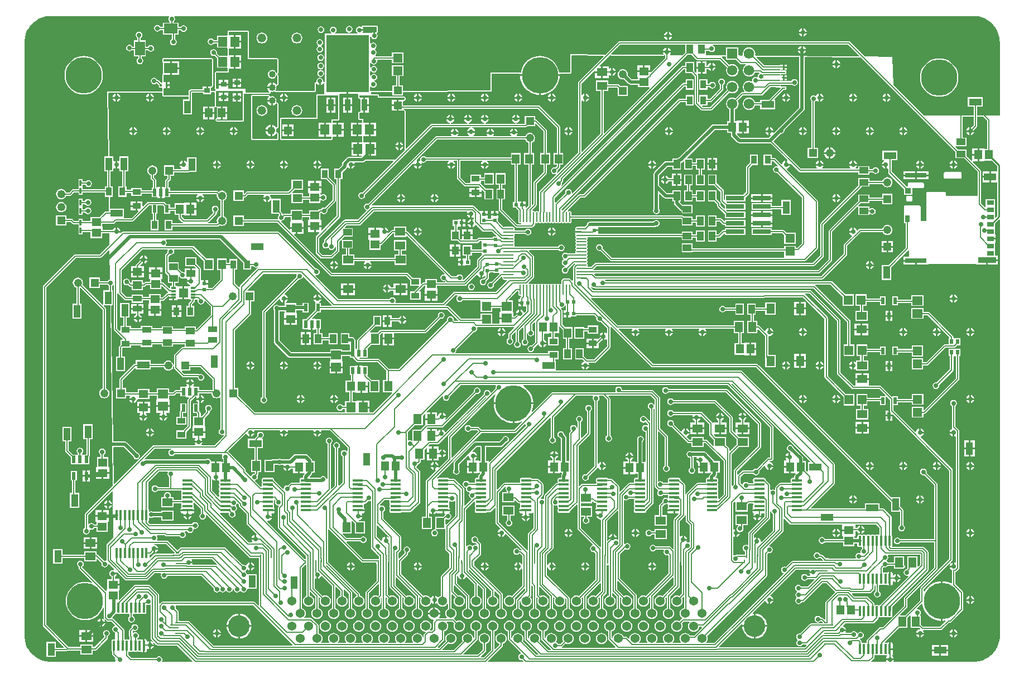
<source format=gbr>
%TF.GenerationSoftware,Altium Limited,Altium Designer,20.2.5 (213)*%
G04 Layer_Physical_Order=1*
G04 Layer_Color=255*
%FSLAX26Y26*%
%MOIN*%
%TF.SameCoordinates,271AC680-9A3E-4A00-A3D7-6C105C8C782D*%
%TF.FilePolarity,Positive*%
%TF.FileFunction,Copper,L1,Top,Signal*%
%TF.Part,Single*%
G01*
G75*
%TA.AperFunction,Conductor*%
%ADD10C,0.008000*%
%TA.AperFunction,SMDPad,CuDef*%
%ADD11R,0.049213X0.061024*%
%ADD12R,0.061024X0.049213*%
%ADD13R,0.076772X0.043307*%
%ADD14R,0.043307X0.076772*%
%ADD15R,0.059379X0.055344*%
%ADD16R,0.051181X0.035433*%
%ADD17R,0.023622X0.023622*%
%ADD18R,0.045276X0.057087*%
%ADD19R,0.039370X0.053150*%
%ADD20R,0.053150X0.039370*%
%ADD21R,0.051364X0.057331*%
G04:AMPARAMS|DCode=22|XSize=61.811mil|YSize=16.142mil|CornerRadius=2.018mil|HoleSize=0mil|Usage=FLASHONLY|Rotation=0.000|XOffset=0mil|YOffset=0mil|HoleType=Round|Shape=RoundedRectangle|*
%AMROUNDEDRECTD22*
21,1,0.061811,0.012106,0,0,0.0*
21,1,0.057776,0.016142,0,0,0.0*
1,1,0.004035,0.028888,-0.006053*
1,1,0.004035,-0.028888,-0.006053*
1,1,0.004035,-0.028888,0.006053*
1,1,0.004035,0.028888,0.006053*
%
%ADD22ROUNDEDRECTD22*%
%ADD23R,0.055344X0.059379*%
%ADD24R,0.057269X0.061268*%
%ADD25R,0.012795X0.015748*%
%ADD26R,0.032677X0.029528*%
%ADD27R,0.047244X0.057087*%
%ADD28R,0.057331X0.051364*%
%ADD29R,0.011811X0.035433*%
%ADD30R,0.023622X0.045276*%
%ADD31R,0.035433X0.051181*%
G04:AMPARAMS|DCode=32|XSize=61.811mil|YSize=16.142mil|CornerRadius=2.018mil|HoleSize=0mil|Usage=FLASHONLY|Rotation=90.000|XOffset=0mil|YOffset=0mil|HoleType=Round|Shape=RoundedRectangle|*
%AMROUNDEDRECTD32*
21,1,0.061811,0.012106,0,0,90.0*
21,1,0.057776,0.016142,0,0,90.0*
1,1,0.004035,0.006053,0.028888*
1,1,0.004035,0.006053,-0.028888*
1,1,0.004035,-0.006053,-0.028888*
1,1,0.004035,-0.006053,0.028888*
%
%ADD32ROUNDEDRECTD32*%
%ADD33R,0.019685X0.009842*%
%ADD34R,0.023622X0.023622*%
%ADD35R,0.009842X0.019685*%
%ADD36R,0.051181X0.061024*%
%ADD37R,0.043307X0.051181*%
%ADD38R,0.035672X0.051567*%
%ADD39R,0.021654X0.041339*%
%ADD40R,0.061268X0.057269*%
%ADD41R,0.041339X0.055118*%
%ADD42R,0.057564X0.053332*%
%ADD43R,0.061024X0.051181*%
%ADD44R,0.053543X0.057480*%
%ADD45R,0.029528X0.011811*%
%ADD46R,0.057087X0.047244*%
%ADD47R,0.053150X0.037402*%
%ADD48R,0.055118X0.041339*%
%ADD49R,0.057087X0.037402*%
%ADD50R,0.036614X0.035433*%
%ADD51R,0.030709X0.041339*%
%ADD52R,0.072047X0.044882*%
%ADD53R,0.129921X0.027559*%
%ADD54R,0.110236X0.033858*%
%ADD55R,0.043307X0.027559*%
%ADD56R,0.109055X0.025591*%
%ADD57R,0.061024X0.053150*%
%ADD58R,0.021654X0.031496*%
%ADD59R,0.053332X0.057564*%
%ADD60R,0.022000X0.040000*%
%ADD61O,0.009842X0.061024*%
%ADD62O,0.061024X0.009842*%
%ADD63R,0.033000X0.069000*%
%ADD64R,0.258000X0.344000*%
%ADD65R,0.035433X0.031496*%
%ADD66R,0.051181X0.045276*%
%TA.AperFunction,Conductor*%
%ADD67C,0.020000*%
%ADD68C,0.010000*%
%TA.AperFunction,ComponentPad*%
%ADD69R,0.048819X0.048819*%
%ADD70C,0.048819*%
%ADD71R,0.048819X0.048819*%
%ADD72R,0.059055X0.082677*%
%ADD73R,0.082677X0.059055*%
%ADD74C,0.053858*%
%ADD75C,0.128740*%
%ADD76R,0.061811X0.061811*%
%ADD77C,0.061811*%
%ADD78C,0.049213*%
%ADD79R,0.049213X0.049213*%
%ADD80C,0.052000*%
%ADD81C,0.040000*%
%TA.AperFunction,ViaPad*%
%ADD82C,0.027559*%
%ADD83C,0.216535*%
%ADD84C,0.019685*%
G36*
X6750057Y4885406D02*
X6769954Y4880075D01*
X6788985Y4872192D01*
X6806824Y4861893D01*
X6823167Y4849353D01*
X6837733Y4834787D01*
X6850273Y4818444D01*
X6860572Y4800605D01*
X6868455Y4781574D01*
X6873787Y4761677D01*
X6876066Y4744361D01*
X6876475Y4731165D01*
Y4295000D01*
X6740196D01*
Y4347346D01*
X6774386D01*
Y4402654D01*
X6685614D01*
Y4347346D01*
X6719804D01*
Y4295000D01*
X6422096D01*
X6239791Y4477304D01*
X6235000Y4645000D01*
X6070816Y4646279D01*
X5983311Y4733784D01*
X5980003Y4735995D01*
X5976101Y4736771D01*
X4605075D01*
X4601173Y4735995D01*
X4597865Y4733784D01*
X4522425Y4658345D01*
X4310000Y4660000D01*
Y4550000D01*
X4243440D01*
X4243210Y4552931D01*
X4239011Y4570420D01*
X4232128Y4587037D01*
X4222730Y4602373D01*
X4211049Y4616049D01*
X4197373Y4627730D01*
X4182037Y4637128D01*
X4165420Y4644011D01*
X4147931Y4648210D01*
X4130000Y4649621D01*
X4112069Y4648210D01*
X4094580Y4644011D01*
X4077963Y4637128D01*
X4062628Y4627730D01*
X4048951Y4616049D01*
X4037270Y4602373D01*
X4027872Y4587037D01*
X4020989Y4570420D01*
X4016790Y4552931D01*
X4016559Y4550000D01*
X3835000D01*
X3835000Y4442473D01*
X3315848Y4441337D01*
X3312309Y4444868D01*
Y4472054D01*
X3290914D01*
Y4528918D01*
X3314782D01*
Y4594250D01*
X3245218D01*
Y4528918D01*
X3270522D01*
Y4472054D01*
X3249128D01*
Y4441191D01*
X3119258Y4440906D01*
X3115718Y4444438D01*
Y4464256D01*
X3120718Y4465772D01*
X3120740Y4465740D01*
X3127282Y4461368D01*
X3135000Y4459833D01*
X3142718Y4461368D01*
X3149260Y4465740D01*
X3153632Y4472282D01*
X3155167Y4480000D01*
X3153632Y4487718D01*
X3149260Y4494260D01*
X3142718Y4498632D01*
X3142496Y4498676D01*
Y4503774D01*
X3146340Y4504538D01*
X3152883Y4508910D01*
X3157255Y4515453D01*
X3158790Y4523170D01*
X3157255Y4530888D01*
X3152883Y4537431D01*
X3146340Y4541802D01*
X3138623Y4543337D01*
X3130905Y4541802D01*
X3124363Y4537431D01*
X3120718Y4531976D01*
X3115718Y4533085D01*
Y4558160D01*
X3120718Y4559677D01*
X3123216Y4555939D01*
X3129758Y4551568D01*
X3137476Y4550033D01*
X3145193Y4551568D01*
X3151736Y4555939D01*
X3156108Y4562482D01*
X3157643Y4570200D01*
X3156108Y4577917D01*
X3151736Y4584460D01*
X3145193Y4588832D01*
X3137476Y4590367D01*
X3129758Y4588832D01*
X3123216Y4584460D01*
X3120718Y4580722D01*
X3115718Y4582239D01*
Y4606337D01*
X3120718Y4607854D01*
X3123216Y4604116D01*
X3129758Y4599744D01*
X3137476Y4598209D01*
X3145193Y4599744D01*
X3151736Y4604116D01*
X3156108Y4610658D01*
X3157643Y4618376D01*
X3156679Y4623220D01*
X3160243Y4628220D01*
X3245218D01*
Y4605750D01*
X3314782D01*
Y4671082D01*
X3245218D01*
Y4648612D01*
X3148354D01*
X3146837Y4653612D01*
X3148295Y4654586D01*
X3152666Y4661129D01*
X3154202Y4668846D01*
X3152666Y4676564D01*
X3148295Y4683107D01*
X3143859Y4686070D01*
Y4691769D01*
X3148295Y4694733D01*
X3152666Y4701276D01*
X3154202Y4708993D01*
X3152666Y4716711D01*
X3148295Y4723253D01*
X3141752Y4727625D01*
X3134035Y4729160D01*
X3126317Y4727625D01*
X3120718Y4723884D01*
X3115718Y4725497D01*
Y4763688D01*
X3120718Y4764181D01*
X3121138Y4762070D01*
X3125510Y4755527D01*
X3132052Y4751155D01*
X3139770Y4749620D01*
X3147487Y4751155D01*
X3154030Y4755527D01*
X3158402Y4762070D01*
X3159937Y4769787D01*
X3158402Y4777505D01*
X3156042Y4781037D01*
X3157331Y4787390D01*
X3157344Y4787403D01*
X3158061Y4787786D01*
X3158685Y4788545D01*
X3159592Y4788921D01*
X3160203Y4790395D01*
X3161215Y4791628D01*
X3161118Y4792606D01*
X3161494Y4793514D01*
Y4825000D01*
X3159592Y4829592D01*
X3155000Y4831494D01*
X3072927D01*
X3072019Y4831118D01*
X3071042Y4831215D01*
X3069809Y4830203D01*
X3068335Y4829592D01*
X3067959Y4828685D01*
X3067199Y4828061D01*
X3065845Y4825527D01*
X3060280Y4823592D01*
X3059617Y4823675D01*
X3059164Y4823977D01*
X3051447Y4825513D01*
X3043729Y4823977D01*
X3037186Y4819606D01*
X3032815Y4813063D01*
X3031280Y4805346D01*
X3032815Y4797628D01*
X3037186Y4791085D01*
X3039119Y4789794D01*
X3040073Y4783143D01*
X3039221Y4782124D01*
X2905059D01*
X2903849Y4787124D01*
X2909260Y4790740D01*
X2913632Y4797282D01*
X2915167Y4805000D01*
X2913632Y4812718D01*
X2909260Y4819260D01*
X2902718Y4823632D01*
X2895000Y4825167D01*
X2887282Y4823632D01*
X2880740Y4819260D01*
X2876368Y4812718D01*
X2874833Y4805000D01*
X2876368Y4797282D01*
X2880740Y4790740D01*
X2886151Y4787124D01*
X2884941Y4782124D01*
X2845718D01*
Y4497497D01*
X2840718Y4494138D01*
X2838574Y4494777D01*
X2835447Y4498747D01*
X2835321Y4499083D01*
X2833785Y4506800D01*
X2829414Y4513343D01*
X2822871Y4517714D01*
X2815154Y4519249D01*
X2807436Y4517714D01*
X2800893Y4513343D01*
X2796522Y4506800D01*
X2794987Y4499082D01*
X2795320Y4497409D01*
X2793115Y4492657D01*
X2788115Y4491140D01*
X2786881Y4490128D01*
X2785408Y4489518D01*
X2785032Y4488610D01*
X2784273Y4487987D01*
X2784116Y4486399D01*
X2783506Y4484926D01*
Y4440172D01*
X2552499Y4439666D01*
X2550035Y4444661D01*
X2552711Y4448148D01*
X2555331Y4454473D01*
X2556224Y4461260D01*
X2555481Y4466905D01*
X2556205Y4469114D01*
X2558926Y4472434D01*
X2562088Y4473507D01*
X2563211Y4474493D01*
X2564592Y4475065D01*
X2565008Y4476068D01*
X2565825Y4476785D01*
X2565922Y4478276D01*
X2566494Y4479657D01*
Y4532061D01*
X2565822Y4533684D01*
X2565558Y4535420D01*
X2564903Y4535902D01*
X2564592Y4536653D01*
X2563306Y4537186D01*
X2562970Y4538040D01*
Y4541960D01*
X2563306Y4542814D01*
X2564592Y4543347D01*
X2564903Y4544098D01*
X2565558Y4544580D01*
X2565822Y4546316D01*
X2566494Y4547939D01*
Y4630000D01*
X2564592Y4634592D01*
X2560000Y4636494D01*
X2391494D01*
Y4795000D01*
X2389592Y4799592D01*
X2385000Y4801494D01*
X2270000D01*
X2265408Y4799592D01*
X2263506Y4795000D01*
Y4779582D01*
X2263576Y4779411D01*
X2263515Y4779237D01*
X2263704Y4775689D01*
X2261139Y4771806D01*
X2259980Y4770689D01*
X2201328D01*
Y4745196D01*
X2181976D01*
X2179260Y4749260D01*
X2172718Y4753632D01*
X2165000Y4755167D01*
X2157282Y4753632D01*
X2150740Y4749260D01*
X2146368Y4742718D01*
X2144833Y4735000D01*
X2146368Y4727282D01*
X2150740Y4720740D01*
X2157282Y4716368D01*
X2165000Y4714833D01*
X2172718Y4716368D01*
X2179260Y4720740D01*
X2181976Y4724804D01*
X2201328D01*
Y4699311D01*
X2259980D01*
X2261139Y4698194D01*
X2263704Y4694311D01*
X2263515Y4690763D01*
X2263576Y4690589D01*
X2263506Y4690418D01*
Y4654689D01*
X2260833Y4650689D01*
X2214281D01*
X2199305Y4665666D01*
X2200167Y4670000D01*
X2198632Y4677718D01*
X2194260Y4684260D01*
X2187718Y4688632D01*
X2180000Y4690167D01*
X2172282Y4688632D01*
X2165740Y4684260D01*
X2161368Y4677718D01*
X2159833Y4670000D01*
X2161368Y4662282D01*
X2165740Y4655740D01*
X2172282Y4651368D01*
X2180000Y4649833D01*
X2185254Y4650878D01*
X2199862Y4636270D01*
Y4579311D01*
X2260833D01*
X2263506Y4575311D01*
Y4556494D01*
X2195000D01*
X2190408Y4554592D01*
X2188506Y4550000D01*
Y4455000D01*
X2190408Y4450408D01*
X2190895Y4450206D01*
Y4444794D01*
X2190408Y4444592D01*
X2188506Y4440000D01*
Y4438870D01*
X2168830Y4438827D01*
X2165291Y4442359D01*
Y4461852D01*
X2169290D01*
X2171171Y4462631D01*
X2173147Y4463120D01*
X2173410Y4463558D01*
X2173883Y4463754D01*
X2174662Y4465634D01*
X2175712Y4467378D01*
X2176422Y4472084D01*
X2176299Y4472580D01*
X2176494Y4473052D01*
Y4630000D01*
X2174592Y4634592D01*
X2170000Y4636494D01*
X1880000D01*
X1875408Y4634592D01*
X1873506Y4630000D01*
Y4616417D01*
X1875408Y4611825D01*
X1877661Y4610892D01*
Y4542888D01*
X1875408Y4541955D01*
X1873506Y4537363D01*
Y4496248D01*
X1873549Y4496143D01*
X1873509Y4496036D01*
X1874462Y4493932D01*
X1872076Y4489797D01*
X1867084Y4489363D01*
X1852980Y4503467D01*
X1849672Y4505677D01*
X1845771Y4506453D01*
X1843883D01*
X1843632Y4507718D01*
X1839260Y4514260D01*
X1832718Y4518632D01*
X1825000Y4520167D01*
X1817282Y4518632D01*
X1810740Y4514260D01*
X1806368Y4507718D01*
X1804833Y4500000D01*
X1806368Y4492282D01*
X1810740Y4485740D01*
X1817282Y4481368D01*
X1825000Y4479833D01*
X1832718Y4481368D01*
X1839260Y4485740D01*
X1843748Y4483861D01*
X1853154Y4474455D01*
Y4461126D01*
X1871615D01*
X1871685Y4461077D01*
X1874495Y4456139D01*
X1873509Y4453964D01*
X1873549Y4453857D01*
X1873506Y4453752D01*
Y4438181D01*
X1545098Y4437462D01*
X1550523Y4052946D01*
X1547012Y4049386D01*
X1527347D01*
Y3960614D01*
X1544804D01*
Y3871590D01*
X1529946D01*
Y3852952D01*
X1396906D01*
Y3879804D01*
X1414570D01*
X1414696Y3879170D01*
X1419068Y3872627D01*
X1425611Y3868256D01*
X1433328Y3866721D01*
X1441046Y3868256D01*
X1447588Y3872627D01*
X1451960Y3879170D01*
X1453495Y3886888D01*
X1451960Y3894605D01*
X1447588Y3901148D01*
X1441046Y3905519D01*
X1433328Y3907055D01*
X1425611Y3905519D01*
X1419068Y3901148D01*
X1418432Y3900196D01*
X1396906D01*
Y3913716D01*
X1373094D01*
Y3866284D01*
Y3852952D01*
X1341002D01*
X1337100Y3852176D01*
X1333792Y3849966D01*
X1319023Y3835196D01*
X1298905D01*
X1296735Y3840435D01*
X1291829Y3846829D01*
X1285435Y3851735D01*
X1277990Y3854818D01*
X1270000Y3855870D01*
X1262010Y3854818D01*
X1254565Y3851735D01*
X1248171Y3846829D01*
X1243265Y3840435D01*
X1240181Y3832990D01*
X1239130Y3825000D01*
X1240181Y3817010D01*
X1243265Y3809565D01*
X1248171Y3803171D01*
X1254565Y3798265D01*
X1262010Y3795182D01*
X1270000Y3794130D01*
X1277990Y3795182D01*
X1285435Y3798265D01*
X1291829Y3803171D01*
X1296735Y3809565D01*
X1298905Y3814804D01*
X1323246D01*
X1327148Y3815580D01*
X1330456Y3817790D01*
X1345225Y3832560D01*
X1373094D01*
Y3819039D01*
X1396906D01*
Y3832560D01*
X1529946D01*
Y3808410D01*
X1553972D01*
X1555166Y3723756D01*
X1551656Y3720196D01*
X1536458D01*
X1532556Y3719420D01*
X1529248Y3717210D01*
X1500246Y3688208D01*
X1445335D01*
Y3663818D01*
X1396906D01*
Y3677338D01*
X1373094D01*
Y3665196D01*
X1349223D01*
X1339690Y3674730D01*
X1336382Y3676940D01*
X1332480Y3677716D01*
X1300606D01*
Y3698126D01*
X1239394D01*
Y3636914D01*
X1300606D01*
Y3657324D01*
X1328257D01*
X1337790Y3647790D01*
X1341098Y3645580D01*
X1345000Y3644804D01*
X1373094D01*
Y3629905D01*
Y3582662D01*
X1396906D01*
Y3596182D01*
X1445335D01*
Y3561792D01*
X1514665D01*
Y3589804D01*
X1557056D01*
X1558006Y3522426D01*
X1500777Y3465196D01*
X1355000D01*
X1351098Y3464420D01*
X1347790Y3462210D01*
X1162790Y3277210D01*
X1160580Y3273902D01*
X1159804Y3270000D01*
Y1250000D01*
X1160580Y1246098D01*
X1162790Y1242790D01*
X1285765Y1119815D01*
X1283852Y1115196D01*
X1237653D01*
Y1149386D01*
X1182347D01*
Y1060614D01*
X1237653D01*
Y1094804D01*
X1301863D01*
X1305765Y1095580D01*
X1309073Y1097790D01*
X1309669Y1098386D01*
X1383488D01*
Y1074040D01*
X1456512D01*
Y1098386D01*
X1473582D01*
X1477484Y1099162D01*
X1480792Y1101372D01*
X1546430Y1167010D01*
X1548640Y1170318D01*
X1549416Y1174220D01*
Y1182503D01*
X1554260Y1185740D01*
X1558632Y1192282D01*
X1560167Y1200000D01*
X1558632Y1207718D01*
X1554260Y1214260D01*
X1547718Y1218632D01*
X1540000Y1220167D01*
X1532282Y1218632D01*
X1525740Y1214260D01*
X1521368Y1207718D01*
X1519833Y1200000D01*
X1521368Y1192282D01*
X1525740Y1185740D01*
X1529024Y1183545D01*
Y1178443D01*
X1469359Y1118778D01*
X1456512D01*
Y1135252D01*
X1383488D01*
Y1118778D01*
X1315641D01*
X1180196Y1254223D01*
Y3265777D01*
X1359223Y3444804D01*
X1505000D01*
X1508902Y3445580D01*
X1512210Y3447790D01*
X1553865Y3489446D01*
X1558498Y3487565D01*
X1560942Y3314360D01*
X1557282Y3313632D01*
X1550740Y3309260D01*
X1548024Y3305196D01*
X1500409D01*
Y3325409D01*
X1439591D01*
Y3264591D01*
X1500409D01*
Y3284804D01*
X1548024D01*
X1550740Y3280740D01*
X1554804Y3278024D01*
Y3249386D01*
X1522347D01*
Y3164144D01*
X1517347Y3162073D01*
X1397498Y3281921D01*
X1399627Y3287062D01*
X1400672Y3295000D01*
X1399627Y3302938D01*
X1396563Y3310336D01*
X1391688Y3316688D01*
X1385336Y3321563D01*
X1377938Y3324627D01*
X1370000Y3325672D01*
X1362062Y3324627D01*
X1354664Y3321563D01*
X1348312Y3316688D01*
X1343437Y3310336D01*
X1340373Y3302938D01*
X1339328Y3295000D01*
X1340373Y3287062D01*
X1343437Y3279664D01*
X1348312Y3273312D01*
X1354664Y3268437D01*
X1359804Y3266308D01*
Y3169386D01*
X1337347D01*
Y3080614D01*
X1392653D01*
Y3169386D01*
X1380196D01*
Y3263314D01*
X1385196Y3265385D01*
X1517804Y3132777D01*
Y2663692D01*
X1512664Y2661563D01*
X1506312Y2656688D01*
X1501437Y2650336D01*
X1498373Y2642938D01*
X1497328Y2635000D01*
X1498373Y2627062D01*
X1501437Y2619664D01*
X1506312Y2613312D01*
X1512664Y2608437D01*
X1520062Y2605373D01*
X1528000Y2604328D01*
X1535938Y2605373D01*
X1543336Y2608437D01*
X1549688Y2613312D01*
X1554563Y2619664D01*
X1557627Y2627062D01*
X1558672Y2635000D01*
X1557627Y2642938D01*
X1554563Y2650336D01*
X1549688Y2656688D01*
X1543336Y2661563D01*
X1538196Y2663692D01*
Y3137000D01*
X1537420Y3140902D01*
X1535210Y3144210D01*
X1523805Y3155614D01*
X1525876Y3160614D01*
X1563110D01*
X1578316Y2082735D01*
X1413222Y1917642D01*
X1411012Y1914334D01*
X1410236Y1910432D01*
Y1828870D01*
X1406172Y1826154D01*
X1401800Y1819612D01*
X1400265Y1811894D01*
X1401800Y1804176D01*
X1406172Y1797634D01*
X1412714Y1793262D01*
X1420432Y1791727D01*
X1428150Y1793262D01*
X1434692Y1797634D01*
X1439064Y1804176D01*
X1440599Y1811894D01*
X1439543Y1817203D01*
X1440373Y1818465D01*
X1443624Y1821101D01*
X1450000Y1819833D01*
X1457718Y1821368D01*
X1464260Y1825740D01*
X1466976Y1829804D01*
X1480335D01*
Y1806792D01*
X1549665D01*
Y1865844D01*
X1553665D01*
Y1896526D01*
X1515000D01*
X1476335D01*
Y1865844D01*
X1480335D01*
Y1850196D01*
X1466976D01*
X1464260Y1854260D01*
X1457718Y1858632D01*
X1450000Y1860167D01*
X1442282Y1858632D01*
X1435740Y1854260D01*
X1435628Y1854093D01*
X1430628Y1855610D01*
Y1906209D01*
X1574175Y2049755D01*
X1578807Y2047875D01*
X1582697Y1772117D01*
X1542790Y1732210D01*
X1540580Y1728902D01*
X1539804Y1725000D01*
Y1638257D01*
X1535528Y1634429D01*
X1534927Y1634293D01*
X1530762Y1635121D01*
X1525371Y1634049D01*
X1490036Y1669385D01*
X1490036Y1669386D01*
X1486728Y1671596D01*
X1482826Y1672372D01*
X1481512Y1677049D01*
Y1690252D01*
X1408488D01*
Y1670195D01*
X1277654D01*
Y1704385D01*
X1222347D01*
Y1615613D01*
X1277654D01*
Y1649803D01*
X1408488D01*
Y1629040D01*
X1481512D01*
Y1642538D01*
X1486131Y1644451D01*
X1511430Y1619151D01*
X1510595Y1614954D01*
X1512130Y1607236D01*
X1516502Y1600694D01*
X1523044Y1596322D01*
X1530762Y1594787D01*
X1538480Y1596322D01*
X1545022Y1600694D01*
X1549394Y1607236D01*
X1550602Y1613310D01*
X1555542Y1615441D01*
X1584709Y1586274D01*
X1584571Y1580969D01*
X1580442Y1577531D01*
X1577346Y1578147D01*
X1569628Y1576612D01*
X1563086Y1572240D01*
X1558714Y1565698D01*
X1557179Y1557980D01*
X1558714Y1550262D01*
X1563086Y1543720D01*
X1569628Y1539348D01*
X1569804Y1539313D01*
Y1522736D01*
X1545335D01*
Y1463682D01*
X1541335D01*
Y1454617D01*
X1536715Y1452704D01*
X1395954Y1593465D01*
X1396304Y1598764D01*
X1399260Y1600740D01*
X1403632Y1607282D01*
X1405167Y1615000D01*
X1403632Y1622718D01*
X1399260Y1629260D01*
X1392718Y1633632D01*
X1385000Y1635167D01*
X1377282Y1633632D01*
X1370740Y1629260D01*
X1366368Y1622718D01*
X1364833Y1615000D01*
X1366368Y1607282D01*
X1370740Y1600740D01*
X1374804Y1598024D01*
Y1590000D01*
X1375580Y1586098D01*
X1377790Y1582790D01*
X1455896Y1504685D01*
X1453063Y1500446D01*
X1448108Y1502499D01*
X1430619Y1506698D01*
X1412688Y1508109D01*
X1394757Y1506698D01*
X1377268Y1502499D01*
X1360651Y1495616D01*
X1345315Y1486218D01*
X1331639Y1474537D01*
X1319958Y1460861D01*
X1310560Y1445525D01*
X1303677Y1428908D01*
X1299478Y1411419D01*
X1298067Y1393488D01*
X1299478Y1375557D01*
X1303677Y1358068D01*
X1310560Y1341451D01*
X1319958Y1326116D01*
X1331639Y1312439D01*
X1345315Y1300758D01*
X1360651Y1291360D01*
X1377268Y1284477D01*
X1394757Y1280278D01*
X1412688Y1278867D01*
X1430619Y1280278D01*
X1448108Y1284477D01*
X1464725Y1291360D01*
X1480061Y1300758D01*
X1493737Y1312439D01*
X1505418Y1326116D01*
X1514816Y1341451D01*
X1519804Y1353493D01*
X1524804Y1352499D01*
Y1294686D01*
X1525580Y1290784D01*
X1527790Y1287476D01*
X1524178Y1284126D01*
X1519278Y1287400D01*
X1515000Y1288251D01*
Y1270000D01*
X1533251D01*
X1532400Y1274278D01*
X1529344Y1278852D01*
X1533228Y1282039D01*
X1542476Y1272790D01*
X1545784Y1270580D01*
X1549686Y1269804D01*
X1570777D01*
X1590055Y1250525D01*
X1590145Y1244201D01*
X1587282Y1243632D01*
X1580740Y1239260D01*
X1576368Y1232718D01*
X1574833Y1225000D01*
X1576368Y1217282D01*
X1580740Y1210740D01*
X1587282Y1206368D01*
X1590688Y1205691D01*
X1591225Y1167631D01*
X1587714Y1164071D01*
X1579381D01*
X1576253Y1163448D01*
X1573600Y1161676D01*
X1571828Y1159024D01*
X1571206Y1155896D01*
Y1098120D01*
X1571828Y1094992D01*
X1573600Y1092340D01*
X1575238Y1091245D01*
Y1078512D01*
X1576014Y1074610D01*
X1578224Y1071302D01*
X1592789Y1056738D01*
X1593109Y1034066D01*
X1589598Y1030506D01*
X1197224D01*
X1176801Y1033195D01*
X1156904Y1038526D01*
X1137872Y1046409D01*
X1120033Y1056708D01*
X1103691Y1069248D01*
X1089125Y1083814D01*
X1076585Y1100157D01*
X1066285Y1117996D01*
X1058402Y1137027D01*
X1053071Y1156924D01*
X1050382Y1177347D01*
Y1187647D01*
Y4730954D01*
Y4741254D01*
X1053071Y4761677D01*
X1058402Y4781574D01*
X1066285Y4800605D01*
X1076585Y4818444D01*
X1089125Y4834786D01*
X1103691Y4849352D01*
X1120033Y4861893D01*
X1137873Y4872192D01*
X1156904Y4880075D01*
X1176801Y4885406D01*
X1197224Y4888095D01*
X1913165D01*
X1914961Y4883095D01*
X1911368Y4877718D01*
X1909833Y4870000D01*
X1911368Y4862282D01*
X1915740Y4855740D01*
X1918886Y4853637D01*
X1918179Y4848637D01*
X1877661D01*
Y4825196D01*
X1861976D01*
X1859260Y4829260D01*
X1852718Y4833632D01*
X1845000Y4835167D01*
X1837282Y4833632D01*
X1830740Y4829260D01*
X1826368Y4822718D01*
X1824833Y4815000D01*
X1826368Y4807282D01*
X1830740Y4800740D01*
X1837282Y4796368D01*
X1845000Y4794833D01*
X1852718Y4796368D01*
X1859260Y4800740D01*
X1861976Y4804804D01*
X1877661D01*
Y4777583D01*
X1929887D01*
Y4749967D01*
X1925822Y4747251D01*
X1921451Y4740709D01*
X1919916Y4732991D01*
X1921451Y4725274D01*
X1925822Y4718731D01*
X1932365Y4714359D01*
X1940083Y4712824D01*
X1947800Y4714359D01*
X1954343Y4718731D01*
X1958715Y4725274D01*
X1960250Y4732991D01*
X1958715Y4740709D01*
X1954343Y4747251D01*
X1950278Y4749967D01*
Y4777583D01*
X1972339D01*
Y4802914D01*
X1984691D01*
X1987363Y4798916D01*
X1993905Y4794544D01*
X2001623Y4793009D01*
X2009340Y4794544D01*
X2015883Y4798916D01*
X2020255Y4805458D01*
X2021790Y4813176D01*
X2020255Y4820894D01*
X2015883Y4827436D01*
X2009340Y4831808D01*
X2001623Y4833343D01*
X1993905Y4831808D01*
X1987363Y4827436D01*
X1984603Y4823306D01*
X1972339D01*
Y4848637D01*
X1941821D01*
X1941114Y4853637D01*
X1944260Y4855740D01*
X1948632Y4862282D01*
X1950167Y4870000D01*
X1948632Y4877718D01*
X1945039Y4883095D01*
X1946835Y4888095D01*
X6729634D01*
X6750057Y4885406D01*
D02*
G37*
G36*
X3155000Y4793514D02*
X3150590Y4791157D01*
X3149048Y4792187D01*
X3144770Y4793038D01*
Y4769787D01*
X3134770D01*
Y4793038D01*
X3130492Y4792187D01*
X3124128Y4787935D01*
X3119718Y4786124D01*
X3119718Y4786124D01*
X3119718Y4786124D01*
X3073216D01*
X3070544Y4791124D01*
X3073846Y4796067D01*
X3074697Y4800346D01*
X3051447D01*
Y4810346D01*
X3074697D01*
X3073846Y4814624D01*
X3070254Y4820000D01*
X3069660Y4820890D01*
X3069744Y4820966D01*
X3071572Y4822466D01*
X3072346Y4823913D01*
X3072927Y4825000D01*
X3155000D01*
Y4793514D01*
D02*
G37*
G36*
X4998449Y4671845D02*
X4981373Y4654769D01*
X4909607Y4655328D01*
X4906949Y4660349D01*
X4910540Y4665724D01*
X4911391Y4670002D01*
X4864890D01*
X4865741Y4665724D01*
X4869135Y4660643D01*
X4866449Y4655664D01*
X4557513Y4658071D01*
X4555617Y4662698D01*
X4609298Y4716379D01*
X4998449D01*
Y4671845D01*
D02*
G37*
G36*
X6037088Y4651169D02*
X6035157Y4646557D01*
X5419052Y4651358D01*
X5415504Y4656386D01*
X5416442Y4663514D01*
X5415174Y4673148D01*
X5411455Y4682126D01*
X5405539Y4689835D01*
X5397830Y4695751D01*
X5388852Y4699470D01*
X5379218Y4700738D01*
X5369584Y4699470D01*
X5360606Y4695751D01*
X5352897Y4689835D01*
X5346981Y4682126D01*
X5343262Y4673148D01*
X5341994Y4663514D01*
X5342858Y4656952D01*
X5339024Y4651982D01*
X5316123Y4652160D01*
Y4700419D01*
X5242312D01*
Y4656285D01*
X5238763Y4652763D01*
X5123666Y4653660D01*
X5120685Y4657425D01*
Y4679804D01*
X5140364D01*
X5141288Y4678421D01*
X5147830Y4674050D01*
X5155548Y4672515D01*
X5163266Y4674050D01*
X5169808Y4678421D01*
X5174180Y4684964D01*
X5175715Y4692682D01*
X5174180Y4700399D01*
X5169808Y4706942D01*
X5163266Y4711314D01*
X5162937Y4711379D01*
X5163429Y4716379D01*
X5971878D01*
X6037088Y4651169D01*
D02*
G37*
G36*
X4552885Y4653515D02*
X4554086Y4653007D01*
X4555004Y4652081D01*
X4556284Y4652076D01*
X4557462Y4651577D01*
X4866398Y4649170D01*
X4867320Y4649543D01*
X4868310Y4649442D01*
X4869538Y4650442D01*
X4871005Y4651036D01*
X4871393Y4651952D01*
X4872165Y4652580D01*
X4872944Y4654026D01*
X4877944Y4652763D01*
Y4637364D01*
X4793285Y4552704D01*
X4792440Y4553054D01*
X4750000D01*
X4711335D01*
Y4522372D01*
X4715335D01*
Y4511314D01*
X4676757D01*
X4654788Y4533283D01*
X4655672Y4540000D01*
X4654627Y4547938D01*
X4651563Y4555336D01*
X4646688Y4561688D01*
X4640336Y4566563D01*
X4632938Y4569627D01*
X4625000Y4570672D01*
X4617062Y4569627D01*
X4609664Y4566563D01*
X4603312Y4561688D01*
X4598437Y4555336D01*
X4595373Y4547938D01*
X4594328Y4540000D01*
X4595373Y4532062D01*
X4598437Y4524664D01*
X4603312Y4518312D01*
X4609664Y4513437D01*
X4617062Y4510373D01*
X4625000Y4509328D01*
X4631717Y4510212D01*
X4658465Y4483465D01*
X4663757Y4479928D01*
X4670000Y4478686D01*
X4715335D01*
Y4463318D01*
X4782852D01*
X4785105Y4458500D01*
X4514815Y4188211D01*
X4510196Y4190124D01*
Y4440924D01*
X4536512D01*
Y4461334D01*
X4589247D01*
X4594591Y4455990D01*
Y4409591D01*
X4655409D01*
Y4470409D01*
X4609010D01*
X4600680Y4478740D01*
X4597372Y4480950D01*
X4593470Y4481726D01*
X4536512D01*
Y4502136D01*
X4463488D01*
Y4440924D01*
X4489804D01*
Y4184223D01*
X4382589Y4077008D01*
X4377969Y4078921D01*
Y4381557D01*
X4380486Y4382320D01*
X4382969Y4382780D01*
X4390722Y4377600D01*
X4395000Y4376749D01*
Y4400000D01*
Y4423251D01*
X4390722Y4422400D01*
X4382969Y4417220D01*
X4380486Y4417680D01*
X4377969Y4418443D01*
Y4485050D01*
X4454869Y4561950D01*
X4459488Y4560036D01*
Y4557240D01*
X4495000D01*
Y4586846D01*
X4486298D01*
X4484385Y4591466D01*
X4547097Y4654178D01*
X4549493Y4654414D01*
X4552885Y4653515D01*
D02*
G37*
G36*
X2385000Y4630000D02*
X2560000D01*
Y4547939D01*
X2555331Y4546788D01*
X2552711Y4553112D01*
X2548544Y4558543D01*
X2543112Y4562711D01*
X2536787Y4565331D01*
X2530000Y4566224D01*
X2523213Y4565331D01*
X2516888Y4562711D01*
X2511456Y4558543D01*
X2507289Y4553112D01*
X2504669Y4546787D01*
X2503776Y4540000D01*
X2504669Y4533213D01*
X2507289Y4526888D01*
X2511456Y4521457D01*
X2516888Y4517289D01*
X2523213Y4514669D01*
X2530000Y4513776D01*
X2536787Y4514669D01*
X2543112Y4517289D01*
X2548544Y4521457D01*
X2552711Y4526888D01*
X2555331Y4533212D01*
X2560000Y4532061D01*
Y4479657D01*
X2555000Y4477960D01*
X2551396Y4482656D01*
X2545129Y4487465D01*
X2537832Y4490488D01*
X2535000Y4490861D01*
Y4461260D01*
X2530000D01*
Y4456260D01*
X2500399D01*
X2500772Y4453428D01*
X2503795Y4446131D01*
X2508604Y4439864D01*
X2514871Y4435055D01*
X2515003Y4435000D01*
X2514009Y4430000D01*
X2370000D01*
Y4455000D01*
X2267716D01*
Y4475000D01*
X2240000D01*
X2212284D01*
Y4455000D01*
X2195000D01*
Y4550000D01*
X2270000D01*
Y4575311D01*
X2301466D01*
Y4615000D01*
Y4654689D01*
X2270000D01*
Y4690418D01*
X2270260Y4695311D01*
X2275000Y4695311D01*
X2302932D01*
Y4735000D01*
Y4774689D01*
X2270260Y4774689D01*
X2270000Y4779582D01*
Y4795000D01*
X2385000D01*
Y4630000D01*
D02*
G37*
G36*
X4509509Y4651951D02*
X4511404Y4647324D01*
X4360564Y4496483D01*
X4358354Y4493175D01*
X4357577Y4489274D01*
Y4071796D01*
X4235798Y3950017D01*
X4231915Y3953204D01*
X4233632Y3955774D01*
X4235167Y3963491D01*
X4234213Y3968286D01*
X4247210Y3981282D01*
X4249420Y3984590D01*
X4250196Y3988491D01*
Y4000457D01*
X4269622D01*
Y4069543D01*
X4250196D01*
Y4225000D01*
X4249420Y4228902D01*
X4247210Y4232210D01*
X4127210Y4352210D01*
X4123902Y4354420D01*
X4120000Y4355196D01*
X3312309D01*
Y4377136D01*
X3315001Y4380977D01*
X3316309Y4380977D01*
X3318390Y4381840D01*
X3320531Y4382538D01*
X3324222Y4385697D01*
X3324344Y4385936D01*
X3324592Y4386039D01*
X3325454Y4388120D01*
X3326475Y4390128D01*
X3326392Y4390383D01*
X3326494Y4390631D01*
Y4400000D01*
X3324592Y4404592D01*
X3320000Y4406494D01*
X3166494D01*
Y4415000D01*
X3164592Y4419592D01*
X3160000Y4421494D01*
X3124457D01*
X3119718Y4422124D01*
Y4434413D01*
X3245588Y4434688D01*
X3249128Y4431157D01*
Y4414778D01*
X3312309D01*
Y4430897D01*
X3315833Y4434818D01*
X3315862Y4434842D01*
X3835014Y4435978D01*
X3837293Y4436928D01*
X3839592Y4437880D01*
X3839595Y4437888D01*
X3839602Y4437891D01*
X3840543Y4440176D01*
X3841494Y4442473D01*
X3841494Y4543506D01*
X4008353D01*
X4011593Y4540000D01*
X4248407D01*
X4251647Y4543506D01*
X4310000D01*
X4314592Y4545408D01*
X4316494Y4550000D01*
Y4649905D01*
X4320044Y4653427D01*
X4509509Y4651951D01*
D02*
G37*
G36*
X5678417Y4642842D02*
Y4341488D01*
X5557095Y4220166D01*
X5555740Y4219260D01*
X5554834Y4217905D01*
X5527460Y4190531D01*
X5522852Y4192994D01*
X5523251Y4195000D01*
X5505000D01*
Y4176749D01*
X5507006Y4177148D01*
X5509469Y4172540D01*
X5498243Y4161314D01*
X5326757D01*
X5306736Y4181335D01*
X5308807Y4186335D01*
X5336526D01*
Y4225000D01*
Y4263665D01*
X5305844D01*
Y4259665D01*
X5295523D01*
Y4330321D01*
X5297830Y4331277D01*
X5305539Y4337193D01*
X5311455Y4344902D01*
X5315174Y4353880D01*
X5316442Y4363514D01*
X5315174Y4373148D01*
X5311688Y4381564D01*
X5342536Y4412413D01*
X5452867D01*
X5456769Y4413189D01*
X5460076Y4415399D01*
X5507238Y4462560D01*
X5537662D01*
Y4461835D01*
X5565345D01*
X5567416Y4456835D01*
X5497028Y4386447D01*
X5446271D01*
Y4373710D01*
X5414941D01*
X5411455Y4382126D01*
X5405539Y4389835D01*
X5397830Y4395751D01*
X5388852Y4399470D01*
X5379218Y4400738D01*
X5369584Y4399470D01*
X5360606Y4395751D01*
X5352897Y4389835D01*
X5346981Y4382126D01*
X5343262Y4373148D01*
X5341994Y4363514D01*
X5343262Y4353880D01*
X5346981Y4344902D01*
X5352897Y4337193D01*
X5360606Y4331277D01*
X5369584Y4327558D01*
X5379218Y4326290D01*
X5388852Y4327558D01*
X5397830Y4331277D01*
X5405539Y4337193D01*
X5411455Y4344902D01*
X5414941Y4353318D01*
X5446271D01*
Y4331140D01*
X5535042D01*
Y4386447D01*
X5532399D01*
X5530485Y4391066D01*
X5585506Y4446087D01*
X5600842D01*
Y4467929D01*
X5569346D01*
Y4477583D01*
X5600842D01*
Y4478308D01*
X5635311D01*
X5636251Y4476901D01*
X5642794Y4472529D01*
X5650512Y4470994D01*
X5658229Y4472529D01*
X5664772Y4476901D01*
X5669144Y4483444D01*
X5670679Y4491161D01*
X5669144Y4498879D01*
X5664772Y4505421D01*
X5658229Y4509793D01*
X5650512Y4511328D01*
X5642794Y4509793D01*
X5636251Y4505421D01*
X5631880Y4498879D01*
X5631844Y4498700D01*
X5600842D01*
Y4499425D01*
X5569346D01*
Y4505079D01*
X5580000D01*
Y4520000D01*
Y4534921D01*
X5569346D01*
Y4540575D01*
X5600842D01*
Y4562417D01*
X5569346D01*
Y4568071D01*
X5580000D01*
Y4582992D01*
Y4597913D01*
X5565158D01*
Y4593188D01*
X5469849D01*
X5423206Y4639831D01*
X5425294Y4644815D01*
X5678417Y4642842D01*
D02*
G37*
G36*
X2170000Y4473052D02*
X2169290Y4468346D01*
X2146574D01*
Y4442598D01*
X2136574D01*
Y4468346D01*
X2113858D01*
Y4450196D01*
X2044686D01*
X2040784Y4449420D01*
X2037477Y4447210D01*
X2032790Y4442523D01*
X2030580Y4439216D01*
X2029804Y4435314D01*
Y4415000D01*
X1880000D01*
Y4453752D01*
X1883602Y4457126D01*
X1885000Y4457126D01*
X1895000D01*
Y4475000D01*
Y4492874D01*
X1885000D01*
X1883602Y4492874D01*
X1880000Y4496248D01*
Y4537363D01*
X1920000D01*
Y4576890D01*
Y4616417D01*
X1880000D01*
Y4630000D01*
X2170000D01*
Y4473052D01*
D02*
G37*
G36*
X5065034Y4627790D02*
X5068342Y4625580D01*
X5072244Y4624804D01*
X5203509D01*
X5246748Y4581564D01*
X5243262Y4573148D01*
X5241994Y4563514D01*
X5243262Y4553880D01*
X5246981Y4544902D01*
X5252897Y4537193D01*
X5260606Y4531277D01*
X5269584Y4527558D01*
X5279218Y4526290D01*
X5288852Y4527558D01*
X5297830Y4531277D01*
X5305539Y4537193D01*
X5311455Y4544902D01*
X5315174Y4553880D01*
X5316442Y4563514D01*
X5315174Y4573148D01*
X5311455Y4582126D01*
X5305539Y4589835D01*
X5297830Y4595751D01*
X5288852Y4599470D01*
X5279218Y4600738D01*
X5269584Y4599470D01*
X5261168Y4595984D01*
X5215703Y4641448D01*
X5216364Y4644452D01*
X5217621Y4646433D01*
X5238712Y4646269D01*
X5238810Y4646189D01*
X5242312Y4642330D01*
Y4626609D01*
X5301704D01*
X5325522Y4602790D01*
X5328830Y4600580D01*
X5332732Y4599804D01*
X5357885D01*
X5359372Y4594804D01*
X5352897Y4589835D01*
X5346981Y4582126D01*
X5343262Y4573148D01*
X5341994Y4563514D01*
X5343262Y4553880D01*
X5346981Y4544902D01*
X5352897Y4537193D01*
X5360606Y4531277D01*
X5369584Y4527558D01*
X5379218Y4526290D01*
X5388852Y4527558D01*
X5397830Y4531277D01*
X5405539Y4537193D01*
X5411455Y4544902D01*
X5413485Y4549804D01*
X5439087D01*
X5440604Y4544804D01*
X5435740Y4541554D01*
X5431368Y4535012D01*
X5429833Y4527294D01*
X5430312Y4524885D01*
X5425812Y4521878D01*
X5424724Y4522606D01*
X5417006Y4524141D01*
X5409288Y4522606D01*
X5402746Y4518234D01*
X5398374Y4511692D01*
X5396839Y4503974D01*
X5397359Y4501358D01*
X5392977Y4497761D01*
X5388852Y4499470D01*
X5379218Y4500738D01*
X5369584Y4499470D01*
X5360606Y4495751D01*
X5352897Y4489835D01*
X5346981Y4482126D01*
X5343262Y4473148D01*
X5341994Y4463514D01*
X5343262Y4453880D01*
X5346981Y4444902D01*
X5352427Y4437804D01*
X5351259Y4432804D01*
X5338312D01*
X5334411Y4432028D01*
X5331103Y4429818D01*
X5297268Y4395984D01*
X5288852Y4399470D01*
X5279218Y4400738D01*
X5269584Y4399470D01*
X5260606Y4395751D01*
X5252897Y4389835D01*
X5246981Y4382126D01*
X5243262Y4373148D01*
X5241994Y4363514D01*
X5243262Y4353880D01*
X5246981Y4344902D01*
X5252897Y4337193D01*
X5260606Y4331277D01*
X5262895Y4330329D01*
Y4259665D01*
X5246792D01*
Y4241314D01*
X5167508D01*
X5161265Y4240072D01*
X5155973Y4236535D01*
X4962283Y4042846D01*
X4962151D01*
X4955908Y4041604D01*
X4950616Y4038068D01*
X4949080Y4036533D01*
X4920781D01*
Y4020271D01*
X4883958D01*
X4877715Y4019030D01*
X4872423Y4015493D01*
X4813465Y3956535D01*
X4809928Y3951243D01*
X4808686Y3945000D01*
Y3870000D01*
Y3734690D01*
X4807083Y3732290D01*
X4805547Y3724572D01*
X4807083Y3716854D01*
X4811454Y3710312D01*
X4817997Y3705940D01*
X4825714Y3704405D01*
X4833432Y3705940D01*
X4839975Y3710312D01*
X4844346Y3716854D01*
X4845881Y3724572D01*
X4844346Y3732290D01*
X4841314Y3736828D01*
Y3824083D01*
X4845933Y3825996D01*
X4869507Y3802423D01*
X4874799Y3798886D01*
X4881042Y3797644D01*
X4920781D01*
Y3781383D01*
X4930153D01*
Y3771466D01*
X4931394Y3765223D01*
X4934931Y3759931D01*
X4972007Y3722855D01*
X4976883Y3719596D01*
Y3708705D01*
X5042033D01*
Y3760075D01*
X4980928D01*
X4964620Y3776383D01*
X4966691Y3781383D01*
X4972151D01*
Y3846533D01*
X4920781D01*
Y3830271D01*
X4887799D01*
X4841314Y3876757D01*
Y3938243D01*
X4890715Y3987644D01*
X4920781D01*
Y3971383D01*
X4972151D01*
Y4010838D01*
X4975284Y4011461D01*
X4980576Y4014997D01*
X4987028Y4021449D01*
X4991647Y4019535D01*
Y3971383D01*
X5043017D01*
Y3993762D01*
X5062907D01*
Y3971383D01*
X5078396D01*
Y3941533D01*
X5062907D01*
Y3876383D01*
X5114277D01*
Y3941533D01*
X5098788D01*
Y3971383D01*
X5114277D01*
Y4036533D01*
X5062907D01*
Y4014154D01*
X5043017D01*
Y4036533D01*
X5008645D01*
X5006731Y4041152D01*
X5174265Y4208686D01*
X5246792D01*
Y4190335D01*
X5270636D01*
Y4178050D01*
X5271878Y4171807D01*
X5275414Y4166515D01*
X5308465Y4133465D01*
X5313757Y4129928D01*
X5320000Y4128686D01*
X5505000D01*
X5506580Y4129001D01*
X5607786Y4027795D01*
X5605323Y4023186D01*
X5605000Y4023251D01*
Y4005000D01*
X5623251D01*
X5623186Y4005323D01*
X5627795Y4007786D01*
X5677356Y3958224D01*
X5680664Y3956014D01*
X5684566Y3955238D01*
X6032425D01*
Y3939749D01*
X6097575D01*
Y3954804D01*
X6118024D01*
X6120740Y3950740D01*
X6127282Y3946368D01*
X6135000Y3944833D01*
X6142718Y3946368D01*
X6149260Y3950740D01*
X6153632Y3957282D01*
X6155167Y3965000D01*
X6153632Y3972718D01*
X6149260Y3979260D01*
X6142718Y3983632D01*
X6135000Y3985167D01*
X6127282Y3983632D01*
X6120740Y3979260D01*
X6118024Y3975196D01*
X6097575D01*
Y3991119D01*
X6032425D01*
Y3975630D01*
X6015329D01*
X6013813Y3980630D01*
X6017144Y3982856D01*
X6022400Y3990722D01*
X6023251Y3995000D01*
X5976749D01*
X5977600Y3990722D01*
X5982856Y3982856D01*
X5986187Y3980630D01*
X5984671Y3975630D01*
X5815329D01*
X5813813Y3980630D01*
X5817144Y3982856D01*
X5822400Y3990722D01*
X5823251Y3995000D01*
X5776749D01*
X5777600Y3990722D01*
X5782856Y3982856D01*
X5786187Y3980630D01*
X5784671Y3975630D01*
X5688789D01*
X5523745Y4140674D01*
X5568252Y4185181D01*
X5570000Y4184833D01*
X5577718Y4186368D01*
X5584260Y4190740D01*
X5588632Y4197282D01*
X5590167Y4205000D01*
X5589819Y4206748D01*
X5706266Y4323195D01*
X5709802Y4328488D01*
X5711044Y4334730D01*
Y4639039D01*
X5714593Y4642560D01*
X6035106Y4640063D01*
X6036315Y4640553D01*
X6037618Y4640548D01*
X6038527Y4641449D01*
X6039713Y4641929D01*
X6044843Y4643414D01*
X6612425Y4075832D01*
Y4038881D01*
X6663155D01*
X6745001Y3957035D01*
Y3812439D01*
X6554841D01*
Y3831535D01*
X6552939Y3836128D01*
X6548346Y3838030D01*
X6445984D01*
X6441392Y3836128D01*
X6439490Y3831535D01*
Y3665195D01*
X6403266D01*
Y3749252D01*
X6401364Y3753844D01*
X6396772Y3755746D01*
X6310945D01*
X6306353Y3753844D01*
X6304450Y3749252D01*
Y3698071D01*
X6304946Y3696875D01*
Y3650733D01*
X6316104D01*
Y3503767D01*
X6213102Y3400765D01*
X6172215D01*
Y3311994D01*
X6227521D01*
Y3386346D01*
X6330159Y3488984D01*
X6335159Y3486913D01*
Y3449803D01*
X6300945D01*
Y3431024D01*
X6375906D01*
Y3426024D01*
X6380906D01*
Y3402244D01*
X6450867D01*
Y3405750D01*
X6735198D01*
Y3402245D01*
X6795316D01*
Y3429174D01*
X6800316D01*
Y3434174D01*
X6865434D01*
Y3456103D01*
X6847654D01*
Y3491471D01*
X6847654D01*
Y3495221D01*
X6847654D01*
Y3534528D01*
X6851654D01*
Y3553308D01*
X6820000D01*
Y3563308D01*
X6851654D01*
Y3582088D01*
X6847654D01*
Y3620142D01*
X6847654Y3621393D01*
X6847654D01*
Y3625143D01*
X6847654D01*
Y3648840D01*
X6871856Y3673043D01*
X6876475Y3671130D01*
Y1187647D01*
Y1177348D01*
X6873787Y1156924D01*
X6868455Y1137027D01*
X6860572Y1117996D01*
X6850273Y1100157D01*
X6837733Y1083815D01*
X6823167Y1069249D01*
X6806824Y1056708D01*
X6788985Y1046409D01*
X6769954Y1038526D01*
X6750057Y1033195D01*
X6729634Y1030506D01*
X6244218D01*
X6241861Y1034916D01*
X6242400Y1035722D01*
X6243251Y1040000D01*
X6196749D01*
X6197600Y1035722D01*
X6198139Y1034916D01*
X6195782Y1030506D01*
X6111458D01*
X6109544Y1035125D01*
X6124414Y1049994D01*
X6126624Y1053302D01*
X6127400Y1057204D01*
Y1069164D01*
X6127809Y1069529D01*
X6131874Y1071241D01*
X6133615Y1070568D01*
X6136743Y1069945D01*
X6148849D01*
X6151977Y1070568D01*
X6155591Y1071967D01*
X6159205Y1070568D01*
X6162333Y1069945D01*
X6174439D01*
X6177568Y1070568D01*
X6181181Y1071967D01*
X6184795Y1070568D01*
X6187923Y1069945D01*
X6200029D01*
X6200046Y1069949D01*
X6202788Y1067764D01*
X6202856Y1062144D01*
X6197600Y1054278D01*
X6196749Y1050000D01*
X6243251D01*
X6242400Y1054278D01*
X6237144Y1062144D01*
X6234742Y1063749D01*
X6234283Y1069456D01*
X6236940Y1073431D01*
X6237872Y1078120D01*
Y1102008D01*
X6219566D01*
Y1107008D01*
X6214566D01*
Y1148149D01*
X6213513D01*
X6208824Y1147216D01*
X6204849Y1144560D01*
X6203813Y1143010D01*
X6203158Y1143448D01*
X6200029Y1144071D01*
X6191875D01*
X6189804Y1149071D01*
X6274109Y1233376D01*
X6274672Y1233488D01*
X6324898D01*
Y1292093D01*
X6339448Y1306643D01*
X6344394Y1304517D01*
Y1233488D01*
X6394621D01*
X6395606Y1233292D01*
X6397288D01*
X6401545Y1229036D01*
X6400636Y1226217D01*
X6399386Y1224123D01*
X6390722Y1222400D01*
X6382856Y1217144D01*
X6377600Y1209278D01*
X6376749Y1205000D01*
X6423251D01*
X6422400Y1209278D01*
X6418708Y1214804D01*
X6421380Y1219804D01*
X6525000D01*
X6528902Y1220580D01*
X6532210Y1222790D01*
X6574444Y1265024D01*
X6579788D01*
X6583690Y1265801D01*
X6586998Y1268011D01*
X6656277Y1337290D01*
X6658488Y1340598D01*
X6659264Y1344500D01*
Y1442476D01*
X6658488Y1446378D01*
X6656277Y1449686D01*
X6610196Y1495767D01*
Y1566093D01*
X6613752Y1566801D01*
X6617059Y1569011D01*
X6630989Y1582941D01*
X6633199Y1586248D01*
X6633975Y1590150D01*
Y2409850D01*
X6633199Y2413752D01*
X6630989Y2417059D01*
X6617059Y2430989D01*
X6617059Y2430989D01*
X6610196Y2437853D01*
Y2558024D01*
X6614260Y2560740D01*
X6618632Y2567282D01*
X6620167Y2575000D01*
X6618632Y2582718D01*
X6614260Y2589260D01*
X6607718Y2593632D01*
X6600000Y2595167D01*
X6592282Y2593632D01*
X6585740Y2589260D01*
X6581368Y2582718D01*
X6579833Y2575000D01*
X6581368Y2567282D01*
X6585740Y2560740D01*
X6589804Y2558024D01*
Y2433629D01*
X6590580Y2429727D01*
X6591912Y2427735D01*
X6590929Y2423328D01*
X6590133Y2422006D01*
X6582856Y2417144D01*
X6577600Y2409278D01*
X6576749Y2405000D01*
X6600000D01*
Y2400000D01*
X6605000D01*
Y2376749D01*
X6608584Y2377462D01*
X6611861Y2376220D01*
X6613584Y2375299D01*
Y1624701D01*
X6611861Y1623780D01*
X6608584Y1622538D01*
X6605000Y1623251D01*
Y1600000D01*
X6600000D01*
Y1595000D01*
X6576749D01*
X6577600Y1590722D01*
X6582856Y1582856D01*
X6590154Y1577979D01*
X6589804Y1576220D01*
Y1501154D01*
X6585442Y1498711D01*
X6584658Y1499191D01*
X6567460Y1506315D01*
X6549358Y1510661D01*
X6535800Y1511728D01*
Y1393488D01*
Y1275248D01*
X6549358Y1276315D01*
X6550322Y1276546D01*
X6552765Y1272184D01*
X6520777Y1240196D01*
X6419223D01*
X6408721Y1250698D01*
X6405606Y1252779D01*
Y1306512D01*
X6401932D01*
X6400650Y1308540D01*
X6399776Y1311512D01*
X6403632Y1317282D01*
X6405167Y1325000D01*
X6403632Y1332718D01*
X6399260Y1339260D01*
X6392718Y1343632D01*
X6385000Y1345167D01*
X6382591Y1349786D01*
X6409179Y1376374D01*
X6413855Y1373979D01*
X6417973Y1356828D01*
X6425097Y1339630D01*
X6434824Y1323757D01*
X6446913Y1309601D01*
X6461069Y1297512D01*
X6476942Y1287785D01*
X6494140Y1280661D01*
X6512242Y1276315D01*
X6525800Y1275248D01*
Y1393488D01*
Y1511728D01*
X6512242Y1510661D01*
X6494140Y1506315D01*
X6476942Y1499191D01*
X6461069Y1489464D01*
X6446913Y1477374D01*
X6434824Y1463219D01*
X6427728Y1451640D01*
X6422728Y1453050D01*
Y1463511D01*
X6577811Y1618594D01*
X6581695Y1615407D01*
X6577600Y1609278D01*
X6576749Y1605000D01*
X6595000D01*
Y1623251D01*
X6590722Y1622400D01*
X6584593Y1618305D01*
X6581406Y1622189D01*
X6593210Y1633992D01*
X6595420Y1637300D01*
X6596196Y1641202D01*
Y2174950D01*
X6595420Y2178852D01*
X6593210Y2182160D01*
X6403931Y2371439D01*
X6405577Y2376864D01*
X6409278Y2377600D01*
X6417144Y2382856D01*
X6422400Y2390722D01*
X6423251Y2395000D01*
X6400000D01*
Y2400000D01*
X6395000D01*
Y2423251D01*
X6390722Y2422400D01*
X6382856Y2417144D01*
X6377600Y2409278D01*
X6376864Y2405577D01*
X6371439Y2403931D01*
X6241304Y2534065D01*
Y2565102D01*
X6269108D01*
Y2580906D01*
X6350218D01*
Y2565750D01*
X6419782D01*
Y2631082D01*
X6350218D01*
Y2601298D01*
X6269108D01*
Y2617102D01*
X6235108D01*
Y2615844D01*
X6230489Y2613931D01*
X6167210Y2677210D01*
X6163902Y2679420D01*
X6160000Y2680196D01*
X6095889D01*
X6095512Y2685040D01*
X6095512Y2685196D01*
Y2714646D01*
X6055000D01*
X6014488D01*
Y2685196D01*
X6014488Y2685040D01*
X6014111Y2680196D01*
X6004223D01*
X5925196Y2759223D01*
Y3070000D01*
X5924420Y3073902D01*
X5922210Y3077210D01*
X5752210Y3247210D01*
X5748902Y3249420D01*
X5745000Y3250196D01*
X4449223D01*
X4433034Y3266385D01*
X4433066Y3266513D01*
X4438771Y3268714D01*
X4442282Y3266368D01*
X4450000Y3264833D01*
X4454794Y3265787D01*
X4456570Y3264010D01*
X4459878Y3261800D01*
X4463780Y3261024D01*
X5764669D01*
X5964804Y3060889D01*
Y2925884D01*
X5943624D01*
Y2856320D01*
X6008956D01*
Y2925884D01*
X5985196D01*
Y3065112D01*
X5984420Y3069014D01*
X5982210Y3072322D01*
X5776102Y3278430D01*
X5774045Y3279804D01*
X5775537Y3284804D01*
X5865285D01*
X5938624Y3211465D01*
Y3156320D01*
X6003956D01*
Y3225884D01*
X5953043D01*
X5876718Y3302210D01*
X5873410Y3304420D01*
X5869508Y3305196D01*
X4521976D01*
X4519260Y3309260D01*
X4518446Y3309804D01*
X4519963Y3314804D01*
X5815000D01*
X5818902Y3315580D01*
X5822210Y3317790D01*
X5962210Y3457790D01*
X5964420Y3461098D01*
X5965196Y3465000D01*
Y3515777D01*
X6047499Y3598080D01*
X6177023D01*
X6178437Y3594664D01*
X6183312Y3588312D01*
X6189664Y3583437D01*
X6197062Y3580373D01*
X6205000Y3579328D01*
X6212938Y3580373D01*
X6220336Y3583437D01*
X6226688Y3588312D01*
X6231563Y3594664D01*
X6234627Y3602062D01*
X6235672Y3610000D01*
X6234627Y3617938D01*
X6231563Y3625336D01*
X6226688Y3631688D01*
X6220336Y3636563D01*
X6212938Y3639627D01*
X6205000Y3640672D01*
X6197062Y3639627D01*
X6189664Y3636563D01*
X6183312Y3631688D01*
X6178437Y3625336D01*
X6175594Y3618472D01*
X6043276D01*
X6039374Y3617696D01*
X6036066Y3615486D01*
X6027387Y3606807D01*
X6022603Y3608258D01*
X6022400Y3609278D01*
X6017144Y3617144D01*
X6009278Y3622400D01*
X6005000Y3623251D01*
Y3600000D01*
X6000000D01*
Y3595000D01*
X5976749D01*
X5977600Y3590722D01*
X5982856Y3582856D01*
X5990722Y3577600D01*
X5991742Y3577397D01*
X5993193Y3572613D01*
X5947790Y3527210D01*
X5945580Y3523902D01*
X5944804Y3520000D01*
Y3469223D01*
X5810777Y3335196D01*
X4464223D01*
X4454615Y3344804D01*
X4456686Y3349804D01*
X5795000D01*
X5798902Y3350580D01*
X5802210Y3352790D01*
X5873274Y3423854D01*
X5875484Y3427162D01*
X5876260Y3431064D01*
Y3599597D01*
X6027478Y3750814D01*
X6032425Y3748689D01*
X6032425Y3746512D01*
Y3699315D01*
X6097575D01*
Y3702922D01*
X6102575Y3705429D01*
X6107095Y3702409D01*
X6114813Y3700873D01*
X6122530Y3702409D01*
X6129073Y3706780D01*
X6133445Y3713323D01*
X6134980Y3721040D01*
X6133445Y3728758D01*
X6129073Y3735301D01*
X6122530Y3739672D01*
X6114813Y3741207D01*
X6107095Y3739672D01*
X6102575Y3736652D01*
X6097575Y3739159D01*
Y3750685D01*
X6036930D01*
X6034421Y3750685D01*
X6032297Y3755632D01*
X6046846Y3770181D01*
X6097575D01*
Y3784804D01*
X6174591D01*
Y3764591D01*
X6235409D01*
Y3825409D01*
X6174591D01*
Y3805196D01*
X6097575D01*
Y3821551D01*
X6032425D01*
Y3784598D01*
X5858855Y3611030D01*
X5858854Y3611030D01*
X5856644Y3607722D01*
X5855868Y3603820D01*
Y3435287D01*
X5790777Y3370196D01*
X4451502D01*
X4450698Y3371318D01*
X4449615Y3375196D01*
X4469223Y3394804D01*
X5765000D01*
X5768902Y3395580D01*
X5772210Y3397790D01*
X5822210Y3447790D01*
X5824420Y3451098D01*
X5825196Y3455000D01*
Y3640343D01*
X6049636Y3864782D01*
X6051846Y3868090D01*
X6052003Y3868881D01*
X6097575D01*
Y3884804D01*
X6176308D01*
X6178437Y3879664D01*
X6183312Y3873312D01*
X6189664Y3868437D01*
X6197062Y3865373D01*
X6205000Y3864328D01*
X6212938Y3865373D01*
X6220336Y3868437D01*
X6226688Y3873312D01*
X6231563Y3879664D01*
X6234627Y3887062D01*
X6235672Y3895000D01*
X6234627Y3902938D01*
X6231563Y3910336D01*
X6226688Y3916688D01*
X6220336Y3921563D01*
X6212938Y3924627D01*
X6205000Y3925672D01*
X6197062Y3924627D01*
X6189664Y3921563D01*
X6183312Y3916688D01*
X6178437Y3910336D01*
X6176308Y3905196D01*
X6097575D01*
Y3920251D01*
X6032425D01*
Y3879863D01*
X6032230Y3878882D01*
Y3876215D01*
X5807790Y3651776D01*
X5805580Y3648468D01*
X5804804Y3644566D01*
Y3459223D01*
X5760777Y3415196D01*
X4465000D01*
X4461098Y3414420D01*
X4457790Y3412210D01*
X4437195Y3391614D01*
X4415919D01*
X4413247Y3396614D01*
X4413398Y3396841D01*
X4414246Y3401102D01*
X4413398Y3405363D01*
X4411943Y3407541D01*
X4411336Y3410945D01*
X4411943Y3414349D01*
X4413398Y3416527D01*
X4414246Y3420788D01*
X4413398Y3425049D01*
X4411944Y3427226D01*
X4411336Y3430630D01*
X4411944Y3434034D01*
X4413398Y3436211D01*
X4414246Y3440472D01*
X4413398Y3444733D01*
X4411943Y3446911D01*
X4411336Y3450315D01*
X4411943Y3453719D01*
X4413398Y3455897D01*
X4414246Y3460158D01*
X4413398Y3464419D01*
X4411944Y3466596D01*
X4411336Y3470000D01*
X4411944Y3473404D01*
X4413398Y3475581D01*
X4414246Y3479842D01*
X4413398Y3484103D01*
X4411943Y3486281D01*
X4411336Y3489685D01*
X4411943Y3493089D01*
X4413398Y3495267D01*
X4414246Y3499528D01*
X4413398Y3503789D01*
X4411944Y3505966D01*
X4411336Y3509370D01*
X4411944Y3512774D01*
X4413398Y3514951D01*
X4414246Y3519212D01*
X4413398Y3523473D01*
X4411943Y3525651D01*
X4411336Y3529055D01*
X4411943Y3532459D01*
X4413398Y3534637D01*
X4414246Y3538898D01*
X4413398Y3543159D01*
X4411944Y3545336D01*
X4411336Y3548740D01*
X4411944Y3552144D01*
X4413398Y3554321D01*
X4414246Y3558582D01*
X4413398Y3562843D01*
X4413245Y3563072D01*
X4415918Y3568072D01*
X4976883D01*
Y3548705D01*
X5042033D01*
Y3563762D01*
X5062907D01*
Y3541383D01*
X5114277D01*
Y3606533D01*
X5062907D01*
Y3584154D01*
X5042033D01*
Y3600075D01*
X4976883D01*
Y3588464D01*
X4476811D01*
Y3602198D01*
X4455000D01*
Y3612198D01*
X4476811D01*
Y3626488D01*
X4812509D01*
X4818752Y3627730D01*
X4822610Y3630308D01*
X4825000Y3629833D01*
X4832718Y3631368D01*
X4839260Y3635740D01*
X4843632Y3642282D01*
X4845167Y3650000D01*
X4843632Y3657718D01*
X4839260Y3664260D01*
X4832718Y3668632D01*
X4825000Y3670167D01*
X4817282Y3668632D01*
X4810740Y3664260D01*
X4809522Y3662437D01*
X4808172Y3661535D01*
X4805752Y3659115D01*
X4472811D01*
Y3660613D01*
X4437189D01*
Y3659115D01*
X4427802D01*
X4421559Y3657874D01*
X4416267Y3654337D01*
X4412730Y3649045D01*
X4411489Y3642802D01*
X4411803Y3641222D01*
X4399354Y3628773D01*
X4351929D01*
X4347668Y3627926D01*
X4344056Y3625512D01*
X4341642Y3621899D01*
X4340794Y3617638D01*
X4341642Y3613377D01*
X4341995Y3612848D01*
X4341172Y3608709D01*
X4337874Y3603774D01*
X4337711Y3602952D01*
X4377520D01*
Y3592952D01*
X4337711D01*
X4337874Y3592130D01*
X4341172Y3587195D01*
X4341995Y3583057D01*
X4341642Y3582529D01*
X4340794Y3578268D01*
X4341642Y3574007D01*
X4343097Y3571829D01*
X4343704Y3568425D01*
X4343097Y3565021D01*
X4341642Y3562843D01*
X4340794Y3558582D01*
X4341642Y3554321D01*
X4343096Y3552144D01*
X4343704Y3548740D01*
X4343096Y3545336D01*
X4341642Y3543159D01*
X4340794Y3538898D01*
X4341642Y3534637D01*
X4343097Y3532459D01*
X4343704Y3529055D01*
X4343097Y3525651D01*
X4341642Y3523473D01*
X4340794Y3519212D01*
X4341642Y3514951D01*
X4343096Y3512774D01*
X4343704Y3509370D01*
X4343096Y3505966D01*
X4341642Y3503789D01*
X4340794Y3499528D01*
X4341642Y3495267D01*
X4343097Y3493089D01*
X4343704Y3489685D01*
X4343097Y3486281D01*
X4341642Y3484103D01*
X4340794Y3479842D01*
X4341642Y3475581D01*
X4341793Y3475354D01*
X4339121Y3470354D01*
X4295269D01*
X4290364Y3473632D01*
X4282646Y3475167D01*
X4274928Y3473632D01*
X4268386Y3469260D01*
X4264014Y3462718D01*
X4262479Y3455000D01*
X4264014Y3447282D01*
X4268386Y3440740D01*
X4271598Y3438594D01*
X4271824Y3436952D01*
X4271153Y3432877D01*
X4265740Y3429260D01*
X4261368Y3422718D01*
X4259833Y3415000D01*
X4261368Y3407282D01*
X4265740Y3400740D01*
X4272282Y3396368D01*
X4278914Y3395049D01*
Y3389951D01*
X4272282Y3388632D01*
X4265740Y3384260D01*
X4261368Y3377718D01*
X4259833Y3370000D01*
X4261368Y3362282D01*
X4265740Y3355740D01*
X4272282Y3351368D01*
X4280000Y3349833D01*
X4287718Y3351368D01*
X4294260Y3355740D01*
X4298632Y3362282D01*
X4300167Y3370000D01*
X4299213Y3374794D01*
X4334148Y3409729D01*
X4339421Y3409665D01*
X4339455Y3409629D01*
X4339710Y3404331D01*
X4338540Y3403550D01*
X4329798Y3394808D01*
X4327588Y3391500D01*
X4326812Y3387598D01*
Y3309140D01*
X4322193Y3307227D01*
X4312210Y3317210D01*
X4308902Y3319420D01*
X4305000Y3320196D01*
X4272954D01*
X4269052Y3319420D01*
X4265744Y3317210D01*
X4261058Y3312524D01*
X4258848Y3309216D01*
X4258072Y3305314D01*
Y3290878D01*
X4253072Y3288205D01*
X4252843Y3288358D01*
X4248582Y3289206D01*
X4244321Y3288358D01*
X4242144Y3286904D01*
X4238740Y3286296D01*
X4235336Y3286904D01*
X4233159Y3288358D01*
X4228898Y3289206D01*
X4224637Y3288358D01*
X4222459Y3286903D01*
X4219055Y3286296D01*
X4215651Y3286903D01*
X4213473Y3288358D01*
X4209212Y3289206D01*
X4204951Y3288358D01*
X4202774Y3286904D01*
X4199370Y3286296D01*
X4195966Y3286904D01*
X4193789Y3288358D01*
X4189528Y3289206D01*
X4185267Y3288358D01*
X4183089Y3286903D01*
X4179685Y3286296D01*
X4176281Y3286903D01*
X4174103Y3288358D01*
X4169842Y3289206D01*
X4165581Y3288358D01*
X4163404Y3286904D01*
X4160000Y3286296D01*
X4156596Y3286904D01*
X4154419Y3288358D01*
X4150158Y3289206D01*
X4145897Y3288358D01*
X4143719Y3286903D01*
X4140315Y3286296D01*
X4136911Y3286903D01*
X4134733Y3288358D01*
X4130472Y3289206D01*
X4126211Y3288358D01*
X4124034Y3286904D01*
X4120630Y3286296D01*
X4117226Y3286904D01*
X4115049Y3288358D01*
X4110788Y3289206D01*
X4106527Y3288358D01*
X4104349Y3286903D01*
X4100945Y3286296D01*
X4097541Y3286903D01*
X4095363Y3288358D01*
X4091102Y3289206D01*
X4086841Y3288358D01*
X4084664Y3286904D01*
X4081260Y3286296D01*
X4077856Y3286904D01*
X4075679Y3288358D01*
X4071418Y3289206D01*
X4067157Y3288358D01*
X4066851Y3288154D01*
X4062884Y3289271D01*
X4062160Y3292741D01*
X4091942Y3322522D01*
X4094152Y3325830D01*
X4094928Y3329732D01*
Y3450268D01*
X4094152Y3454170D01*
X4091942Y3457478D01*
X4064735Y3484684D01*
X4066806Y3489684D01*
X4241881D01*
X4243004Y3488004D01*
X4249546Y3483632D01*
X4257264Y3482097D01*
X4264982Y3483632D01*
X4271524Y3488004D01*
X4275896Y3494546D01*
X4277431Y3502264D01*
X4275896Y3509982D01*
X4271524Y3516524D01*
X4264982Y3520896D01*
X4257264Y3522431D01*
X4249546Y3520896D01*
X4243004Y3516524D01*
X4238695Y3510076D01*
X3981115D01*
X3978361Y3514946D01*
X3978383Y3515076D01*
X3979206Y3519212D01*
X3978358Y3523473D01*
X3976903Y3525651D01*
X3976296Y3529055D01*
X3976903Y3532459D01*
X3978358Y3534637D01*
X3979206Y3538898D01*
X3978358Y3543159D01*
X3976904Y3545336D01*
X3976296Y3548740D01*
X3976904Y3552144D01*
X3978358Y3554321D01*
X3979206Y3558582D01*
X3978358Y3562843D01*
X3976903Y3565021D01*
X3976296Y3568425D01*
X3976903Y3571829D01*
X3978358Y3574007D01*
X3979206Y3578268D01*
X3978358Y3582529D01*
X3978207Y3582756D01*
X3980879Y3587756D01*
X4040976D01*
X4043692Y3583692D01*
X4050234Y3579320D01*
X4057952Y3577785D01*
X4065670Y3579320D01*
X4072212Y3583692D01*
X4076584Y3590234D01*
X4078119Y3597952D01*
X4076584Y3605670D01*
X4072212Y3612212D01*
X4065670Y3616584D01*
X4057952Y3618119D01*
X4050234Y3616584D01*
X4043692Y3612212D01*
X4040976Y3608148D01*
X3980878D01*
X3978205Y3613148D01*
X3978358Y3613377D01*
X3979206Y3617638D01*
X3978358Y3621899D01*
X3975944Y3625512D01*
X3972332Y3627926D01*
X3968071Y3628773D01*
X3916889D01*
X3913937Y3628186D01*
X3913431D01*
X3877811Y3663806D01*
Y3680991D01*
X3881811D01*
Y3697802D01*
X3860000D01*
X3838189D01*
Y3680991D01*
X3834802Y3677394D01*
X3820198D01*
X3816811Y3680991D01*
Y3697802D01*
X3795000D01*
Y3702802D01*
X3790000D01*
Y3724613D01*
X3773189D01*
Y3724613D01*
X3769089Y3722915D01*
X3739514Y3752489D01*
X3736206Y3754699D01*
X3732304Y3755476D01*
X3129641D01*
X3127215Y3754993D01*
X3124736Y3759585D01*
X3372024Y4006874D01*
X3375530Y4005000D01*
X3395000D01*
Y4024470D01*
X3393126Y4027976D01*
X3514953Y4149804D01*
X4041308D01*
X4043437Y4144664D01*
X4048312Y4138312D01*
X4054664Y4133437D01*
X4059804Y4131308D01*
Y4069543D01*
X4035378D01*
Y4000457D01*
X4059804D01*
Y3754223D01*
X4049232Y3743652D01*
X4044613Y3745565D01*
Y3755000D01*
X4022802D01*
Y3760000D01*
X4017802D01*
Y3781811D01*
X4000991D01*
X3997394Y3785198D01*
Y4000457D01*
X4015882D01*
Y4069543D01*
X3956638D01*
Y4045196D01*
X3448475D01*
X3448235Y4045556D01*
X3441692Y4049928D01*
X3433974Y4051463D01*
X3426257Y4049928D01*
X3419714Y4045556D01*
X3415343Y4039014D01*
X3413807Y4031296D01*
X3415163Y4024481D01*
X3412984Y4022239D01*
X3411110Y4021176D01*
X3409278Y4022400D01*
X3405000Y4023251D01*
Y4005000D01*
X3423251D01*
X3422411Y4009220D01*
X3422550Y4009422D01*
X3426066Y4012792D01*
X3426257Y4012664D01*
X3433974Y4011129D01*
X3441692Y4012664D01*
X3448235Y4017036D01*
X3452606Y4023578D01*
X3452850Y4024804D01*
X3585320D01*
X3586837Y4019804D01*
X3582856Y4017144D01*
X3577600Y4009278D01*
X3576749Y4005000D01*
X3623251D01*
X3622400Y4009278D01*
X3617144Y4017144D01*
X3613163Y4019804D01*
X3614680Y4024804D01*
X3634804D01*
Y3920000D01*
X3635580Y3916098D01*
X3637790Y3912790D01*
X3677790Y3872790D01*
X3681098Y3870580D01*
X3685000Y3869804D01*
X3765345D01*
X3769151Y3865998D01*
X3767237Y3861378D01*
X3750000D01*
Y3838662D01*
X3780590D01*
Y3848025D01*
X3785210Y3849939D01*
X3794784Y3840365D01*
X3798091Y3838155D01*
X3798883Y3837997D01*
Y3792425D01*
X3850253D01*
Y3857575D01*
X3809868D01*
X3808883Y3857771D01*
X3806216D01*
X3776778Y3887210D01*
X3776161Y3887622D01*
X3776590Y3892621D01*
Y3904804D01*
X3796914D01*
Y3880457D01*
X3854190D01*
Y3949543D01*
X3796914D01*
Y3925196D01*
X3776590D01*
Y3940055D01*
X3713410D01*
Y3895196D01*
X3713409Y3892622D01*
X3709414Y3890196D01*
X3689223D01*
X3655196Y3924223D01*
Y4024804D01*
X3785320D01*
X3786837Y4019804D01*
X3782856Y4017144D01*
X3777600Y4009278D01*
X3776749Y4005000D01*
X3823251D01*
X3822400Y4009278D01*
X3817144Y4017144D01*
X3813163Y4019804D01*
X3814680Y4024804D01*
X3956638D01*
Y4000457D01*
X3977002D01*
Y3777811D01*
X3969387D01*
Y3742189D01*
X3986454D01*
X3987799Y3740175D01*
X4002166Y3725809D01*
Y3717509D01*
X4002074Y3717372D01*
X4001227Y3713111D01*
Y3661929D01*
X4002074Y3657668D01*
X4004488Y3654056D01*
X4008101Y3651642D01*
X4012362Y3650794D01*
X4016623Y3651642D01*
X4017152Y3651995D01*
X4018097Y3651807D01*
X4019179Y3650196D01*
X4016513Y3645196D01*
X3994223D01*
X3905196Y3734223D01*
Y3792425D01*
X3921119D01*
Y3857575D01*
X3904644D01*
Y3880457D01*
X3923086D01*
Y3949543D01*
X3865810D01*
Y3880457D01*
X3884252D01*
Y3857575D01*
X3869749D01*
Y3792425D01*
X3884804D01*
Y3730000D01*
X3885157Y3728227D01*
X3881017Y3724613D01*
X3865000D01*
Y3707802D01*
X3881811D01*
Y3722739D01*
X3886811Y3724256D01*
X3887790Y3722790D01*
X3982790Y3627790D01*
X3986098Y3625580D01*
X3990000Y3624804D01*
X4080000D01*
X4083902Y3625580D01*
X4087210Y3627790D01*
X4097960Y3638540D01*
X4100170Y3641848D01*
X4100946Y3645750D01*
Y3649357D01*
X4105946Y3652030D01*
X4106527Y3651642D01*
X4110788Y3650794D01*
X4115049Y3651642D01*
X4117226Y3653096D01*
X4120630Y3653704D01*
X4124034Y3653096D01*
X4126211Y3651642D01*
X4130472Y3650794D01*
X4134733Y3651642D01*
X4136911Y3653097D01*
X4140315Y3653704D01*
X4143719Y3653097D01*
X4145897Y3651642D01*
X4150158Y3650794D01*
X4154419Y3651642D01*
X4156596Y3653096D01*
X4160000Y3653704D01*
X4163404Y3653096D01*
X4165581Y3651642D01*
X4169842Y3650794D01*
X4174103Y3651642D01*
X4176281Y3653097D01*
X4179685Y3653704D01*
X4183089Y3653097D01*
X4185267Y3651642D01*
X4189528Y3650794D01*
X4193789Y3651642D01*
X4195966Y3653096D01*
X4199370Y3653704D01*
X4202774Y3653096D01*
X4204951Y3651642D01*
X4209212Y3650794D01*
X4213473Y3651642D01*
X4215651Y3653097D01*
X4219055Y3653704D01*
X4222459Y3653097D01*
X4224637Y3651642D01*
X4228898Y3650794D01*
X4233159Y3651642D01*
X4235336Y3653096D01*
X4238740Y3653704D01*
X4242144Y3653096D01*
X4244321Y3651642D01*
X4248582Y3650794D01*
X4252843Y3651642D01*
X4255021Y3653097D01*
X4258425Y3653704D01*
X4261829Y3653097D01*
X4264007Y3651642D01*
X4268268Y3650794D01*
X4272529Y3651642D01*
X4274706Y3653096D01*
X4278110Y3653704D01*
X4281514Y3653096D01*
X4283691Y3651642D01*
X4287952Y3650794D01*
X4292213Y3651642D01*
X4294391Y3653097D01*
X4297795Y3653704D01*
X4301199Y3653097D01*
X4303377Y3651642D01*
X4307638Y3650794D01*
X4311899Y3651642D01*
X4315512Y3654056D01*
X4317926Y3657668D01*
X4318773Y3661929D01*
Y3677324D01*
X4974349D01*
X4976883Y3674790D01*
Y3637839D01*
X5042033D01*
Y3653762D01*
X5062907D01*
Y3631383D01*
X5114277D01*
Y3696533D01*
X5062907D01*
Y3674154D01*
X5042033D01*
Y3689209D01*
X4991302D01*
X4985782Y3694730D01*
X4982474Y3696940D01*
X4978572Y3697716D01*
X4318773D01*
Y3713111D01*
X4317926Y3717372D01*
X4315512Y3720984D01*
X4311899Y3723398D01*
X4307638Y3724246D01*
X4303377Y3723398D01*
X4301199Y3721943D01*
X4300717Y3721857D01*
X4298345Y3723474D01*
X4297792Y3729631D01*
X4371963Y3803804D01*
X4394748D01*
X4398650Y3804580D01*
X4401958Y3806790D01*
X4969971Y4374804D01*
X4999945D01*
Y4353409D01*
X5047378D01*
Y4416591D01*
X4999945D01*
Y4395196D01*
X4965748D01*
X4961846Y4394420D01*
X4958538Y4392210D01*
X4390525Y3824196D01*
X4367740D01*
X4363838Y3823420D01*
X4360530Y3821210D01*
X4360530Y3821209D01*
X4265822Y3726499D01*
X4265327Y3725759D01*
X4263655Y3725622D01*
X4258778Y3730073D01*
Y3734149D01*
X4993065Y4468436D01*
X4999945D01*
Y4448409D01*
X5047378D01*
Y4511591D01*
X4999945D01*
Y4488828D01*
X4988842D01*
X4984940Y4488052D01*
X4981632Y4485842D01*
X4323893Y3828102D01*
X4319285Y3830565D01*
X4320167Y3835000D01*
X4318632Y3842718D01*
X4314260Y3849260D01*
X4307718Y3853632D01*
X4300000Y3855167D01*
X4292282Y3853632D01*
X4285740Y3849260D01*
X4281368Y3842718D01*
X4279833Y3835000D01*
X4280787Y3830206D01*
X4224408Y3773827D01*
X4219408Y3775898D01*
Y3801561D01*
X4987651Y4569804D01*
X4998449D01*
Y4547425D01*
X5035402D01*
X5055120Y4527707D01*
Y4368574D01*
X5055896Y4364672D01*
X5058106Y4361364D01*
X5091680Y4327790D01*
X5094988Y4325580D01*
X5098890Y4324804D01*
X5150704D01*
X5154606Y4325580D01*
X5157914Y4327790D01*
X5261168Y4431044D01*
X5269584Y4427558D01*
X5279218Y4426290D01*
X5288852Y4427558D01*
X5297830Y4431277D01*
X5305539Y4437193D01*
X5311455Y4444902D01*
X5315174Y4453880D01*
X5316442Y4463514D01*
X5315174Y4473148D01*
X5311455Y4482126D01*
X5305539Y4489835D01*
X5297830Y4495751D01*
X5288852Y4499470D01*
X5279218Y4500738D01*
X5269584Y4499470D01*
X5260606Y4495751D01*
X5252897Y4489835D01*
X5246981Y4482126D01*
X5243262Y4473148D01*
X5241994Y4463514D01*
X5243262Y4453880D01*
X5246748Y4445464D01*
X5146481Y4345196D01*
X5103113D01*
X5099519Y4348790D01*
X5101433Y4353409D01*
X5130055D01*
Y4374804D01*
X5150000D01*
X5153902Y4375580D01*
X5157210Y4377790D01*
X5222210Y4442790D01*
X5224420Y4446098D01*
X5225196Y4450000D01*
Y4478024D01*
X5229260Y4480740D01*
X5233632Y4487282D01*
X5235167Y4495000D01*
X5233632Y4502718D01*
X5229260Y4509260D01*
X5222718Y4513632D01*
X5215000Y4515167D01*
X5207282Y4513632D01*
X5200740Y4509260D01*
X5196368Y4502718D01*
X5194833Y4495000D01*
X5196368Y4487282D01*
X5200740Y4480740D01*
X5204804Y4478024D01*
Y4454223D01*
X5145777Y4395196D01*
X5130055D01*
Y4416591D01*
X5082622D01*
Y4375175D01*
X5077622Y4372720D01*
X5075512Y4374350D01*
Y4531930D01*
X5074736Y4535832D01*
X5073003Y4538425D01*
X5074426Y4543425D01*
X5090000D01*
Y4575000D01*
X5065315D01*
Y4552883D01*
X5060696Y4550970D01*
X5049819Y4561846D01*
Y4612575D01*
X4998449D01*
Y4590196D01*
X4983428D01*
X4979526Y4589420D01*
X4976218Y4587210D01*
X4260386Y3871377D01*
X4256502Y3874564D01*
X4260447Y3880468D01*
X4261982Y3888185D01*
X4261028Y3892979D01*
X4264210Y3896161D01*
X4266420Y3899469D01*
X4267196Y3903371D01*
Y3911753D01*
X5012868Y4657425D01*
X5035400D01*
X5065034Y4627790D01*
D02*
G37*
G36*
X2355000Y4265000D02*
X2199336D01*
X2198223Y4266457D01*
X2199490Y4270022D01*
X2200695Y4271457D01*
X2224370D01*
Y4310000D01*
Y4348543D01*
X2195748Y4348543D01*
X2195000Y4353234D01*
Y4440000D01*
X2355000D01*
Y4265000D01*
D02*
G37*
G36*
X6801330Y4264251D02*
Y4094665D01*
X6784156D01*
Y4098665D01*
X6753473D01*
Y4060000D01*
Y4021335D01*
X6784156D01*
Y4025335D01*
X6827348D01*
X6860600Y3992083D01*
Y3960039D01*
X6824410D01*
Y3927598D01*
Y3895157D01*
X6860600D01*
Y3693509D01*
X6852273Y3685182D01*
X6847654Y3687095D01*
Y3708007D01*
X6847654D01*
Y3711757D01*
X6847654D01*
Y3750062D01*
X6847654Y3751316D01*
Y3755062D01*
X6847654Y3756316D01*
Y3794622D01*
X6792346D01*
Y3756316D01*
X6792346Y3755062D01*
Y3751316D01*
X6792346Y3750062D01*
Y3748608D01*
X6787727Y3746694D01*
X6765393Y3769028D01*
Y3961259D01*
X6764617Y3965161D01*
X6762407Y3968468D01*
X6714540Y4016335D01*
X6716611Y4021335D01*
X6743473D01*
Y4055000D01*
X6712792D01*
Y4025154D01*
X6707792Y4023083D01*
X6677575Y4053300D01*
Y4090251D01*
X6626845D01*
X6612294Y4104801D01*
X6614420Y4109747D01*
X6677575D01*
Y4161117D01*
X6655196D01*
Y4288506D01*
X6719804D01*
Y4234223D01*
X6708196Y4222615D01*
X6705000Y4223251D01*
Y4205000D01*
X6723251D01*
X6722615Y4208196D01*
X6737210Y4222790D01*
X6739420Y4226098D01*
X6740196Y4230000D01*
Y4288506D01*
X6777075D01*
X6801330Y4264251D01*
D02*
G37*
G36*
X4151064Y4199517D02*
Y4069543D01*
X4131638D01*
Y4000457D01*
X4149804D01*
Y3954223D01*
X4092790Y3897210D01*
X4090580Y3893902D01*
X4089804Y3890000D01*
Y3764425D01*
X4084815Y3759436D01*
X4080196Y3761349D01*
Y4000457D01*
X4094622D01*
Y4069543D01*
X4080196D01*
Y4131308D01*
X4085336Y4133437D01*
X4091688Y4138312D01*
X4096563Y4144664D01*
X4099627Y4152062D01*
X4100672Y4160000D01*
X4099627Y4167938D01*
X4096563Y4175336D01*
X4091688Y4181688D01*
X4085336Y4186563D01*
X4077938Y4189627D01*
X4070000Y4190672D01*
X4062062Y4189627D01*
X4054664Y4186563D01*
X4048312Y4181688D01*
X4043437Y4175336D01*
X4041308Y4170196D01*
X3991687D01*
X3990170Y4175196D01*
X3990653Y4175519D01*
X3995909Y4183385D01*
X3996760Y4187663D01*
X3950258D01*
X3951109Y4183385D01*
X3956365Y4175519D01*
X3956848Y4175196D01*
X3955331Y4170196D01*
X3854524D01*
X3851851Y4175196D01*
X3855483Y4180631D01*
X3856334Y4184909D01*
X3809832D01*
X3810683Y4180631D01*
X3814314Y4175196D01*
X3811642Y4170196D01*
X3731957D01*
X3730440Y4175196D01*
X3736417Y4179190D01*
X3741673Y4187056D01*
X3742524Y4191334D01*
X3696022D01*
X3696873Y4187056D01*
X3702129Y4179190D01*
X3708107Y4175196D01*
X3706590Y4170196D01*
X3641380D01*
X3638708Y4175196D01*
X3642400Y4180722D01*
X3643251Y4185000D01*
X3596749D01*
X3597600Y4180722D01*
X3601292Y4175196D01*
X3598620Y4170196D01*
X3510730D01*
X3506828Y4169420D01*
X3503520Y4167210D01*
X3103554Y3767241D01*
X3098760Y3768195D01*
X3091042Y3766660D01*
X3084500Y3762288D01*
X3080128Y3755746D01*
X3078593Y3748028D01*
X3080128Y3740310D01*
X3084500Y3733768D01*
X3091042Y3729396D01*
X3092760Y3729054D01*
X3094212Y3724270D01*
X3042067Y3672125D01*
X2966294D01*
X2962392Y3671349D01*
X2959084Y3669139D01*
X2842935Y3552989D01*
X2840725Y3549681D01*
X2839949Y3545780D01*
Y3537073D01*
X2835740Y3534260D01*
X2831368Y3527718D01*
X2829833Y3520000D01*
X2831368Y3512282D01*
X2835740Y3505740D01*
X2842282Y3501368D01*
X2850000Y3499833D01*
X2857718Y3501368D01*
X2861014Y3503571D01*
X2866368Y3502282D01*
X2870740Y3495740D01*
X2877282Y3491368D01*
X2885000Y3489833D01*
X2892718Y3491368D01*
X2899260Y3495740D01*
X2903632Y3502282D01*
X2904804Y3508175D01*
X2909804Y3507683D01*
Y3489223D01*
X2880777Y3460196D01*
X2830594D01*
X2810196Y3480594D01*
Y3560777D01*
X2933548Y3684128D01*
X2935758Y3687436D01*
X2936534Y3691338D01*
Y3913410D01*
X2950055D01*
Y3953520D01*
X2974661Y3978126D01*
X2977332Y3982124D01*
X2982809Y3982926D01*
X2982856Y3982856D01*
X2990722Y3977600D01*
X2995000Y3976749D01*
Y4000000D01*
X3000000D01*
Y4005000D01*
X3023251D01*
X3022561Y4008466D01*
X3025025Y4013466D01*
X3069768D01*
X3076011Y4014708D01*
X3081304Y4018244D01*
X3086565Y4023506D01*
X3252553D01*
X3254467Y4018886D01*
X3069794Y3834213D01*
X3065000Y3835167D01*
X3057282Y3833632D01*
X3050740Y3829260D01*
X3046368Y3822718D01*
X3044833Y3815000D01*
X3046368Y3807282D01*
X3050740Y3800740D01*
X3057282Y3796368D01*
X3065000Y3794833D01*
X3072718Y3796368D01*
X3079260Y3800740D01*
X3083632Y3807282D01*
X3085167Y3815000D01*
X3084213Y3819794D01*
X3489223Y4224804D01*
X3714883D01*
X3715376Y4219804D01*
X3709995Y4218734D01*
X3702129Y4213478D01*
X3696873Y4205612D01*
X3696022Y4201334D01*
X3742524D01*
X3741673Y4205612D01*
X3736417Y4213478D01*
X3728552Y4218734D01*
X3723171Y4219804D01*
X3723663Y4224804D01*
X4045000D01*
X4048902Y4225580D01*
X4052210Y4227790D01*
X4054010Y4229591D01*
X4100409D01*
Y4243100D01*
X4105409Y4245171D01*
X4151064Y4199517D01*
D02*
G37*
G36*
X2925000Y4270000D02*
X2885000D01*
Y4254490D01*
X2884352Y4249758D01*
X2850718D01*
Y4209124D01*
Y4168490D01*
X2884352D01*
X2885000Y4163758D01*
Y4155000D01*
X2585000D01*
Y4275000D01*
X2800000D01*
Y4415000D01*
X2925000D01*
Y4270000D01*
D02*
G37*
G36*
X2985718Y4422124D02*
X3041407D01*
X3042303Y4420620D01*
X3043506Y4420000D01*
Y4418601D01*
X3044385Y4417124D01*
X3043506Y4415000D01*
Y4402012D01*
X3043966Y4400900D01*
X3043932Y4399697D01*
X3044880Y4398694D01*
X3045408Y4397420D01*
X3046520Y4396959D01*
X3047347Y4396084D01*
X3051565Y4394196D01*
X3052943Y4394158D01*
X3054217Y4393630D01*
X3054999Y4393630D01*
X3058218Y4390315D01*
Y4320933D01*
X3054999Y4317618D01*
X3054217Y4317618D01*
X3052943Y4317090D01*
X3051565Y4317052D01*
X3047347Y4315164D01*
X3046520Y4314289D01*
X3045408Y4313828D01*
X3044880Y4312554D01*
X3043932Y4311551D01*
X3043966Y4310348D01*
X3043506Y4309236D01*
Y4300000D01*
Y4275000D01*
X3045408Y4270408D01*
X3050000Y4268506D01*
X3068506D01*
Y4248813D01*
X3044252D01*
Y4209124D01*
Y4169435D01*
X3068506D01*
Y4137939D01*
X3065841Y4134548D01*
X3064626Y4133813D01*
X3046850D01*
Y4094124D01*
Y4054435D01*
X3064282D01*
X3066353Y4049435D01*
X3063011Y4046093D01*
X2987665D01*
X2981422Y4044851D01*
X2976130Y4041315D01*
X2951590Y4016775D01*
X2948054Y4011483D01*
X2946812Y4005240D01*
Y3996419D01*
X2926984Y3976590D01*
X2902622D01*
Y3913410D01*
X2916142D01*
Y3695561D01*
X2828285Y3607704D01*
X2823665Y3609617D01*
Y3628474D01*
X2790000D01*
Y3597792D01*
X2811840D01*
X2813754Y3593173D01*
X2792790Y3572210D01*
X2790580Y3568902D01*
X2789804Y3565000D01*
Y3476371D01*
X2790580Y3472469D01*
X2792790Y3469161D01*
X2819161Y3442790D01*
X2822469Y3440580D01*
X2826371Y3439804D01*
X2885000D01*
X2888902Y3440580D01*
X2892210Y3442790D01*
X2927210Y3477790D01*
X2929420Y3481098D01*
X2930196Y3485000D01*
Y3538100D01*
X2942481Y3550385D01*
X2947425Y3548258D01*
X2947425Y3546076D01*
Y3498881D01*
X2969804D01*
Y3465173D01*
X2946992D01*
Y3401992D01*
X3020016D01*
Y3423386D01*
X3083198D01*
X3084715Y3418386D01*
X3082856Y3417144D01*
X3077600Y3409278D01*
X3076749Y3405000D01*
X3123251D01*
X3122400Y3409278D01*
X3117144Y3417144D01*
X3115285Y3418386D01*
X3116802Y3423386D01*
X3259984D01*
Y3401992D01*
X3333008D01*
Y3465173D01*
X3305196D01*
Y3487622D01*
X3331512D01*
Y3548834D01*
X3258488D01*
Y3487622D01*
X3284804D01*
Y3465173D01*
X3259984D01*
Y3443778D01*
X3020016D01*
Y3465173D01*
X2990196D01*
Y3498881D01*
X3012575D01*
Y3550251D01*
X2951932D01*
X2949418Y3550251D01*
X2947291Y3555195D01*
X2961845Y3569749D01*
X3012575D01*
Y3621119D01*
X2966235D01*
X2964322Y3625738D01*
X2976316Y3637733D01*
X3052089D01*
X3055991Y3638509D01*
X3059299Y3640719D01*
X3139663Y3721084D01*
X3679244D01*
X3682080Y3720520D01*
X3692519D01*
X3693440Y3718797D01*
X3694682Y3715520D01*
X3693969Y3711936D01*
X3717220D01*
Y3706936D01*
X3722220D01*
Y3683685D01*
X3726498Y3684536D01*
X3729994Y3686872D01*
X3734994Y3684199D01*
Y3674857D01*
X3733271Y3673936D01*
X3729994Y3672694D01*
X3726410Y3673407D01*
Y3650156D01*
Y3626905D01*
X3730688Y3627756D01*
X3738554Y3633012D01*
X3743192Y3639953D01*
X3748656Y3641561D01*
X3772717Y3617500D01*
X3786141Y3604076D01*
X3789449Y3601865D01*
X3793351Y3601089D01*
X3844290D01*
X3870147Y3575232D01*
X3868234Y3570613D01*
X3847189D01*
Y3562998D01*
X3765918D01*
X3762016Y3562222D01*
X3758708Y3560012D01*
X3751079Y3552382D01*
X3727088D01*
Y3572776D01*
X3695434D01*
X3663780D01*
Y3556116D01*
X3658780Y3554044D01*
X3652220Y3560605D01*
Y3609367D01*
X3637394D01*
Y3627302D01*
X3640991Y3630689D01*
X3657802D01*
Y3652500D01*
Y3674311D01*
X3640991D01*
Y3670311D01*
X3609387D01*
Y3634689D01*
X3617002D01*
Y3609367D01*
X3596912D01*
Y3546186D01*
X3637801D01*
X3649011Y3534976D01*
X3652318Y3532766D01*
X3656220Y3531990D01*
X3755302D01*
X3759204Y3532766D01*
X3762512Y3534976D01*
X3770141Y3542606D01*
X3780965D01*
X3782189Y3538113D01*
X3782189D01*
Y3494894D01*
X3723088D01*
Y3518814D01*
X3667780D01*
Y3455633D01*
X3687606D01*
Y3442698D01*
X3684009Y3439311D01*
X3667198D01*
Y3417500D01*
Y3395689D01*
X3684009D01*
Y3399689D01*
X3715613D01*
Y3435311D01*
X3707998D01*
Y3455633D01*
X3723088D01*
Y3474502D01*
X3782189D01*
Y3466887D01*
X3782771D01*
X3784684Y3462267D01*
X3757790Y3435376D01*
X3755580Y3432068D01*
X3754804Y3428166D01*
Y3392651D01*
X3705785Y3343632D01*
X3704653Y3342500D01*
X3674560Y3312407D01*
X3671337Y3312728D01*
X3668941Y3316761D01*
X3668698Y3317615D01*
X3670167Y3325000D01*
X3668632Y3332718D01*
X3664260Y3339260D01*
X3657718Y3343632D01*
X3650000Y3345167D01*
X3642282Y3343632D01*
X3635740Y3339260D01*
X3633024Y3335196D01*
X3603093D01*
X3595789Y3342500D01*
X3535000Y3403289D01*
X3475748Y3462541D01*
X3475740Y3462582D01*
X3473530Y3465890D01*
X3340036Y3599385D01*
X3340036Y3599386D01*
X3336728Y3601596D01*
X3332826Y3602372D01*
X3331512Y3607050D01*
Y3629544D01*
X3258488D01*
Y3609134D01*
X3248484D01*
X3244582Y3608358D01*
X3241274Y3606148D01*
X3227907Y3592780D01*
X3223754Y3595000D01*
X3200000D01*
Y3600000D01*
X3195000D01*
Y3623251D01*
X3190722Y3622400D01*
X3187426Y3620198D01*
X3183665Y3622208D01*
Y3622208D01*
X3150000D01*
Y3586526D01*
X3145000D01*
Y3581526D01*
X3106335D01*
Y3550844D01*
X3110335D01*
Y3491792D01*
X3179665D01*
Y3516559D01*
X3180980Y3521236D01*
X3184882Y3522012D01*
X3188190Y3524222D01*
X3252707Y3588742D01*
X3258488D01*
Y3568332D01*
X3331512D01*
Y3572538D01*
X3336131Y3574452D01*
X3456892Y3453689D01*
X3456900Y3453648D01*
X3459110Y3450340D01*
X3560225Y3349226D01*
X3557762Y3344618D01*
X3555000Y3345167D01*
X3547282Y3343632D01*
X3540740Y3339260D01*
X3536368Y3332718D01*
X3534833Y3325000D01*
X3536368Y3317282D01*
X3540740Y3310740D01*
X3547282Y3306368D01*
X3555000Y3304833D01*
X3559794Y3305787D01*
X3564240Y3301341D01*
X3562326Y3296722D01*
X3514665D01*
Y3318208D01*
X3445335D01*
Y3296722D01*
X3434686D01*
X3430784Y3295946D01*
X3427476Y3293736D01*
X3421210Y3287469D01*
X3416590Y3289383D01*
Y3325055D01*
X3367829D01*
X3340674Y3352210D01*
X3337366Y3354420D01*
X3333464Y3355196D01*
X2888139D01*
X2662093Y3581243D01*
X2664006Y3585862D01*
X2671886D01*
Y3618534D01*
X2637197D01*
Y3612671D01*
X2632577Y3610758D01*
X2583253Y3660083D01*
X2584392Y3663180D01*
X2585478Y3664928D01*
X2592718Y3666368D01*
X2599260Y3670740D01*
X2603632Y3677282D01*
X2605167Y3685000D01*
X2610012Y3686270D01*
X2641197D01*
Y3662794D01*
X2637197Y3661206D01*
Y3628534D01*
X2676886D01*
X2716575D01*
Y3661206D01*
X2712575Y3662794D01*
Y3686270D01*
X2750335D01*
Y3669156D01*
X2746335D01*
Y3638474D01*
X2785000D01*
X2823665D01*
Y3669156D01*
X2819665D01*
Y3710831D01*
X2824665Y3712348D01*
X2825740Y3710740D01*
X2832282Y3706368D01*
X2840000Y3704833D01*
X2847718Y3706368D01*
X2854260Y3710740D01*
X2858632Y3717282D01*
X2860167Y3725000D01*
X2859213Y3729794D01*
X2907210Y3777790D01*
X2909420Y3781098D01*
X2910196Y3785000D01*
Y3880788D01*
X2909420Y3884690D01*
X2907210Y3887998D01*
X2867378Y3927829D01*
Y3976590D01*
X2819945D01*
Y3913410D01*
X2852959D01*
X2889804Y3876565D01*
Y3789223D01*
X2844794Y3744213D01*
X2840000Y3745167D01*
X2832282Y3743632D01*
X2825740Y3739260D01*
X2823024Y3735196D01*
X2816456D01*
X2812554Y3734420D01*
X2811309Y3733588D01*
X2809246Y3732210D01*
X2809246Y3732209D01*
X2805245Y3728208D01*
X2750335D01*
Y3706662D01*
X2712575D01*
Y3730138D01*
X2641197D01*
Y3706662D01*
X2601759D01*
X2597857Y3705886D01*
X2596454Y3704948D01*
X2591454Y3707250D01*
X2590677Y3711152D01*
X2588467Y3714460D01*
X2581359Y3721568D01*
Y3795920D01*
X2528532D01*
X2524309Y3799940D01*
X2524214Y3800159D01*
X2522400Y3809278D01*
X2518708Y3814804D01*
X2521380Y3819804D01*
X2630630D01*
X2634532Y3820580D01*
X2637840Y3822790D01*
X2640457Y3825407D01*
X2645457Y3823336D01*
Y3771008D01*
X2714543D01*
Y3790434D01*
X2750335D01*
Y3771792D01*
X2819665D01*
Y3785444D01*
X2824665Y3788117D01*
X2827282Y3786368D01*
X2835000Y3784833D01*
X2842718Y3786368D01*
X2849260Y3790740D01*
X2853632Y3797282D01*
X2855167Y3805000D01*
X2853632Y3812718D01*
X2849260Y3819260D01*
X2842718Y3823632D01*
X2835000Y3825167D01*
X2827282Y3823632D01*
X2824665Y3821883D01*
X2819665Y3824556D01*
Y3830844D01*
X2823665D01*
Y3861526D01*
X2785000D01*
X2746335D01*
Y3830844D01*
X2750335D01*
Y3810826D01*
X2714543D01*
Y3830252D01*
X2652372D01*
X2650301Y3835252D01*
X2664797Y3849748D01*
X2714543D01*
Y3908992D01*
X2645457D01*
Y3859246D01*
X2626407Y3840196D01*
X2381410D01*
X2377508Y3839420D01*
X2374200Y3837210D01*
X2365409Y3828419D01*
X2360409Y3830490D01*
Y3845409D01*
X2299591D01*
Y3784591D01*
X2360409D01*
Y3804804D01*
X2366410D01*
X2370311Y3805580D01*
X2373619Y3807790D01*
X2385633Y3819804D01*
X2478620D01*
X2481292Y3814804D01*
X2477600Y3809278D01*
X2476749Y3805000D01*
X2500000D01*
Y3800000D01*
X2505000D01*
Y3776749D01*
X2509278Y3777600D01*
X2517144Y3782856D01*
X2521052Y3788705D01*
X2526052Y3787188D01*
Y3707148D01*
X2566940D01*
X2570095Y3703993D01*
X2570740Y3699260D01*
X2566368Y3692718D01*
X2564833Y3685000D01*
X2565845Y3679910D01*
X2565334Y3678661D01*
X2562311Y3675311D01*
X2562073Y3675196D01*
X2360409D01*
Y3695409D01*
X2299591D01*
Y3634591D01*
X2360409D01*
Y3654804D01*
X2559693D01*
X2876706Y3337790D01*
X2880014Y3335580D01*
X2883916Y3334804D01*
X3329241D01*
X3353410Y3310635D01*
Y3277622D01*
X3404829D01*
X3406743Y3273002D01*
X3377790Y3244050D01*
X3376674Y3242378D01*
X3353410D01*
Y3194945D01*
X3416590D01*
Y3242378D01*
X3411491D01*
X3409577Y3246998D01*
X3438909Y3276330D01*
X3445335D01*
Y3259156D01*
X3441335D01*
Y3228474D01*
X3480000D01*
X3518665D01*
Y3259156D01*
X3514665D01*
Y3276330D01*
X3682896D01*
X3686798Y3277106D01*
X3690106Y3279316D01*
X3752928Y3342139D01*
X3754808Y3341569D01*
X3757994Y3340133D01*
X3762856Y3332856D01*
X3770722Y3327600D01*
X3775000Y3326749D01*
Y3350000D01*
X3785000D01*
Y3326749D01*
X3789278Y3327600D01*
X3797144Y3332856D01*
X3799804Y3336837D01*
X3804804Y3335320D01*
Y3329223D01*
X3794794Y3319213D01*
X3790000Y3320167D01*
X3782282Y3318632D01*
X3775740Y3314260D01*
X3771368Y3307718D01*
X3769833Y3300000D01*
X3771368Y3292282D01*
X3775740Y3285740D01*
X3782282Y3281368D01*
X3790000Y3279833D01*
X3797718Y3281368D01*
X3804260Y3285740D01*
X3808632Y3292282D01*
X3810167Y3300000D01*
X3809213Y3304794D01*
X3822210Y3317790D01*
X3824420Y3321098D01*
X3825196Y3325000D01*
Y3349387D01*
X3832811D01*
Y3358403D01*
X3852189D01*
Y3352189D01*
X3885699D01*
X3887770Y3347189D01*
X3839794Y3299213D01*
X3835000Y3300167D01*
X3827282Y3298632D01*
X3820740Y3294260D01*
X3816368Y3287718D01*
X3814833Y3280000D01*
X3816368Y3272282D01*
X3820740Y3265740D01*
X3827282Y3261368D01*
X3835000Y3259833D01*
X3842718Y3261368D01*
X3849260Y3265740D01*
X3853632Y3272282D01*
X3855167Y3280000D01*
X3854213Y3284794D01*
X3899604Y3330185D01*
X3902879Y3329818D01*
X3903472Y3329309D01*
X3906282Y3325015D01*
X3905754Y3322362D01*
X3906602Y3318101D01*
X3909016Y3314488D01*
X3912628Y3312074D01*
X3916889Y3311227D01*
X3930275D01*
X3932188Y3306607D01*
X3865777Y3240196D01*
X3620000D01*
X3616098Y3239420D01*
X3612790Y3237210D01*
X3550151Y3174570D01*
X3268429D01*
X3266072Y3178980D01*
X3267044Y3180434D01*
X3268579Y3188152D01*
X3267044Y3195870D01*
X3262672Y3202412D01*
X3256130Y3206784D01*
X3248412Y3208319D01*
X3240694Y3206784D01*
X3234152Y3202412D01*
X3231436Y3198348D01*
X2926071D01*
X2788364Y3336055D01*
X2790827Y3340663D01*
X2795000Y3339833D01*
X2802718Y3341368D01*
X2809260Y3345740D01*
X2813632Y3352282D01*
X2815167Y3360000D01*
X2813632Y3367718D01*
X2809260Y3374260D01*
X2802718Y3378632D01*
X2795000Y3380167D01*
X2790206Y3379213D01*
X2572210Y3597210D01*
X2568902Y3599420D01*
X2565000Y3600196D01*
X1640000D01*
X1636098Y3599420D01*
X1632790Y3597210D01*
X1627795Y3592214D01*
X1623187Y3594677D01*
X1623251Y3595000D01*
X1600000D01*
Y3600000D01*
X1595000D01*
Y3623251D01*
X1590722Y3622400D01*
X1582856Y3617144D01*
X1578213Y3610196D01*
X1518665D01*
Y3629156D01*
X1514665D01*
Y3646330D01*
X1580180D01*
X1584081Y3647106D01*
X1587389Y3649316D01*
X1599537Y3661464D01*
X1695447D01*
X1699349Y3662240D01*
X1702657Y3664450D01*
X1796436Y3758230D01*
X1809787D01*
Y3707150D01*
X1817402D01*
Y3671590D01*
X1804946D01*
Y3608410D01*
X1852379D01*
Y3671590D01*
X1837794D01*
Y3707150D01*
X1845409D01*
Y3758230D01*
X1876368D01*
X1884591Y3750007D01*
Y3707150D01*
X1920213D01*
Y3724804D01*
X1946792D01*
Y3700335D01*
X1969804D01*
Y3685000D01*
X1970580Y3681098D01*
X1972790Y3677790D01*
X1992790Y3657790D01*
X1996098Y3655580D01*
X1998030Y3655196D01*
X1997538Y3650196D01*
X1935054D01*
Y3671590D01*
X1887621D01*
Y3608410D01*
X1935054D01*
Y3629804D01*
X2203510D01*
X2207412Y3630580D01*
X2210720Y3632790D01*
X2215868Y3637939D01*
X2222062Y3635373D01*
X2230000Y3634328D01*
X2237938Y3635373D01*
X2245336Y3638437D01*
X2251688Y3643312D01*
X2256563Y3649664D01*
X2259627Y3657062D01*
X2260672Y3665000D01*
X2259627Y3672938D01*
X2256563Y3680336D01*
X2251688Y3686688D01*
X2245336Y3691563D01*
X2240196Y3693692D01*
Y3786308D01*
X2245336Y3788437D01*
X2251688Y3793312D01*
X2256563Y3799664D01*
X2259627Y3807062D01*
X2260672Y3815000D01*
X2259627Y3822938D01*
X2256563Y3830336D01*
X2251688Y3836688D01*
X2245336Y3841563D01*
X2237938Y3844627D01*
X2230000Y3845672D01*
X2222062Y3844627D01*
X2214664Y3841563D01*
X2210220Y3838153D01*
X2206952Y3841422D01*
X2203644Y3843632D01*
X2199742Y3844408D01*
X1920213D01*
Y3862850D01*
X1912598D01*
Y3898179D01*
X1922210Y3907790D01*
X1924420Y3911098D01*
X1925196Y3915000D01*
Y3934591D01*
X1945409D01*
Y3954804D01*
X2031734D01*
X2035636Y3955580D01*
X2035685Y3955613D01*
X2077654D01*
Y4044385D01*
X2022347D01*
Y4017969D01*
X2017563Y4016518D01*
X2017144Y4017144D01*
X2009278Y4022400D01*
X2005000Y4023251D01*
Y4000000D01*
X2000000D01*
Y3995000D01*
X1976749D01*
X1977600Y3990722D01*
X1982856Y3982856D01*
X1986837Y3980196D01*
X1985320Y3975196D01*
X1945409D01*
Y3995409D01*
X1884591D01*
Y3934591D01*
X1904804D01*
Y3919223D01*
X1895192Y3909612D01*
X1892982Y3906304D01*
X1892206Y3902402D01*
Y3862850D01*
X1886811D01*
Y3866850D01*
X1870000D01*
Y3834212D01*
Y3801574D01*
X1886811D01*
Y3805574D01*
X1920213D01*
Y3824016D01*
X2084141D01*
X2085657Y3819016D01*
X2082856Y3817144D01*
X2077600Y3809278D01*
X2076749Y3805000D01*
X2123251D01*
X2122400Y3809278D01*
X2117144Y3817144D01*
X2114343Y3819016D01*
X2115859Y3824016D01*
X2195519D01*
X2199934Y3819601D01*
X2199328Y3815000D01*
X2200373Y3807062D01*
X2203437Y3799664D01*
X2208312Y3793312D01*
X2214664Y3788437D01*
X2219804Y3786308D01*
Y3693692D01*
X2214664Y3691563D01*
X2208312Y3686688D01*
X2203437Y3680336D01*
X2200373Y3672938D01*
X2199328Y3665000D01*
X2200373Y3657062D01*
X2201531Y3654266D01*
X2198312Y3650196D01*
X2147462D01*
X2146970Y3655196D01*
X2148902Y3655580D01*
X2152210Y3657790D01*
X2186578Y3692159D01*
X2187523Y3692790D01*
X2196744Y3702011D01*
X2198954Y3705319D01*
X2199730Y3709220D01*
Y3717713D01*
X2204260Y3720740D01*
X2208632Y3727282D01*
X2210167Y3735000D01*
X2208632Y3742718D01*
X2204260Y3749260D01*
X2197718Y3753632D01*
X2190000Y3755167D01*
X2182282Y3753632D01*
X2175740Y3749260D01*
X2171368Y3742718D01*
X2169833Y3735000D01*
X2171368Y3727282D01*
X2175740Y3720740D01*
X2179338Y3718335D01*
Y3713444D01*
X2173736Y3707841D01*
X2172790Y3707210D01*
X2140777Y3675196D01*
X2004223D01*
X1990196Y3689223D01*
Y3700335D01*
X2005844D01*
Y3696335D01*
X2036526D01*
Y3735000D01*
Y3773665D01*
X2005844D01*
Y3769665D01*
X1946792D01*
Y3745196D01*
X1920213D01*
Y3764426D01*
X1899010D01*
X1887801Y3775635D01*
X1884493Y3777846D01*
X1880591Y3778622D01*
X1792213D01*
X1788311Y3777846D01*
X1785004Y3775635D01*
X1760210Y3750842D01*
X1755591Y3752755D01*
Y3781378D01*
X1725000D01*
Y3753662D01*
Y3725945D01*
X1728781D01*
X1730694Y3721326D01*
X1691224Y3681856D01*
X1649183D01*
X1644386Y3682347D01*
Y3737653D01*
X1561465D01*
X1560517Y3804849D01*
X1564028Y3808410D01*
X1577379D01*
Y3871590D01*
X1565196D01*
Y3960614D01*
X1582653D01*
Y3976978D01*
X1587653Y3979650D01*
X1590722Y3977600D01*
X1595000Y3976749D01*
Y4000000D01*
Y4023251D01*
X1590722Y4022400D01*
X1587653Y4020350D01*
X1582653Y4023022D01*
Y4049386D01*
X1560949D01*
X1557150Y4052869D01*
X1557016Y4053038D01*
X1551735Y4427425D01*
X1555242Y4430990D01*
X1869966Y4431678D01*
X1873506Y4428147D01*
Y4415000D01*
X1875408Y4410408D01*
X1880000Y4408506D01*
X2029804D01*
Y4389386D01*
X1997347D01*
Y4300614D01*
X2052653D01*
Y4389386D01*
X2050196D01*
Y4429804D01*
X2117858D01*
Y4420850D01*
X2165291D01*
Y4428387D01*
X2168815Y4432307D01*
X2168844Y4432332D01*
X2184966Y4432368D01*
X2188506Y4428836D01*
Y4353234D01*
X2187534Y4351283D01*
X2185121Y4348607D01*
X2184109Y4348543D01*
X2179688Y4348543D01*
X2179688Y4348543D01*
X2179625Y4348543D01*
X2155630D01*
Y4315000D01*
X2184252D01*
Y4343603D01*
X2184252Y4343611D01*
X2184252Y4343614D01*
X2184252Y4344266D01*
X2184403Y4344710D01*
X2184653Y4344938D01*
X2188735Y4346515D01*
X2189116Y4346352D01*
X2190894Y4344584D01*
X2191156Y4343951D01*
X2191524Y4343799D01*
X2191936Y4343286D01*
X2191936Y4343285D01*
X2193891Y4342818D01*
X2195748Y4342049D01*
X2199748D01*
Y4277727D01*
X2198158Y4276900D01*
X2196103Y4276049D01*
X2195988Y4275772D01*
X2195722Y4275633D01*
X2194517Y4274198D01*
X2194162Y4273073D01*
X2193371Y4272196D01*
X2192104Y4268631D01*
X2192140Y4267927D01*
X2191786Y4267317D01*
X2192263Y4265522D01*
X2192358Y4263667D01*
X2192882Y4263195D01*
X2193063Y4262514D01*
X2194176Y4261057D01*
X2194570Y4260828D01*
X2194744Y4260408D01*
X2196671Y4259610D01*
X2198476Y4258563D01*
X2198916Y4258680D01*
X2199336Y4258506D01*
X2355000D01*
X2359592Y4260408D01*
X2361494Y4265000D01*
Y4422788D01*
X2366494Y4424958D01*
X2370000Y4423506D01*
X2514009D01*
X2515759Y4424230D01*
X2517617Y4424600D01*
X2517986Y4425153D01*
X2518601Y4425408D01*
X2519326Y4427158D01*
X2520378Y4428733D01*
X2520922Y4431466D01*
X2522260Y4434073D01*
X2526110Y4435548D01*
X2530000Y4435036D01*
X2536787Y4435929D01*
X2543112Y4438549D01*
X2545899Y4437899D01*
X2546499Y4437150D01*
X2546675Y4436793D01*
X2547044Y4436469D01*
X2547642Y4435723D01*
X2547917Y4435064D01*
X2549293Y4434498D01*
X2550412Y4433516D01*
X2551503Y4433588D01*
X2552513Y4433172D01*
X2783520Y4433677D01*
X2785799Y4434627D01*
X2788098Y4435579D01*
X2788101Y4435587D01*
X2788108Y4435590D01*
X2789049Y4437875D01*
X2790000Y4440172D01*
Y4480436D01*
Y4484926D01*
X2795000Y4486442D01*
X2798010Y4481938D01*
X2805875Y4476683D01*
X2810154Y4475832D01*
Y4499082D01*
X2820154D01*
Y4475832D01*
X2824432Y4476683D01*
X2832298Y4481938D01*
X2836718Y4488554D01*
X2841718Y4487063D01*
Y4422124D01*
X2838756Y4421730D01*
X2836979Y4421494D01*
D01*
X2836979D01*
X2800000D01*
X2795408Y4419592D01*
X2795000Y4418608D01*
X2793506Y4415000D01*
Y4281494D01*
X2585000D01*
X2580408Y4279592D01*
X2578506Y4275000D01*
Y4155000D01*
X2580408Y4150408D01*
X2585000Y4148506D01*
X2885000D01*
X2889592Y4150408D01*
X2891494Y4155000D01*
Y4163758D01*
X2892397Y4165839D01*
X2894710Y4168490D01*
X2913614D01*
Y4209124D01*
Y4249758D01*
X2894710D01*
X2892397Y4252409D01*
X2891494Y4254490D01*
Y4263506D01*
X2925000D01*
X2929592Y4265408D01*
X2931494Y4270000D01*
Y4300000D01*
Y4415000D01*
X2930615Y4417124D01*
D01*
X2933593Y4422124D01*
X2975718D01*
Y4604124D01*
X2985718D01*
Y4422124D01*
D02*
G37*
G36*
X3160000Y4400000D02*
X3320000D01*
Y4390631D01*
X3316309Y4387472D01*
X3315000Y4387472D01*
X3285718D01*
Y4354834D01*
Y4322196D01*
X3315000D01*
X3316309Y4322196D01*
X3320000Y4319037D01*
Y4084419D01*
X3265581Y4030000D01*
X3075000D01*
Y4050309D01*
X3077112Y4054435D01*
X3080000Y4054435D01*
X3109784D01*
Y4094124D01*
Y4133813D01*
X3080000D01*
X3077112Y4133813D01*
X3075000Y4137939D01*
Y4169435D01*
X3107184D01*
Y4209124D01*
Y4248813D01*
X3075000D01*
Y4275000D01*
X3050000D01*
Y4309236D01*
X3054218Y4311124D01*
X3055000Y4311124D01*
X3075718D01*
Y4355624D01*
Y4400124D01*
X3055000D01*
X3054218Y4400124D01*
X3050000Y4402012D01*
Y4415000D01*
X3160000D01*
Y4400000D01*
D02*
G37*
G36*
X4229804Y4220777D02*
Y4069543D01*
X4210378D01*
Y4000457D01*
X4229804D01*
Y3992715D01*
X4219794Y3982705D01*
X4215000Y3983658D01*
X4207282Y3982123D01*
X4200740Y3977752D01*
X4196368Y3971209D01*
X4194833Y3963491D01*
X4196368Y3955774D01*
X4200740Y3949231D01*
X4207282Y3944860D01*
X4215000Y3943324D01*
X4222718Y3944860D01*
X4225288Y3946577D01*
X4228475Y3942693D01*
X4128027Y3842245D01*
X4125817Y3838937D01*
X4125041Y3835036D01*
Y3722788D01*
X4120566Y3721347D01*
X4117226Y3721944D01*
X4115049Y3723398D01*
X4110788Y3724246D01*
X4106527Y3723398D01*
X4104349Y3721943D01*
X4100945Y3721336D01*
X4097541Y3721943D01*
X4095363Y3723398D01*
X4091102Y3724246D01*
X4090039Y3724034D01*
X4084803Y3727495D01*
X4084709Y3727684D01*
X4084347Y3730128D01*
X4107210Y3752993D01*
X4109420Y3756300D01*
X4110196Y3760202D01*
Y3885777D01*
X4167210Y3942790D01*
X4169420Y3946098D01*
X4170196Y3950000D01*
Y4000457D01*
X4190882D01*
Y4069543D01*
X4171456D01*
Y4203740D01*
X4170680Y4207642D01*
X4168470Y4210950D01*
X4112210Y4267210D01*
X4108902Y4269420D01*
X4105000Y4270196D01*
X4100409D01*
Y4290409D01*
X4039591D01*
Y4245196D01*
X3990178D01*
X3989685Y4250196D01*
X3995637Y4251380D01*
X4003503Y4256636D01*
X4008759Y4264501D01*
X4009610Y4268780D01*
X3963108D01*
X3963959Y4264501D01*
X3969215Y4256636D01*
X3977081Y4251380D01*
X3983032Y4250196D01*
X3982540Y4245196D01*
X3803861D01*
X3803368Y4250196D01*
X3809320Y4251380D01*
X3817186Y4256636D01*
X3822441Y4264501D01*
X3823292Y4268780D01*
X3776791D01*
X3777642Y4264501D01*
X3782898Y4256636D01*
X3790763Y4251380D01*
X3796715Y4250196D01*
X3796222Y4245196D01*
X3703819D01*
X3703327Y4250196D01*
X3709278Y4251380D01*
X3717144Y4256636D01*
X3722400Y4264501D01*
X3723251Y4268780D01*
X3676749D01*
X3677600Y4264501D01*
X3682856Y4256636D01*
X3690722Y4251380D01*
X3696673Y4250196D01*
X3696181Y4245196D01*
X3598819D01*
X3598327Y4250196D01*
X3604278Y4251380D01*
X3612144Y4256636D01*
X3617400Y4264501D01*
X3618251Y4268780D01*
X3571749D01*
X3572600Y4264501D01*
X3577856Y4256636D01*
X3585722Y4251380D01*
X3591673Y4250196D01*
X3591181Y4245196D01*
X3485000D01*
X3481098Y4244420D01*
X3477790Y4242210D01*
X3331114Y4095533D01*
X3326494Y4097447D01*
Y4319037D01*
X3326392Y4319285D01*
X3326475Y4319540D01*
X3325454Y4321548D01*
X3324592Y4323629D01*
X3324344Y4323732D01*
X3324222Y4323971D01*
X3320531Y4327130D01*
X3318765Y4327706D01*
X3318317Y4328000D01*
X3316254Y4332820D01*
X3316242Y4333691D01*
X3316822Y4334804D01*
X4115777D01*
X4229804Y4220777D01*
D02*
G37*
G36*
X2357622Y3413520D02*
Y3373409D01*
X2405055D01*
Y3394804D01*
X2418024D01*
X2420740Y3390740D01*
X2427282Y3386368D01*
X2435000Y3384833D01*
X2440438Y3385915D01*
X2442389Y3381205D01*
X2440570Y3379990D01*
X2339381Y3278800D01*
X2337171Y3275492D01*
X2336518Y3272209D01*
X2333396Y3270349D01*
X2331919Y3269737D01*
X2308858Y3292797D01*
Y3373409D01*
X2322378D01*
Y3436590D01*
X2274945D01*
Y3413946D01*
X2259622D01*
Y3439543D01*
X2200378D01*
Y3370457D01*
X2219804D01*
Y3314223D01*
X2170175Y3264594D01*
X2150203D01*
X2146811Y3268189D01*
Y3285000D01*
X2125000D01*
Y3290000D01*
X2120000D01*
Y3311811D01*
X2105196D01*
Y3377322D01*
X2104420Y3381224D01*
X2102210Y3384531D01*
X2077575Y3409168D01*
Y3446119D01*
X2012425D01*
Y3394749D01*
X2063155D01*
X2074033Y3383870D01*
X2072119Y3379251D01*
X2050000D01*
Y3349566D01*
X2040000D01*
Y3379251D01*
X2008425D01*
Y3360122D01*
X2004015Y3357765D01*
X2002718Y3358632D01*
X1995000Y3360167D01*
X1992505Y3359671D01*
X1972575Y3379600D01*
Y3416551D01*
X1910196D01*
Y3451997D01*
X1920206Y3462007D01*
X1925000Y3461053D01*
X1932718Y3462588D01*
X1939260Y3466960D01*
X1943632Y3473502D01*
X1945167Y3481220D01*
X1943632Y3488938D01*
X1942659Y3490394D01*
X1945015Y3494804D01*
X2051959D01*
X2121638Y3425125D01*
Y3370457D01*
X2180882D01*
Y3439543D01*
X2136058D01*
X2063392Y3512210D01*
X2060084Y3514420D01*
X2056182Y3515196D01*
X1894963D01*
X1893446Y3520196D01*
X1894260Y3520740D01*
X1898632Y3527282D01*
X1900167Y3535000D01*
X1898632Y3542718D01*
X1894644Y3548686D01*
X1895300Y3551198D01*
X1896636Y3553686D01*
X2217455D01*
X2357622Y3413520D01*
D02*
G37*
G36*
X1980740Y3325740D02*
X1987282Y3321368D01*
X1995000Y3319833D01*
X2002718Y3321368D01*
X2004018Y3322237D01*
X2008425Y3319881D01*
Y3319881D01*
X2021040D01*
X2023397Y3315471D01*
X2022600Y3314278D01*
X2021749Y3310000D01*
X2045000D01*
Y3300000D01*
X2021749D01*
X2022600Y3295722D01*
X2027856Y3287856D01*
X2035722Y3282600D01*
X2041587Y3281434D01*
X2041094Y3276434D01*
X2038292D01*
X2036772Y3273740D01*
X2005000D01*
Y3235000D01*
Y3196260D01*
X2036772D01*
X2038292Y3193566D01*
X2044754D01*
X2046825Y3188566D01*
X2034129Y3175872D01*
X2034129Y3175872D01*
X2034128Y3175872D01*
X2033029Y3174227D01*
X2031918Y3172564D01*
X2031918Y3172564D01*
X2031918Y3172564D01*
X2031563Y3170780D01*
X2031142Y3168663D01*
X2031142Y3168662D01*
X2031142Y3168662D01*
Y3156590D01*
X2017621D01*
Y3093410D01*
X2065055D01*
Y3156590D01*
X2051534D01*
Y3164438D01*
X2066265Y3179168D01*
X2066265Y3179168D01*
X2066266Y3179168D01*
X2067145Y3180484D01*
X2068476Y3182476D01*
X2068476Y3182476D01*
X2068476Y3182476D01*
X2069252Y3186377D01*
X2069252Y3186378D01*
X2069252Y3186378D01*
Y3193566D01*
X2079820D01*
X2079820Y3193566D01*
X2084430Y3192626D01*
X2085934Y3190537D01*
X2084833Y3185000D01*
X2086368Y3177282D01*
X2090740Y3170740D01*
X2097282Y3166368D01*
X2105000Y3164833D01*
X2112718Y3166368D01*
X2119260Y3170740D01*
X2123632Y3177282D01*
X2124892Y3183618D01*
X2129702Y3185879D01*
X2164804Y3150777D01*
Y3104022D01*
X2078559Y3017777D01*
X2073559Y3018031D01*
Y3034071D01*
X2006441D01*
Y3019566D01*
X1937575D01*
Y3035055D01*
X1872425D01*
Y3023504D01*
X1814543D01*
Y3038009D01*
X1745457D01*
Y3024488D01*
X1686591D01*
Y3038008D01*
X1660196D01*
Y3085614D01*
X1677653D01*
Y3174386D01*
X1622347D01*
Y3085614D01*
X1639804D01*
Y3038008D01*
X1623409D01*
Y3009385D01*
X1618790Y3007471D01*
X1606196Y3020065D01*
Y3229345D01*
X1606649Y3229526D01*
X1611196Y3230177D01*
X1612790Y3227790D01*
X1647790Y3192790D01*
X1651098Y3190580D01*
X1655000Y3189804D01*
X1692425D01*
Y3175299D01*
X1757575D01*
Y3189804D01*
X1795335D01*
Y3169156D01*
X1791335D01*
Y3138474D01*
X1830000D01*
X1868665D01*
Y3169156D01*
X1864665D01*
Y3186330D01*
X1879060D01*
X1882962Y3187106D01*
X1886270Y3189316D01*
X1911180Y3214227D01*
X1916180Y3213187D01*
Y3210472D01*
X1940944D01*
Y3205472D01*
X1945944D01*
Y3189566D01*
X1965708D01*
Y3196260D01*
X1995000D01*
Y3235000D01*
Y3273740D01*
X1963228D01*
X1961708Y3276434D01*
X1951140D01*
Y3294315D01*
X1972575D01*
Y3328960D01*
X1977575Y3330476D01*
X1980740Y3325740D01*
D02*
G37*
G36*
X1907341Y3490394D02*
X1906368Y3488938D01*
X1904833Y3481220D01*
X1905787Y3476426D01*
X1892790Y3463430D01*
X1890580Y3460122D01*
X1889804Y3456220D01*
Y3360000D01*
X1890580Y3356098D01*
X1892790Y3352790D01*
X1907230Y3338351D01*
Y3335686D01*
X1907425Y3334705D01*
Y3294315D01*
X1930748D01*
Y3276434D01*
X1920180D01*
Y3264910D01*
X1915561Y3262997D01*
X1882876Y3295684D01*
X1879568Y3297894D01*
X1875666Y3298670D01*
X1869665D01*
Y3315844D01*
X1873665D01*
Y3346526D01*
X1835000D01*
X1796335D01*
Y3315844D01*
X1800335D01*
Y3300196D01*
X1775000D01*
X1771098Y3299420D01*
X1767790Y3297210D01*
X1764543Y3293963D01*
X1759543Y3296034D01*
Y3310252D01*
X1690457D01*
Y3295864D01*
X1685457Y3293793D01*
X1680015Y3299235D01*
X1680167Y3300000D01*
X1678632Y3307718D01*
X1674260Y3314260D01*
X1667718Y3318632D01*
X1660000Y3320167D01*
X1652282Y3318632D01*
X1645740Y3314260D01*
X1641368Y3307718D01*
X1639833Y3300000D01*
X1641368Y3292282D01*
X1645740Y3285740D01*
X1652282Y3281368D01*
X1660000Y3279833D01*
X1667718Y3281368D01*
X1668512Y3281899D01*
X1676990Y3273420D01*
X1680298Y3271210D01*
X1684200Y3270434D01*
X1690457D01*
Y3251008D01*
X1759543D01*
Y3270434D01*
X1765630D01*
X1769532Y3271210D01*
X1772840Y3273420D01*
X1779223Y3279804D01*
X1800335D01*
Y3256792D01*
X1869665D01*
Y3272984D01*
X1874665Y3275055D01*
X1909365Y3240354D01*
X1908604Y3237055D01*
X1907500Y3235316D01*
X1903790Y3234578D01*
X1900482Y3232368D01*
X1874837Y3206722D01*
X1864665D01*
Y3228208D01*
X1795335D01*
Y3210196D01*
X1757575D01*
Y3224701D01*
X1692425D01*
Y3210196D01*
X1659223D01*
X1630196Y3239223D01*
Y3370777D01*
X1754223Y3494804D01*
X1904985D01*
X1907341Y3490394D01*
D02*
G37*
G36*
X2677341Y3344174D02*
X2676368Y3342718D01*
X2674833Y3335000D01*
X2675787Y3330206D01*
X2472790Y3127210D01*
X2470580Y3123902D01*
X2469804Y3120000D01*
Y2611976D01*
X2465740Y2609260D01*
X2461368Y2602718D01*
X2459833Y2595000D01*
X2461368Y2587282D01*
X2465740Y2580740D01*
X2472282Y2576368D01*
X2480000Y2574833D01*
X2487718Y2576368D01*
X2494260Y2580740D01*
X2498632Y2587282D01*
X2500167Y2595000D01*
X2498632Y2602718D01*
X2494260Y2609260D01*
X2490196Y2611976D01*
Y3115777D01*
X2571281Y3196862D01*
X2576706Y3195216D01*
X2577600Y3190722D01*
X2582856Y3182856D01*
X2590722Y3177600D01*
X2595000Y3176749D01*
Y3200000D01*
X2600000D01*
Y3205000D01*
X2623251D01*
X2622400Y3209278D01*
X2617144Y3217144D01*
X2609278Y3222400D01*
X2604784Y3223294D01*
X2603138Y3228719D01*
X2690206Y3315787D01*
X2695000Y3314833D01*
X2702718Y3316368D01*
X2709260Y3320740D01*
X2713632Y3327282D01*
X2713974Y3329001D01*
X2718758Y3330452D01*
X2888591Y3160620D01*
X2886520Y3155620D01*
X2822979D01*
Y3174062D01*
X2812983D01*
X2811466Y3179062D01*
X2817144Y3182856D01*
X2822400Y3190722D01*
X2823251Y3195000D01*
X2776749D01*
X2777600Y3190722D01*
X2782856Y3182856D01*
X2788534Y3179062D01*
X2787357Y3174062D01*
X2787357Y3173835D01*
Y3131204D01*
X2731789Y3075636D01*
X2712555D01*
Y3018360D01*
X2745957D01*
Y3014360D01*
X2762768D01*
Y3046998D01*
X2772768D01*
Y3014360D01*
X2789579D01*
Y3018360D01*
X2794972D01*
Y2994769D01*
X2778499D01*
Y2927651D01*
X2831837D01*
Y2951014D01*
X2868881D01*
Y2927425D01*
X2920251D01*
Y2992575D01*
X2868881D01*
Y2971406D01*
X2831837D01*
Y2994769D01*
X2815364D01*
Y3018360D01*
X2822979D01*
Y3075636D01*
X2789579D01*
Y3079636D01*
X2771160D01*
X2769246Y3084255D01*
X2801777Y3116786D01*
X2822979D01*
Y3135228D01*
X3575355D01*
X3640178Y3070403D01*
X3638264Y3065784D01*
X3618635D01*
X3614213Y3070206D01*
X3615167Y3075000D01*
X3613632Y3082718D01*
X3609260Y3089260D01*
X3602718Y3093632D01*
X3595000Y3095167D01*
X3587282Y3093632D01*
X3580740Y3089260D01*
X3576368Y3082718D01*
X3574833Y3075000D01*
X3575787Y3070206D01*
X3285777Y2780196D01*
X3229223D01*
X3172210Y2837210D01*
X3168902Y2839420D01*
X3165000Y2840196D01*
X3051268D01*
X3050916Y2840723D01*
X3053588Y2845723D01*
X3063341D01*
X3064595Y2845723D01*
X3068341D01*
X3069595Y2845723D01*
X3101995D01*
Y2899061D01*
X3101995D01*
X3100707Y2902170D01*
X3123041Y2924502D01*
X3123224D01*
X3124210Y2924698D01*
X3174436D01*
Y2983303D01*
X3184934Y2993800D01*
X3189934Y2992381D01*
Y2966210D01*
X3224540D01*
X3259146D01*
Y2994804D01*
X3445000D01*
X3448902Y2995580D01*
X3452210Y2997790D01*
X3535206Y3080787D01*
X3540000Y3079833D01*
X3547718Y3081368D01*
X3554260Y3085740D01*
X3558632Y3092282D01*
X3560167Y3100000D01*
X3558632Y3107718D01*
X3554260Y3114260D01*
X3547718Y3118632D01*
X3540000Y3120167D01*
X3532282Y3118632D01*
X3525740Y3114260D01*
X3521368Y3107718D01*
X3519833Y3100000D01*
X3520787Y3095206D01*
X3440777Y3015196D01*
X3181714D01*
X3177812Y3014420D01*
X3174504Y3012210D01*
X3160017Y2997722D01*
X3118162D01*
X3116091Y3002722D01*
X3147796Y3034426D01*
X3181048D01*
Y3097994D01*
X3133376D01*
Y3048845D01*
X3040558Y2956028D01*
X3038348Y2952720D01*
X3037572Y2948818D01*
Y2899061D01*
X3030941D01*
X3030941Y2899061D01*
X3026680Y2900843D01*
Y2950314D01*
X3025438Y2956557D01*
X3021901Y2961849D01*
X3017215Y2966535D01*
X3011923Y2970072D01*
X3005680Y2971314D01*
X2991119D01*
Y2992575D01*
X2939749D01*
Y2927425D01*
X2991119D01*
X2994052Y2923640D01*
Y2899061D01*
X2993539D01*
Y2888706D01*
X2948457D01*
Y2896348D01*
X2877079D01*
Y2878990D01*
X2644081D01*
X2573602Y2949469D01*
Y3125213D01*
X2605335D01*
Y3114156D01*
X2601335D01*
Y3083474D01*
X2640000D01*
X2678665D01*
Y3114156D01*
X2674665D01*
Y3129110D01*
X2712555D01*
Y3116786D01*
X2748177D01*
Y3174062D01*
X2712555D01*
Y3161738D01*
X2674665D01*
Y3173208D01*
X2611019D01*
X2610798Y3173767D01*
X2610188Y3178208D01*
X2617144Y3182856D01*
X2622400Y3190722D01*
X2623251Y3195000D01*
X2605000D01*
Y3172098D01*
X2605335Y3171718D01*
Y3157840D01*
X2570142D01*
X2565006Y3161271D01*
X2557288Y3162806D01*
X2549571Y3161271D01*
X2543028Y3156900D01*
X2538657Y3150357D01*
X2537121Y3142639D01*
X2538657Y3134922D01*
X2540975Y3131452D01*
Y2942712D01*
X2542217Y2936469D01*
X2545753Y2931176D01*
X2625789Y2851141D01*
X2631081Y2847604D01*
X2637324Y2846363D01*
X2877079D01*
X2877079Y2829830D01*
X2873078Y2827416D01*
X2873079Y2826590D01*
X2873079Y2826590D01*
Y2794744D01*
X2912768D01*
X2952457D01*
Y2826590D01*
X2952457Y2826590D01*
Y2827416D01*
X2948457Y2829830D01*
X2948457Y2832416D01*
Y2856079D01*
X2993539D01*
Y2845723D01*
X3012774D01*
X3035706Y2822790D01*
X3039014Y2820580D01*
X3042916Y2819804D01*
X3160777D01*
X3212926Y2767655D01*
Y2712722D01*
X3192516D01*
Y2639698D01*
X3245782D01*
X3247696Y2635079D01*
X3132179Y2519562D01*
X3112338D01*
Y2545000D01*
X3073704D01*
Y2550000D01*
X3068704D01*
Y2590634D01*
X3035070D01*
Y2586634D01*
X3011004D01*
Y2641545D01*
X3028612D01*
Y2637545D01*
X3059294D01*
Y2676210D01*
X3064294D01*
Y2681210D01*
X3099976D01*
Y2703602D01*
X3104595Y2705515D01*
X3111806Y2698304D01*
Y2639698D01*
X3173018D01*
Y2712722D01*
X3126227D01*
X3111698Y2727252D01*
X3108390Y2729462D01*
X3107263Y2729686D01*
X3098587Y2738361D01*
X3100658Y2743361D01*
X3101995D01*
Y2796699D01*
X3068595D01*
Y2800699D01*
X3052768D01*
Y2770030D01*
X3042768D01*
Y2800699D01*
X3026941D01*
Y2796699D01*
X2993539D01*
Y2743361D01*
X3000170D01*
Y2710875D01*
X2969558D01*
Y2641545D01*
X2990612D01*
Y2586634D01*
X2966173D01*
Y2559136D01*
X2952851D01*
X2950135Y2563200D01*
X2943592Y2567572D01*
X2935875Y2569107D01*
X2928157Y2567572D01*
X2921615Y2563200D01*
X2917243Y2556658D01*
X2915708Y2548940D01*
X2917243Y2541222D01*
X2921615Y2534680D01*
X2928157Y2530308D01*
X2935875Y2528773D01*
X2943592Y2530308D01*
X2950135Y2534680D01*
X2952851Y2538744D01*
X2966173D01*
Y2519562D01*
X2427857D01*
X2328409Y2619010D01*
Y2665409D01*
X2308196D01*
Y3008777D01*
X2402210Y3102790D01*
X2404420Y3106098D01*
X2405196Y3110000D01*
Y3184591D01*
X2425409D01*
Y3245409D01*
X2383400D01*
X2381487Y3250029D01*
X2480042Y3348584D01*
X2674984D01*
X2677341Y3344174D01*
D02*
G37*
G36*
X4001227Y3226889D02*
X4002074Y3222628D01*
X4004488Y3219016D01*
X4008101Y3216602D01*
X4012362Y3215754D01*
X4015647Y3216408D01*
X4018048Y3213481D01*
X4018575Y3212327D01*
X4018421Y3212111D01*
X4014988Y3208678D01*
X4012778Y3205370D01*
X4012002Y3201468D01*
Y3196811D01*
X4000387D01*
Y3180000D01*
X4022198D01*
Y3175000D01*
X4027198D01*
Y3153189D01*
X4044009D01*
X4047606Y3149802D01*
Y3128396D01*
X4037071Y3117861D01*
X4035204Y3118428D01*
X4032006Y3119867D01*
X4027144Y3127144D01*
X4019278Y3132400D01*
X4015000Y3133251D01*
Y3110000D01*
X4010000D01*
Y3105000D01*
X3986749D01*
X3987385Y3101804D01*
X3977881Y3092300D01*
X3970634D01*
Y3120738D01*
X3966634D01*
Y3189635D01*
X3946125D01*
X3944054Y3194635D01*
X3991703Y3242284D01*
X4001227D01*
Y3226889D01*
D02*
G37*
G36*
X3636554Y3214804D02*
X3635740Y3214260D01*
X3631368Y3207718D01*
X3629833Y3200000D01*
X3631368Y3192282D01*
X3635740Y3185740D01*
X3642282Y3181368D01*
X3650000Y3179833D01*
X3657718Y3181368D01*
X3664260Y3185740D01*
X3666976Y3189804D01*
X3772133D01*
X3775218Y3186082D01*
Y3120750D01*
X3844782D01*
Y3144804D01*
X3893366D01*
Y3120738D01*
X3889366D01*
Y3087104D01*
X3930000D01*
Y3077104D01*
X3889366D01*
Y3050114D01*
X3848454D01*
X3844978Y3053918D01*
X3844782Y3054902D01*
Y3109250D01*
X3775218D01*
Y3080196D01*
X3659223D01*
X3586788Y3152633D01*
X3583480Y3154844D01*
X3579578Y3155620D01*
X3567110D01*
X3565039Y3160620D01*
X3624223Y3219804D01*
X3635037D01*
X3636554Y3214804D01*
D02*
G37*
G36*
X1585804Y3281534D02*
Y3015842D01*
X1586580Y3011940D01*
X1588790Y3008632D01*
X1637473Y2959950D01*
X1635559Y2955331D01*
X1623409D01*
Y2922317D01*
X1617790Y2916698D01*
X1615580Y2913390D01*
X1614804Y2909488D01*
Y2854386D01*
X1597347D01*
Y2765614D01*
X1652653D01*
Y2854386D01*
X1635196D01*
Y2905265D01*
X1637829Y2907898D01*
X1686591D01*
Y2921418D01*
X1745457D01*
Y2911835D01*
X1814543D01*
Y2928308D01*
X1872425D01*
Y2912819D01*
X1937575D01*
Y2928308D01*
X2006441D01*
Y2909810D01*
X1994614D01*
X1990712Y2909034D01*
X1987405Y2906824D01*
X1947790Y2867210D01*
X1945580Y2863902D01*
X1944804Y2860000D01*
Y2806919D01*
X1939804Y2806591D01*
X1939627Y2807938D01*
X1936563Y2815336D01*
X1931688Y2821688D01*
X1925336Y2826563D01*
X1917938Y2829627D01*
X1910000Y2830672D01*
X1902062Y2829627D01*
X1894664Y2826563D01*
X1888312Y2821688D01*
X1883437Y2815336D01*
X1881308Y2810196D01*
X1804386D01*
Y2832653D01*
X1715614D01*
Y2810196D01*
X1710000D01*
X1706098Y2809420D01*
X1702790Y2807210D01*
X1620790Y2725210D01*
X1618580Y2721902D01*
X1617804Y2718000D01*
Y2665409D01*
X1597591D01*
Y2604591D01*
X1658409D01*
Y2619174D01*
X1678199D01*
X1680871Y2614174D01*
X1677600Y2609278D01*
X1676749Y2605000D01*
X1700000D01*
Y2600000D01*
X1705000D01*
Y2576749D01*
X1709278Y2577600D01*
X1717144Y2582856D01*
X1722400Y2590722D01*
X1723956Y2598543D01*
X1728457Y2599748D01*
X1728457Y2599748D01*
Y2599748D01*
X1728457Y2599748D01*
X1797543D01*
Y2619804D01*
X1841366D01*
Y2595738D01*
X1837366D01*
Y2562104D01*
X1878000D01*
X1918634D01*
Y2595738D01*
X1914634D01*
Y2619804D01*
X1941574D01*
X1943272Y2620142D01*
X1945475Y2620580D01*
X1945476Y2620580D01*
X1945476D01*
X1946726Y2621416D01*
X1948783Y2622790D01*
X1960011Y2634016D01*
X1982787D01*
Y2615574D01*
X2016189D01*
Y2611574D01*
X2033001D01*
X2034914Y2606955D01*
X2027790Y2599832D01*
X2025580Y2596524D01*
X2025580Y2596524D01*
X2024804Y2592622D01*
Y2439885D01*
X2002380Y2417462D01*
X2000170Y2414154D01*
X1999817Y2412378D01*
X1956409D01*
Y2364945D01*
X2019591D01*
Y2401396D01*
X2019786Y2402378D01*
Y2406029D01*
X2042210Y2428452D01*
X2044420Y2431760D01*
X2045196Y2435662D01*
Y2588398D01*
X2067021Y2610222D01*
X2067022Y2610222D01*
X2067755Y2611319D01*
X2071875Y2615440D01*
X2076395Y2615073D01*
X2078597Y2610770D01*
X2077600Y2609278D01*
X2076749Y2605000D01*
X2095000D01*
Y2625370D01*
X2093213Y2626836D01*
Y2632616D01*
X2167642D01*
X2168373Y2627062D01*
X2171437Y2619664D01*
X2176312Y2613312D01*
X2182664Y2608437D01*
X2190062Y2605373D01*
X2198000Y2604328D01*
X2205938Y2605373D01*
X2213336Y2608437D01*
X2217214Y2611413D01*
X2222214Y2608948D01*
Y2422771D01*
X2216960Y2419260D01*
X2212588Y2412718D01*
X2211053Y2405000D01*
X2212588Y2397282D01*
X2216960Y2390740D01*
X2223502Y2386368D01*
X2231220Y2384833D01*
X2235849Y2385754D01*
X2241189Y2382575D01*
X2241438Y2382155D01*
X2241606Y2381025D01*
X2185777Y2325196D01*
X2111380D01*
X2108708Y2330196D01*
X2112400Y2335722D01*
X2113251Y2340000D01*
X2066749D01*
X2067600Y2335722D01*
X2071292Y2330196D01*
X2068620Y2325196D01*
X1825000D01*
X1821098Y2324420D01*
X1817790Y2322210D01*
X1589263Y2093682D01*
X1584630Y2095563D01*
X1581603Y2310126D01*
X1585113Y2313686D01*
X1643408D01*
X1700479Y2256616D01*
X1701293Y2252523D01*
X1705665Y2245980D01*
X1712207Y2241609D01*
X1719925Y2240074D01*
X1727642Y2241609D01*
X1734185Y2245980D01*
X1738557Y2252523D01*
X1740092Y2260241D01*
X1738557Y2267958D01*
X1734185Y2274501D01*
X1727642Y2278872D01*
X1723550Y2279687D01*
X1661701Y2341535D01*
X1656408Y2345072D01*
X1650165Y2346314D01*
X1581092D01*
X1569656Y3157054D01*
X1573166Y3160614D01*
X1577653D01*
Y3249386D01*
X1575196D01*
Y3278024D01*
X1579260Y3280740D01*
X1580804Y3283050D01*
X1585804Y3281534D01*
D02*
G37*
G36*
X1944804Y2793081D02*
Y2785929D01*
X1945580Y2782027D01*
X1947790Y2778719D01*
X1993719Y2732790D01*
X1997027Y2730580D01*
X2000929Y2729804D01*
X2084872D01*
X2086368Y2722282D01*
X2090740Y2715740D01*
X2097282Y2711368D01*
X2105000Y2709833D01*
X2112718Y2711368D01*
X2119260Y2715740D01*
X2123632Y2722282D01*
X2125167Y2730000D01*
X2123632Y2737718D01*
X2119260Y2744260D01*
X2112718Y2748632D01*
X2105000Y2750167D01*
X2097282Y2748632D01*
X2096449Y2748075D01*
X2094436Y2749420D01*
X2090534Y2750196D01*
X2005152D01*
X1990377Y2764971D01*
X1992290Y2769591D01*
X2040409D01*
Y2789804D01*
X2100777D01*
X2174804Y2715777D01*
Y2659046D01*
X2175147Y2657320D01*
X2171672Y2653008D01*
X2093213D01*
Y2672850D01*
X2062226D01*
X2059811Y2677850D01*
X2059812Y2681849D01*
X2062400Y2685722D01*
X2063251Y2690000D01*
X2016749D01*
X2017600Y2685722D01*
X2020187Y2681850D01*
X2017515Y2676850D01*
X2016189D01*
Y2672850D01*
X1982787D01*
Y2654408D01*
X1955788D01*
X1954090Y2654070D01*
X1951887Y2653632D01*
X1951886Y2653632D01*
X1951886D01*
X1950636Y2652796D01*
X1948579Y2651422D01*
X1937351Y2640196D01*
X1914634D01*
Y2664635D01*
X1841366D01*
Y2640196D01*
X1797543D01*
Y2658992D01*
X1728457D01*
Y2639566D01*
X1658409D01*
Y2665409D01*
X1638196D01*
Y2713777D01*
X1710614Y2786195D01*
X1715614Y2784124D01*
Y2777347D01*
X1804386D01*
Y2789804D01*
X1881308D01*
X1883437Y2784664D01*
X1888312Y2778312D01*
X1894664Y2773437D01*
X1902062Y2770373D01*
X1910000Y2769328D01*
X1917938Y2770373D01*
X1925336Y2773437D01*
X1931688Y2778312D01*
X1936563Y2784664D01*
X1939627Y2792062D01*
X1939804Y2793409D01*
X1944804Y2793081D01*
D02*
G37*
G36*
X3867668Y2678254D02*
X3866694Y2676798D01*
X3865159Y2669080D01*
X3866113Y2664286D01*
X3839695Y2637868D01*
X3834269Y2639514D01*
X3833632Y2642718D01*
X3829260Y2649260D01*
X3822718Y2653632D01*
X3815000Y2655167D01*
X3807282Y2653632D01*
X3800740Y2649260D01*
X3796368Y2642718D01*
X3794833Y2635000D01*
X3795787Y2630206D01*
X3567387Y2401807D01*
X3562603Y2403258D01*
X3562400Y2404278D01*
X3557144Y2412144D01*
X3549278Y2417400D01*
X3545000Y2418251D01*
Y2395000D01*
X3535000D01*
Y2418251D01*
X3530722Y2417400D01*
X3522856Y2412144D01*
X3519960Y2407811D01*
X3514960Y2409327D01*
Y2420512D01*
X3485354D01*
Y2380000D01*
X3475354D01*
Y2420512D01*
X3455204D01*
X3453290Y2425131D01*
X3457451Y2429292D01*
X3544488D01*
X3548390Y2430068D01*
X3551698Y2432278D01*
X3750206Y2630787D01*
X3755000Y2629833D01*
X3762718Y2631368D01*
X3769260Y2635740D01*
X3773632Y2642282D01*
X3775167Y2650000D01*
X3773632Y2657718D01*
X3769260Y2664260D01*
X3762718Y2668632D01*
X3755000Y2670167D01*
X3747282Y2668632D01*
X3740740Y2664260D01*
X3736368Y2657718D01*
X3734833Y2650000D01*
X3735787Y2645206D01*
X3567595Y2477015D01*
X3563712Y2480202D01*
X3567400Y2485722D01*
X3568251Y2490000D01*
X3545000D01*
Y2495000D01*
X3540000D01*
Y2518251D01*
X3535722Y2517400D01*
X3527856Y2512144D01*
X3522600Y2504278D01*
X3521516Y2498830D01*
X3515932Y2495565D01*
X3514960Y2495925D01*
Y2520512D01*
X3485354D01*
Y2480000D01*
X3480354D01*
Y2475000D01*
X3445748D01*
Y2446427D01*
X3415833Y2416512D01*
X3369040D01*
Y2354606D01*
X3364040Y2351933D01*
X3361498Y2353632D01*
X3353780Y2355167D01*
X3346062Y2353632D01*
X3344606Y2352659D01*
X3340196Y2355015D01*
Y2400000D01*
X3340086Y2400551D01*
X3383023Y2443488D01*
X3430252D01*
Y2500123D01*
X3441128Y2510999D01*
X3445748Y2509086D01*
Y2485000D01*
X3475354D01*
Y2520512D01*
X3457174D01*
X3455260Y2525131D01*
X3545879Y2615749D01*
X3550487Y2613286D01*
X3549833Y2610000D01*
X3551368Y2602282D01*
X3555740Y2595740D01*
X3562282Y2591368D01*
X3570000Y2589833D01*
X3577718Y2591368D01*
X3584260Y2595740D01*
X3588632Y2602282D01*
X3590167Y2610000D01*
X3589213Y2614794D01*
X3657083Y2682664D01*
X3865311D01*
X3867668Y2678254D01*
D02*
G37*
G36*
X5904804Y3065777D02*
Y2755000D01*
X5905580Y2751098D01*
X5907790Y2747790D01*
X5992790Y2662790D01*
X5996098Y2660580D01*
X6000000Y2659804D01*
X6155777D01*
X6193479Y2622102D01*
X6191408Y2617102D01*
X6190672Y2617102D01*
X6190672Y2617102D01*
X6190507Y2617102D01*
X6160306D01*
Y2606298D01*
X6085790D01*
Y2630884D01*
X6020458D01*
Y2561320D01*
X6044804D01*
Y2539544D01*
X6018488D01*
Y2478332D01*
X6091512D01*
Y2539544D01*
X6065196D01*
Y2561320D01*
X6085790D01*
Y2585906D01*
X6160306D01*
Y2565102D01*
X6194306D01*
X6194306Y2613303D01*
Y2613468D01*
D01*
X6194306Y2614204D01*
X6195563Y2614724D01*
X6199306Y2616275D01*
X6220912Y2594669D01*
Y2531102D01*
X6219706D01*
Y2506102D01*
X6240076D01*
X6240325Y2506205D01*
X6575804Y2170727D01*
Y1645425D01*
X6405322Y1474944D01*
X6403112Y1471636D01*
X6402336Y1467734D01*
Y1398369D01*
X6310479Y1306512D01*
X6282464D01*
X6280550Y1311131D01*
X6321698Y1352278D01*
X6323908Y1355586D01*
X6324684Y1359488D01*
Y1405265D01*
X6502210Y1582790D01*
X6504420Y1586098D01*
X6505196Y1590000D01*
Y1752660D01*
Y2090000D01*
X6504420Y2093902D01*
X6502210Y2097210D01*
X6439213Y2160206D01*
X6440167Y2165000D01*
X6438632Y2172718D01*
X6434260Y2179260D01*
X6427718Y2183632D01*
X6420000Y2185167D01*
X6412282Y2183632D01*
X6405740Y2179260D01*
X6401368Y2172718D01*
X6399833Y2165000D01*
X6401368Y2157282D01*
X6405740Y2150740D01*
X6412282Y2146368D01*
X6420000Y2144833D01*
X6424794Y2145787D01*
X6484804Y2085777D01*
Y1762856D01*
X6281612D01*
X6278896Y1766920D01*
X6272354Y1771292D01*
X6264636Y1772827D01*
X6256918Y1771292D01*
X6250376Y1766920D01*
X6246004Y1760378D01*
X6244469Y1752660D01*
X6246004Y1744942D01*
X6250376Y1738400D01*
X6256918Y1734028D01*
X6264636Y1732493D01*
X6272354Y1734028D01*
X6278896Y1738400D01*
X6281612Y1742464D01*
X6484804D01*
Y1594223D01*
X6307278Y1416698D01*
X6305068Y1413390D01*
X6304292Y1409488D01*
Y1363711D01*
X6178159Y1237578D01*
X6163358D01*
X6159456Y1236802D01*
X6156148Y1234592D01*
X6084404Y1162848D01*
X6082194Y1159540D01*
X6081418Y1155638D01*
Y1144853D01*
X6081013Y1144492D01*
X6076494Y1142588D01*
X6075206Y1143448D01*
X6072077Y1144071D01*
X6059971D01*
X6056842Y1143448D01*
X6056126Y1142969D01*
X6051126Y1145405D01*
Y1151314D01*
X6051126Y1151315D01*
X6051126Y1151316D01*
X6050764Y1153133D01*
X6050350Y1155216D01*
X6050349Y1155217D01*
X6050349Y1155218D01*
X6049416Y1156613D01*
X6048140Y1158524D01*
X6048139Y1158524D01*
X6048138Y1158525D01*
X6043450Y1163211D01*
X6041992Y1164185D01*
X6041851Y1164298D01*
X6040418Y1169438D01*
X6040488Y1170450D01*
X6040675Y1170693D01*
X6045000Y1169833D01*
X6052718Y1171368D01*
X6059260Y1175740D01*
X6063632Y1182282D01*
X6065167Y1190000D01*
X6063632Y1197718D01*
X6059260Y1204260D01*
X6052718Y1208632D01*
X6045000Y1210167D01*
X6037282Y1208632D01*
X6030740Y1204260D01*
X6028767Y1201309D01*
X6026095Y1201407D01*
X6023256Y1202060D01*
X6019260Y1208040D01*
X6012718Y1212412D01*
X6005000Y1213947D01*
X5997282Y1212412D01*
X5990740Y1208040D01*
X5988839Y1205196D01*
X5957477D01*
X5955120Y1209605D01*
X5955536Y1210228D01*
X5956387Y1214506D01*
X5933136D01*
Y1224506D01*
X5956387D01*
X5955536Y1228784D01*
X5950280Y1236650D01*
X5943003Y1241513D01*
X5941567Y1244698D01*
X5940997Y1246578D01*
X5953909Y1259490D01*
X6119686D01*
X6123588Y1260266D01*
X6126896Y1262476D01*
X6150006Y1285586D01*
X6152216Y1288894D01*
X6152992Y1292796D01*
Y1295147D01*
X6153397Y1295508D01*
X6157916Y1297412D01*
X6159204Y1296552D01*
X6162333Y1295929D01*
X6174439D01*
X6177568Y1296552D01*
X6180220Y1298324D01*
X6182142D01*
X6184794Y1296552D01*
X6187923Y1295929D01*
X6200029D01*
X6203158Y1296552D01*
X6205810Y1298324D01*
X6207733D01*
X6210385Y1296552D01*
X6213513Y1295929D01*
X6225619D01*
X6228748Y1296552D01*
X6231400Y1298324D01*
X6233172Y1300976D01*
X6233794Y1304104D01*
Y1336863D01*
X6233834Y1337064D01*
Y1359415D01*
X6447210Y1572790D01*
X6449420Y1576098D01*
X6450196Y1580000D01*
Y1685000D01*
X6449420Y1688902D01*
X6447210Y1692210D01*
X6424554Y1714866D01*
X6421246Y1717076D01*
X6417344Y1717852D01*
X6237098D01*
X6236196Y1718570D01*
X6233545Y1722852D01*
X6233794Y1724104D01*
Y1781880D01*
X6233172Y1785008D01*
X6231400Y1787660D01*
X6229762Y1788755D01*
Y1895000D01*
X6228986Y1898902D01*
X6226776Y1902209D01*
X6185626Y1943362D01*
X6182318Y1945572D01*
X6178416Y1946348D01*
X6159386D01*
Y1977653D01*
X6070614D01*
Y1946348D01*
X5751148D01*
X5749234Y1950967D01*
X5887210Y2088942D01*
X5889420Y2092250D01*
X5890196Y2096152D01*
Y2210000D01*
X5889420Y2213902D01*
X5887210Y2217210D01*
X5337210Y2767210D01*
X5333902Y2769420D01*
X5330000Y2770196D01*
X4228495D01*
X4224386Y2772347D01*
Y2827653D01*
X4220196D01*
Y2838606D01*
X4241591D01*
Y2886039D01*
X4178409D01*
Y2872518D01*
X3627753D01*
X3625448Y2877518D01*
X3628632Y2882282D01*
X3630167Y2890000D01*
X3629213Y2894794D01*
X3734376Y2999957D01*
X3735000Y2999833D01*
X3742718Y3001368D01*
X3749260Y3005740D01*
X3753632Y3012282D01*
X3755167Y3020000D01*
X3754228Y3024722D01*
X3757848Y3029722D01*
X3973232D01*
X3973864Y3029004D01*
X3975616Y3025036D01*
X3942790Y2992210D01*
X3940580Y2988902D01*
X3939804Y2985000D01*
Y2961976D01*
X3935740Y2959260D01*
X3931368Y2952718D01*
X3929833Y2945000D01*
X3931368Y2937282D01*
X3935740Y2930740D01*
X3942282Y2926368D01*
X3950000Y2924833D01*
X3957718Y2926368D01*
X3964260Y2930740D01*
X3968632Y2937282D01*
X3970167Y2945000D01*
X3968632Y2952718D01*
X3964260Y2959260D01*
X3960196Y2961976D01*
Y2980777D01*
X3980185Y3000765D01*
X3984804Y2998852D01*
Y2943196D01*
X3980740Y2940480D01*
X3976368Y2933938D01*
X3974833Y2926220D01*
X3976368Y2918502D01*
X3980740Y2911960D01*
X3987282Y2907588D01*
X3995000Y2906053D01*
X4002718Y2907588D01*
X4009260Y2911960D01*
X4013632Y2918502D01*
X4015167Y2926220D01*
X4013632Y2933938D01*
X4009260Y2940480D01*
X4005196Y2943196D01*
Y3005979D01*
X4025185Y3025968D01*
X4029804Y3024054D01*
Y2956976D01*
X4025740Y2954260D01*
X4021368Y2947718D01*
X4019833Y2940000D01*
X4021368Y2932282D01*
X4025740Y2925740D01*
X4032282Y2921368D01*
X4040000Y2919833D01*
X4047718Y2921368D01*
X4054260Y2925740D01*
X4058632Y2932282D01*
X4060167Y2940000D01*
X4058632Y2947718D01*
X4054260Y2954260D01*
X4050196Y2956976D01*
Y2992683D01*
X4055196Y2993175D01*
X4056368Y2987282D01*
X4060740Y2980740D01*
X4067282Y2976368D01*
X4075000Y2974833D01*
X4082718Y2976368D01*
X4089260Y2980740D01*
X4093632Y2987282D01*
X4095167Y2995000D01*
X4093632Y3002718D01*
X4089260Y3009260D01*
X4085196Y3011976D01*
Y3045777D01*
X4097596Y3058177D01*
X4102596Y3056106D01*
Y2942015D01*
X4079794Y2919213D01*
X4075000Y2920167D01*
X4067282Y2918632D01*
X4060740Y2914260D01*
X4056368Y2907718D01*
X4054833Y2900000D01*
X4056368Y2892282D01*
X4060740Y2885740D01*
X4067282Y2881368D01*
X4075000Y2879833D01*
X4082718Y2881368D01*
X4089260Y2885740D01*
X4093632Y2892282D01*
X4095167Y2900000D01*
X4094213Y2904794D01*
X4116821Y2927401D01*
X4122246Y2925756D01*
X4122685Y2923549D01*
X4127941Y2915683D01*
X4135806Y2910427D01*
X4140085Y2909576D01*
Y2932827D01*
X4145085D01*
Y2937827D01*
X4168336D01*
X4167485Y2942106D01*
X4162229Y2949971D01*
X4155281Y2954614D01*
Y2991335D01*
X4184156D01*
Y2995335D01*
X4199016D01*
Y2968716D01*
X4178409D01*
Y2921284D01*
X4241591D01*
Y2968716D01*
X4219408D01*
Y2995335D01*
X4243208D01*
Y3032105D01*
X4246454Y3033622D01*
X4248208Y3033829D01*
X4266914Y3015124D01*
Y2960457D01*
X4283938D01*
Y2902575D01*
X4268881D01*
Y2837425D01*
X4320251D01*
Y2902575D01*
X4304330D01*
Y2960457D01*
X4324190D01*
Y3029543D01*
X4281333D01*
X4265196Y3045679D01*
Y3126370D01*
X4264420Y3130272D01*
X4262210Y3133580D01*
X4255074Y3140715D01*
X4257538Y3145323D01*
X4260000Y3144833D01*
X4267718Y3146368D01*
X4274260Y3150740D01*
X4278632Y3157282D01*
X4278812Y3158189D01*
X4284200D01*
Y3131811D01*
X4272585D01*
Y3115000D01*
X4294396D01*
Y3110000D01*
X4299396D01*
Y3088189D01*
X4316207D01*
Y3092189D01*
X4347811D01*
Y3099804D01*
X4453718D01*
X4467257Y3086265D01*
X4466304Y3081471D01*
X4467839Y3073753D01*
X4472211Y3067211D01*
X4478753Y3062839D01*
X4486471Y3061304D01*
X4491265Y3062257D01*
X4529804Y3023718D01*
Y2996122D01*
X4524804Y2993636D01*
X4518935Y2997557D01*
X4514657Y2998408D01*
Y2975157D01*
Y2951906D01*
X4518935Y2952757D01*
X4524804Y2956678D01*
X4529804Y2954192D01*
Y2914223D01*
X4452591Y2837011D01*
X4412843D01*
X4395218Y2854635D01*
X4391911Y2856845D01*
X4391119Y2857003D01*
Y2902575D01*
X4339749D01*
Y2837425D01*
X4380134D01*
X4381119Y2837229D01*
X4383785D01*
X4393555Y2827459D01*
X4392104Y2822675D01*
X4390722Y2822400D01*
X4382856Y2817144D01*
X4377600Y2809278D01*
X4376749Y2805000D01*
X4423251D01*
X4422400Y2809278D01*
X4420441Y2812209D01*
X4422798Y2816619D01*
X4456815D01*
X4460717Y2817395D01*
X4464024Y2819605D01*
X4547210Y2902790D01*
X4549420Y2906098D01*
X4550196Y2910000D01*
Y3027942D01*
X4549713Y3030367D01*
X4554305Y3032847D01*
X4795079Y2792072D01*
X4798387Y2789862D01*
X4802289Y2789086D01*
X5421495D01*
X6227346Y1983234D01*
Y1925614D01*
X6279804D01*
Y1846976D01*
X6275740Y1844260D01*
X6271368Y1837718D01*
X6269833Y1830000D01*
X6271368Y1822282D01*
X6275740Y1815740D01*
X6282282Y1811368D01*
X6290000Y1809833D01*
X6297718Y1811368D01*
X6304260Y1815740D01*
X6308632Y1822282D01*
X6310167Y1830000D01*
X6308632Y1837718D01*
X6304260Y1844260D01*
X6300196Y1846976D01*
Y1935000D01*
X6299420Y1938902D01*
X6297210Y1942210D01*
X6282654Y1956766D01*
Y2014386D01*
X6227347D01*
X6227347Y2014386D01*
Y2014386D01*
X6223108Y2016311D01*
X5432928Y2806492D01*
X5429620Y2808702D01*
X5425718Y2809478D01*
X4806512D01*
X4599546Y3016445D01*
X4601459Y3021064D01*
X4680408D01*
X4682134Y3016064D01*
X4677600Y3009278D01*
X4676749Y3005000D01*
X4723251D01*
X4722400Y3009278D01*
X4717866Y3016064D01*
X4719592Y3021064D01*
X4880408D01*
X4882134Y3016064D01*
X4877600Y3009278D01*
X4876749Y3005000D01*
X4923251D01*
X4922400Y3009278D01*
X4917866Y3016064D01*
X4919592Y3021064D01*
X5080408D01*
X5082134Y3016064D01*
X5077600Y3009278D01*
X5076749Y3005000D01*
X5123251D01*
X5122400Y3009278D01*
X5117866Y3016064D01*
X5119592Y3021064D01*
X5286992D01*
Y2994718D01*
X5313278D01*
Y2934665D01*
X5291792D01*
Y2865335D01*
X5350844D01*
Y2861335D01*
X5381526D01*
Y2900000D01*
Y2938665D01*
X5350844D01*
Y2934665D01*
X5333670D01*
Y2994718D01*
X5348204D01*
Y3067742D01*
X5286992D01*
Y3041456D01*
X4594333D01*
X4435093Y3200696D01*
X4437574Y3205287D01*
X4440000Y3204804D01*
X5466400D01*
X5470302Y3205580D01*
X5473610Y3207790D01*
X5473861Y3208042D01*
X5702043D01*
X5702294Y3207790D01*
X5702300Y3207786D01*
X5829574Y3080513D01*
Y2732624D01*
X5830350Y2728722D01*
X5832560Y2725414D01*
X5943624Y2614351D01*
Y2561320D01*
X6008956D01*
Y2630884D01*
X5955929D01*
X5849966Y2736847D01*
Y3084736D01*
X5849190Y3088638D01*
X5846980Y3091946D01*
X5716716Y3222210D01*
X5716710Y3222214D01*
X5714119Y3224804D01*
X5714594Y3227412D01*
X5715956Y3229804D01*
X5740777D01*
X5904804Y3065777D01*
D02*
G37*
G36*
X2979804Y2309407D02*
Y2289963D01*
X2974804Y2288446D01*
X2974260Y2289260D01*
X2967718Y2293632D01*
X2960000Y2295167D01*
X2952282Y2293632D01*
X2945740Y2289260D01*
X2941368Y2282718D01*
X2939833Y2275000D01*
X2941368Y2267282D01*
X2945740Y2260740D01*
X2949804Y2258024D01*
Y2102853D01*
X2930396Y2083445D01*
X2925396Y2085516D01*
Y2305424D01*
X2929460Y2308140D01*
X2933832Y2314682D01*
X2935367Y2322400D01*
X2933832Y2330118D01*
X2929460Y2336660D01*
X2922918Y2341032D01*
X2915200Y2342567D01*
X2907482Y2341032D01*
X2900940Y2336660D01*
X2896568Y2330118D01*
X2895033Y2322400D01*
X2896568Y2314682D01*
X2900940Y2308140D01*
X2905004Y2305424D01*
Y2084423D01*
X2885196Y2064615D01*
X2880196Y2066686D01*
Y2333024D01*
X2884260Y2335740D01*
X2888632Y2342282D01*
X2890167Y2350000D01*
X2888632Y2357718D01*
X2884260Y2364260D01*
X2877718Y2368632D01*
X2870000Y2370167D01*
X2862282Y2368632D01*
X2855740Y2364260D01*
X2851368Y2357718D01*
X2849833Y2350000D01*
X2851368Y2342282D01*
X2855740Y2335740D01*
X2859804Y2333024D01*
Y2122200D01*
X2854804Y2121708D01*
X2853424Y2128648D01*
X2849052Y2135190D01*
X2842509Y2139562D01*
X2834792Y2141097D01*
X2827074Y2139562D01*
X2820532Y2135190D01*
X2817651Y2130880D01*
X2755483D01*
X2753570Y2135499D01*
X2765383Y2147313D01*
X2768920Y2152605D01*
X2770162Y2158848D01*
Y2160335D01*
X2785530D01*
Y2229665D01*
X2770162D01*
Y2231152D01*
X2768920Y2237395D01*
X2765383Y2242687D01*
X2741535Y2266535D01*
X2736243Y2270072D01*
X2730000Y2271314D01*
X2670146D01*
X2663903Y2270072D01*
X2658611Y2266535D01*
X2633389Y2241314D01*
X2586187D01*
X2582718Y2243632D01*
X2575000Y2245167D01*
X2567282Y2243632D01*
X2563813Y2241314D01*
X2535960D01*
X2529717Y2240072D01*
X2524425Y2236535D01*
X2524401Y2236512D01*
X2484748D01*
Y2163488D01*
X2545960D01*
Y2208686D01*
X2563813D01*
X2567282Y2206368D01*
X2575000Y2204833D01*
X2582718Y2206368D01*
X2586187Y2208686D01*
X2595244D01*
X2597006Y2205390D01*
X2597483Y2203686D01*
X2596749Y2200000D01*
X2620000D01*
Y2195000D01*
X2625000D01*
Y2171749D01*
X2629278Y2172600D01*
X2637144Y2177856D01*
X2641787Y2184804D01*
X2655112D01*
Y2156335D01*
X2685794D01*
Y2195000D01*
X2695794D01*
Y2156335D01*
X2721193D01*
X2723264Y2151335D01*
X2719251Y2147321D01*
X2715714Y2142029D01*
X2714472Y2135786D01*
Y2128794D01*
X2701898D01*
X2698770Y2128172D01*
X2696118Y2126400D01*
X2694346Y2123747D01*
X2693723Y2120619D01*
Y2108513D01*
X2694346Y2105385D01*
X2695206Y2104096D01*
X2693302Y2099577D01*
X2692941Y2099172D01*
X2643976D01*
X2640074Y2098396D01*
X2636766Y2096186D01*
X2624794Y2084213D01*
X2620000Y2085167D01*
X2612282Y2083632D01*
X2605740Y2079260D01*
X2601368Y2072718D01*
X2600226Y2066978D01*
X2595120Y2065013D01*
X2542428Y2117706D01*
X2541863Y2118083D01*
Y2120619D01*
X2541240Y2123747D01*
X2539468Y2126400D01*
X2536816Y2128172D01*
X2533688Y2128794D01*
X2475912D01*
X2472784Y2128172D01*
X2470132Y2126400D01*
X2468360Y2123747D01*
X2467737Y2120619D01*
Y2108513D01*
X2468360Y2105385D01*
X2470132Y2102733D01*
Y2100809D01*
X2468360Y2098157D01*
X2467737Y2095029D01*
Y2082923D01*
X2468013Y2081539D01*
X2465574Y2077839D01*
X2462354Y2077345D01*
X2429141Y2110559D01*
X2430787Y2115984D01*
X2432718Y2116368D01*
X2439260Y2120740D01*
X2443632Y2127282D01*
X2445167Y2135000D01*
X2443632Y2142718D01*
X2442916Y2143790D01*
X2446378Y2147253D01*
X2447477Y2148898D01*
X2448588Y2150560D01*
X2448588Y2150561D01*
X2448588Y2150561D01*
X2449004Y2152652D01*
X2449364Y2154462D01*
Y2163488D01*
X2465252D01*
Y2236512D01*
X2444842D01*
Y2307347D01*
X2474386D01*
Y2362653D01*
X2471158D01*
X2469641Y2367653D01*
X2474260Y2370740D01*
X2478632Y2377282D01*
X2480167Y2385000D01*
X2478632Y2392718D01*
X2474260Y2399260D01*
X2467718Y2403632D01*
X2460000Y2405167D01*
X2452282Y2403632D01*
X2445740Y2399260D01*
X2441368Y2392718D01*
X2439833Y2385000D01*
X2440787Y2380206D01*
X2427436Y2366856D01*
X2425226Y2363548D01*
X2425048Y2362653D01*
X2385614D01*
Y2307347D01*
X2424450D01*
Y2236512D01*
X2404040D01*
Y2163488D01*
X2428497D01*
X2428775Y2158488D01*
X2425379Y2155092D01*
X2425000Y2155167D01*
X2417282Y2153632D01*
X2410740Y2149260D01*
X2406368Y2142718D01*
X2405984Y2140787D01*
X2400559Y2139141D01*
X2371068Y2168632D01*
Y2177757D01*
X2370292Y2181659D01*
X2368082Y2184967D01*
X2267059Y2285989D01*
X2266911Y2287492D01*
X2372613Y2393193D01*
X2377397Y2391742D01*
X2377600Y2390722D01*
X2382856Y2382856D01*
X2390722Y2377600D01*
X2395000Y2376749D01*
Y2400000D01*
X2400000D01*
Y2405000D01*
X2423251D01*
X2422400Y2409278D01*
X2421654Y2410394D01*
X2424011Y2414804D01*
X2575989D01*
X2578346Y2410394D01*
X2577600Y2409278D01*
X2576749Y2405000D01*
X2623251D01*
X2622400Y2409278D01*
X2621654Y2410394D01*
X2624011Y2414804D01*
X2775989D01*
X2778346Y2410394D01*
X2777600Y2409278D01*
X2776749Y2405000D01*
X2823251D01*
X2822400Y2409278D01*
X2821654Y2410394D01*
X2824011Y2414804D01*
X2874407D01*
X2979804Y2309407D01*
D02*
G37*
G36*
X4814804Y2595777D02*
Y2569987D01*
X4809804Y2568470D01*
X4807524Y2571882D01*
X4800982Y2576254D01*
X4793264Y2577789D01*
X4785546Y2576254D01*
X4779004Y2571882D01*
X4774632Y2565340D01*
X4773097Y2557622D01*
X4774632Y2549904D01*
X4779004Y2543362D01*
X4785546Y2538990D01*
X4788804Y2538342D01*
Y2472350D01*
X4784185Y2470436D01*
X4768632Y2485990D01*
X4765324Y2488200D01*
X4765050Y2488254D01*
X4761852Y2493040D01*
X4755310Y2497412D01*
X4747592Y2498947D01*
X4739874Y2497412D01*
X4733332Y2493040D01*
X4728960Y2486498D01*
X4727425Y2478780D01*
X4728960Y2471062D01*
X4733332Y2464520D01*
X4739874Y2460148D01*
X4747592Y2458613D01*
X4755310Y2460148D01*
X4761499Y2464284D01*
X4774804Y2450979D01*
Y2444910D01*
X4769804Y2442238D01*
X4767718Y2443632D01*
X4760000Y2445167D01*
X4752282Y2443632D01*
X4745740Y2439260D01*
X4741368Y2432718D01*
X4739833Y2425000D01*
X4741368Y2417282D01*
X4745740Y2410740D01*
X4752282Y2406368D01*
X4759804Y2404872D01*
Y2229004D01*
X4758208Y2224665D01*
X4742840D01*
Y2344791D01*
X4744260Y2345740D01*
X4748632Y2352282D01*
X4750167Y2360000D01*
X4748632Y2367718D01*
X4744260Y2374260D01*
X4737718Y2378632D01*
X4730000Y2380167D01*
X4722282Y2378632D01*
X4715740Y2374260D01*
X4711368Y2367718D01*
X4709833Y2360000D01*
X4710572Y2356286D01*
X4710212Y2354481D01*
Y2224665D01*
X4699156D01*
Y2228665D01*
X4673670D01*
Y2234889D01*
X4681052Y2239822D01*
X4686308Y2247688D01*
X4687159Y2251966D01*
X4640657D01*
X4641508Y2247688D01*
X4646764Y2239822D01*
X4653278Y2235469D01*
Y2228665D01*
X4627792D01*
Y2195000D01*
X4663474D01*
Y2190000D01*
X4668474D01*
Y2151335D01*
X4699156D01*
Y2155335D01*
X4713204D01*
Y2128794D01*
X4699104D01*
X4695976Y2128172D01*
X4693324Y2126400D01*
X4691552Y2123747D01*
X4690929Y2120619D01*
Y2108513D01*
X4691552Y2105385D01*
X4692413Y2104096D01*
X4690508Y2099577D01*
X4690147Y2099172D01*
X4665548D01*
X4661646Y2098396D01*
X4658338Y2096186D01*
X4608035Y2045882D01*
X4603416Y2047796D01*
Y2075410D01*
X4602640Y2079312D01*
X4600430Y2082620D01*
X4600429Y2082620D01*
X4561271Y2121776D01*
X4557964Y2123986D01*
X4554062Y2124762D01*
X4537770D01*
X4536676Y2126400D01*
X4534024Y2128172D01*
X4530896Y2128794D01*
X4473120D01*
X4469992Y2128172D01*
X4467340Y2126400D01*
X4465568Y2123747D01*
X4464945Y2120619D01*
Y2108513D01*
X4465568Y2105385D01*
X4467340Y2102733D01*
Y2100809D01*
X4465568Y2098157D01*
X4464960Y2095102D01*
X4384906D01*
X4381004Y2094326D01*
X4377696Y2092116D01*
X4364815Y2079235D01*
X4360196Y2081148D01*
Y2320777D01*
X4427210Y2387790D01*
X4429420Y2391098D01*
X4430196Y2395000D01*
Y2528024D01*
X4434260Y2530740D01*
X4438632Y2537282D01*
X4440167Y2545000D01*
X4438632Y2552718D01*
X4434260Y2559260D01*
X4427718Y2563632D01*
X4420000Y2565167D01*
X4412282Y2563632D01*
X4405740Y2559260D01*
X4401368Y2552718D01*
X4399833Y2545000D01*
X4401368Y2537282D01*
X4405740Y2530740D01*
X4409804Y2528024D01*
Y2399223D01*
X4379815Y2369235D01*
X4375196Y2371148D01*
Y2463024D01*
X4379260Y2465740D01*
X4383632Y2472282D01*
X4385167Y2480000D01*
X4383632Y2487718D01*
X4379260Y2494260D01*
X4372718Y2498632D01*
X4365000Y2500167D01*
X4357282Y2498632D01*
X4350740Y2494260D01*
X4346368Y2487718D01*
X4344833Y2480000D01*
X4346368Y2472282D01*
X4350740Y2465740D01*
X4354804Y2463024D01*
Y2426876D01*
X4349804Y2426384D01*
X4348632Y2432277D01*
X4344260Y2438819D01*
X4337718Y2443191D01*
X4330000Y2444726D01*
X4322282Y2443191D01*
X4315740Y2438819D01*
X4311368Y2432277D01*
X4309833Y2424559D01*
X4311368Y2416842D01*
X4315497Y2410663D01*
X4306689Y2401854D01*
X4306688Y2401854D01*
X4306688Y2401853D01*
X4304478Y2398546D01*
X4304478Y2398545D01*
X4304478Y2398545D01*
X4303702Y2394644D01*
Y2229665D01*
X4287760D01*
Y2368554D01*
X4286518Y2374797D01*
X4282982Y2380089D01*
X4274096Y2388975D01*
X4272774Y2395621D01*
X4268402Y2402164D01*
X4261860Y2406535D01*
X4254142Y2408070D01*
X4246425Y2406535D01*
X4239882Y2402164D01*
X4235510Y2395621D01*
X4233975Y2387903D01*
X4235510Y2380186D01*
X4239882Y2373643D01*
X4246425Y2369271D01*
X4247964Y2368965D01*
X4255133Y2361796D01*
Y2229665D01*
X4249156D01*
Y2233665D01*
X4225196D01*
Y2243213D01*
X4232144Y2247856D01*
X4237400Y2255722D01*
X4238251Y2260000D01*
X4191749D01*
X4192600Y2255722D01*
X4197856Y2247856D01*
X4204804Y2243213D01*
Y2233665D01*
X4177792D01*
Y2200000D01*
X4213474D01*
Y2195000D01*
X4218474D01*
Y2156335D01*
X4249156D01*
Y2160335D01*
X4260212D01*
Y2152666D01*
X4257920Y2149235D01*
X4256678Y2142992D01*
Y2128794D01*
X4244104D01*
X4240976Y2128172D01*
X4238324Y2126400D01*
X4236552Y2123747D01*
X4235929Y2120619D01*
Y2108513D01*
X4236552Y2105385D01*
X4237413Y2104096D01*
X4235508Y2099577D01*
X4235147Y2099172D01*
X4232404D01*
X4228502Y2098396D01*
X4225194Y2096186D01*
X4156570Y2027562D01*
X4154360Y2024254D01*
X4153584Y2020352D01*
Y2005015D01*
X4149174Y2002659D01*
X4147718Y2003632D01*
X4140000Y2005167D01*
X4136998Y2004570D01*
X4134535Y2009178D01*
X4147210Y2021852D01*
X4149420Y2025160D01*
X4150196Y2029062D01*
Y2090000D01*
X4149420Y2093902D01*
X4147210Y2097210D01*
X4122644Y2121776D01*
X4119336Y2123986D01*
X4115434Y2124762D01*
X4082771D01*
X4081676Y2126400D01*
X4079024Y2128172D01*
X4075896Y2128794D01*
X4018120D01*
X4014992Y2128172D01*
X4012340Y2126400D01*
X4010568Y2123747D01*
X4009945Y2120619D01*
Y2108513D01*
X4010568Y2105385D01*
X4011428Y2104096D01*
X4009524Y2099577D01*
X4009163Y2099172D01*
X3918976D01*
X3915074Y2098396D01*
X3911766Y2096186D01*
X3875815Y2060235D01*
X3871196Y2062148D01*
Y2171777D01*
X4189804Y2490385D01*
X4194804Y2488314D01*
Y2371976D01*
X4190740Y2369260D01*
X4186368Y2362718D01*
X4184833Y2355000D01*
X4186368Y2347282D01*
X4190740Y2340740D01*
X4197282Y2336368D01*
X4205000Y2334833D01*
X4212718Y2336368D01*
X4219260Y2340740D01*
X4223632Y2347282D01*
X4225167Y2355000D01*
X4223632Y2362718D01*
X4219260Y2369260D01*
X4215196Y2371976D01*
Y2490777D01*
X4344223Y2619804D01*
X4445090D01*
X4447762Y2614804D01*
X4446368Y2612718D01*
X4444833Y2605000D01*
X4446368Y2597282D01*
X4450740Y2590740D01*
X4454804Y2588024D01*
Y2198827D01*
X4406581Y2150605D01*
X4401786Y2151559D01*
X4394068Y2150024D01*
X4387526Y2145652D01*
X4383154Y2139110D01*
X4381619Y2131392D01*
X4383154Y2123674D01*
X4387526Y2117132D01*
X4394068Y2112760D01*
X4401786Y2111225D01*
X4409504Y2112760D01*
X4416046Y2117132D01*
X4420418Y2123674D01*
X4421953Y2131392D01*
X4420999Y2136186D01*
X4472209Y2187394D01*
X4473239Y2188934D01*
X4473271Y2188948D01*
X4473720Y2189031D01*
X4478746Y2188954D01*
X4478794Y2188934D01*
X4482856Y2182856D01*
X4490722Y2177600D01*
X4495000Y2176749D01*
Y2200000D01*
Y2223251D01*
X4490722Y2222400D01*
X4482856Y2217144D01*
X4480196Y2213163D01*
X4475196Y2214680D01*
Y2588024D01*
X4479260Y2590740D01*
X4483632Y2597282D01*
X4485167Y2605000D01*
X4483632Y2612718D01*
X4482238Y2614804D01*
X4484910Y2619804D01*
X4505777D01*
X4529804Y2595777D01*
Y2381976D01*
X4525740Y2379260D01*
X4521368Y2372718D01*
X4519833Y2365000D01*
X4521368Y2357282D01*
X4525740Y2350740D01*
X4532282Y2346368D01*
X4540000Y2344833D01*
X4547718Y2346368D01*
X4554260Y2350740D01*
X4558632Y2357282D01*
X4560167Y2365000D01*
X4558632Y2372718D01*
X4554260Y2379260D01*
X4550196Y2381976D01*
Y2600000D01*
X4549420Y2603902D01*
X4547210Y2607210D01*
X4539234Y2615185D01*
X4541148Y2619804D01*
X4790777D01*
X4814804Y2595777D01*
D02*
G37*
G36*
X3806668Y2611913D02*
X3808201Y2606374D01*
X3582790Y2380964D01*
X3580580Y2377656D01*
X3579804Y2373754D01*
Y2244021D01*
X3527745Y2191963D01*
X3523137Y2194426D01*
X3523251Y2195000D01*
X3505000D01*
Y2176749D01*
X3505574Y2176863D01*
X3508037Y2172255D01*
X3451373Y2115592D01*
X3451372Y2115592D01*
X3449162Y2112284D01*
X3448386Y2108382D01*
Y1960196D01*
Y1896512D01*
X3424040D01*
Y1823488D01*
X3485252D01*
Y1896512D01*
X3468778D01*
Y1915644D01*
X3473778Y1917240D01*
X3480722Y1912600D01*
X3485000Y1911749D01*
Y1935000D01*
X3495000D01*
Y1911749D01*
X3499278Y1912600D01*
X3507144Y1917856D01*
X3508749Y1920258D01*
X3514456Y1920717D01*
X3518431Y1918061D01*
X3523120Y1917128D01*
X3547008D01*
Y1935434D01*
X3552008D01*
Y1940434D01*
X3593149D01*
Y1941487D01*
X3592216Y1946176D01*
X3589560Y1950151D01*
X3588010Y1951187D01*
X3588448Y1951842D01*
X3589071Y1954971D01*
Y1967077D01*
X3588448Y1970206D01*
X3586676Y1972858D01*
Y1974781D01*
X3588448Y1977432D01*
X3589071Y1980561D01*
Y1987062D01*
X3594071Y1989734D01*
X3597282Y1987588D01*
X3605000Y1986053D01*
X3612718Y1987588D01*
X3619260Y1991960D01*
X3619804Y1992774D01*
X3624804Y1991257D01*
Y1904223D01*
X3570960Y1850380D01*
X3565960Y1852451D01*
Y1879579D01*
X3570869Y1882312D01*
X3572282Y1881368D01*
X3580000Y1879833D01*
X3587718Y1881368D01*
X3594260Y1885740D01*
X3598632Y1892282D01*
X3600167Y1900000D01*
X3598632Y1907718D01*
X3594260Y1914260D01*
X3591579Y1916052D01*
X3589560Y1920717D01*
X3592216Y1924692D01*
X3593149Y1929381D01*
Y1930434D01*
X3557008D01*
Y1917128D01*
X3561717D01*
X3564315Y1912128D01*
X3561368Y1907718D01*
X3561026Y1905996D01*
X3551541Y1896512D01*
X3504748D01*
Y1825802D01*
X3504748D01*
X3503473Y1822669D01*
X3499576Y1820083D01*
X3492282Y1818632D01*
X3485740Y1814260D01*
X3481368Y1807718D01*
X3479833Y1800000D01*
X3481368Y1792282D01*
X3485740Y1785740D01*
X3492282Y1781368D01*
X3500000Y1779833D01*
X3507718Y1781368D01*
X3514260Y1785740D01*
X3518632Y1792282D01*
X3520167Y1800000D01*
X3518632Y1807718D01*
X3514260Y1814260D01*
X3507933Y1818488D01*
X3507862Y1818862D01*
X3508609Y1821140D01*
D01*
X3508971Y1822245D01*
X3508971Y1822245D01*
X3509288Y1823211D01*
X3509288Y1823211D01*
X3509379Y1823488D01*
X3509403Y1823488D01*
X3564804D01*
Y1705000D01*
X3565580Y1701098D01*
X3567790Y1697790D01*
X3589688Y1675893D01*
Y1643935D01*
X3588963D01*
Y1612249D01*
X3589688D01*
Y1594107D01*
X3540470Y1544890D01*
X3538260Y1541582D01*
X3537484Y1537680D01*
Y1425119D01*
X3531073Y1422464D01*
X3524195Y1417185D01*
X3523024Y1415660D01*
X3518027Y1415823D01*
X3517144Y1417144D01*
X3509278Y1422400D01*
X3505000Y1423251D01*
Y1400000D01*
Y1376749D01*
X3509278Y1377600D01*
X3513386Y1380345D01*
X3518171Y1378893D01*
X3518916Y1377093D01*
X3524195Y1370215D01*
X3531073Y1364937D01*
X3539084Y1361619D01*
X3547680Y1360487D01*
X3556276Y1361619D01*
X3564287Y1364937D01*
X3571165Y1370215D01*
X3575804Y1376260D01*
X3579095Y1375773D01*
X3580804Y1374921D01*
Y1347455D01*
X3574195Y1342383D01*
X3568916Y1335505D01*
X3565599Y1327494D01*
X3564467Y1318898D01*
X3565599Y1310302D01*
X3568916Y1302291D01*
X3573575Y1296220D01*
X3572218Y1291220D01*
X3529293D01*
X3526827Y1296220D01*
X3529938Y1300274D01*
X3533659Y1309258D01*
X3534269Y1313898D01*
X3461090D01*
X3461701Y1309258D01*
X3465423Y1300274D01*
X3471342Y1292560D01*
X3479056Y1286640D01*
X3488040Y1282919D01*
X3495453Y1281943D01*
X3497364Y1276783D01*
X3492790Y1272210D01*
X3490580Y1268902D01*
X3489804Y1265000D01*
Y1224223D01*
X3482941Y1217360D01*
X3474777D01*
X3472509Y1222360D01*
X3476443Y1227487D01*
X3479762Y1235498D01*
X3480893Y1244094D01*
X3479762Y1252690D01*
X3476443Y1260701D01*
X3471165Y1267579D01*
X3464287Y1272858D01*
X3456276Y1276176D01*
X3447680Y1277307D01*
X3439084Y1276176D01*
X3431073Y1272858D01*
X3424195Y1267579D01*
X3418916Y1260701D01*
X3415599Y1252690D01*
X3414467Y1244094D01*
X3415599Y1235498D01*
X3418916Y1227487D01*
X3424195Y1220609D01*
X3431073Y1215331D01*
X3439084Y1212013D01*
X3444773Y1211264D01*
X3446565Y1205984D01*
X3437790Y1197210D01*
X3435580Y1193902D01*
X3434804Y1190000D01*
Y1177892D01*
X3429804Y1177565D01*
X3429762Y1177888D01*
X3426443Y1185899D01*
X3421165Y1192777D01*
X3414287Y1198055D01*
X3406276Y1201373D01*
X3397680Y1202505D01*
X3389084Y1201373D01*
X3381073Y1198055D01*
X3374195Y1192777D01*
X3368916Y1185899D01*
X3365599Y1177888D01*
X3364467Y1169292D01*
X3365599Y1160696D01*
X3368916Y1152685D01*
X3372851Y1147558D01*
X3370583Y1142558D01*
X3324777D01*
X3322509Y1147558D01*
X3326443Y1152685D01*
X3329762Y1160696D01*
X3330893Y1169292D01*
X3329762Y1177888D01*
X3326443Y1185899D01*
X3321165Y1192777D01*
X3314287Y1198055D01*
X3306276Y1201373D01*
X3297680Y1202505D01*
X3289084Y1201373D01*
X3281073Y1198055D01*
X3274195Y1192777D01*
X3268916Y1185899D01*
X3265599Y1177888D01*
X3264467Y1169292D01*
X3265599Y1160696D01*
X3268916Y1152685D01*
X3272851Y1147558D01*
X3270583Y1142558D01*
X3224777D01*
X3222509Y1147558D01*
X3226443Y1152685D01*
X3229762Y1160696D01*
X3230893Y1169292D01*
X3229762Y1177888D01*
X3226443Y1185899D01*
X3221165Y1192777D01*
X3214287Y1198055D01*
X3206276Y1201373D01*
X3197680Y1202505D01*
X3189084Y1201373D01*
X3181073Y1198055D01*
X3174195Y1192777D01*
X3168916Y1185899D01*
X3165599Y1177888D01*
X3164467Y1169292D01*
X3165599Y1160696D01*
X3168916Y1152685D01*
X3172851Y1147558D01*
X3170583Y1142558D01*
X3124777D01*
X3122509Y1147558D01*
X3126443Y1152685D01*
X3129762Y1160696D01*
X3130893Y1169292D01*
X3129762Y1177888D01*
X3126443Y1185899D01*
X3121165Y1192777D01*
X3114287Y1198055D01*
X3106276Y1201373D01*
X3097680Y1202505D01*
X3089084Y1201373D01*
X3081073Y1198055D01*
X3074195Y1192777D01*
X3068916Y1185899D01*
X3065599Y1177888D01*
X3064467Y1169292D01*
X3065599Y1160696D01*
X3068916Y1152685D01*
X3072851Y1147558D01*
X3070583Y1142558D01*
X3024777D01*
X3022509Y1147558D01*
X3026443Y1152685D01*
X3029762Y1160696D01*
X3030893Y1169292D01*
X3029762Y1177888D01*
X3026443Y1185899D01*
X3021165Y1192777D01*
X3014287Y1198055D01*
X3006276Y1201373D01*
X2997680Y1202505D01*
X2989084Y1201373D01*
X2981073Y1198055D01*
X2974195Y1192777D01*
X2968916Y1185899D01*
X2965599Y1177888D01*
X2964467Y1169292D01*
X2965599Y1160696D01*
X2968916Y1152685D01*
X2972851Y1147558D01*
X2970583Y1142558D01*
X2924777D01*
X2922509Y1147558D01*
X2926443Y1152685D01*
X2929762Y1160696D01*
X2930893Y1169292D01*
X2929762Y1177888D01*
X2926443Y1185899D01*
X2921165Y1192777D01*
X2914287Y1198055D01*
X2906276Y1201373D01*
X2897680Y1202505D01*
X2889084Y1201373D01*
X2881073Y1198055D01*
X2874195Y1192777D01*
X2868916Y1185899D01*
X2865599Y1177888D01*
X2864467Y1169292D01*
X2865599Y1160696D01*
X2868916Y1152685D01*
X2872851Y1147558D01*
X2870583Y1142558D01*
X2824777D01*
X2822509Y1147558D01*
X2826443Y1152685D01*
X2829762Y1160696D01*
X2830893Y1169292D01*
X2829762Y1177888D01*
X2826443Y1185899D01*
X2821165Y1192777D01*
X2814287Y1198055D01*
X2807876Y1200711D01*
Y1246320D01*
X2807100Y1250222D01*
X2804890Y1253530D01*
X2769239Y1289178D01*
X2765932Y1291388D01*
X2762030Y1292164D01*
X2724777D01*
X2722509Y1297164D01*
X2726443Y1302291D01*
X2729762Y1310302D01*
X2730893Y1318898D01*
X2729762Y1327494D01*
X2726443Y1335505D01*
X2721165Y1342383D01*
X2714287Y1347661D01*
X2707876Y1350317D01*
Y1588949D01*
X2729058Y1610131D01*
X2734058Y1608060D01*
Y1423700D01*
X2731073Y1422464D01*
X2724195Y1417185D01*
X2718916Y1410307D01*
X2715599Y1402296D01*
X2714467Y1393700D01*
X2715599Y1385104D01*
X2718916Y1377093D01*
X2724195Y1370215D01*
X2731073Y1364937D01*
X2739084Y1361619D01*
X2747680Y1360487D01*
X2756276Y1361619D01*
X2764287Y1364937D01*
X2771165Y1370215D01*
X2776443Y1377093D01*
X2779762Y1385104D01*
X2780893Y1393700D01*
X2779762Y1402296D01*
X2776443Y1410307D01*
X2771165Y1417185D01*
X2764287Y1422464D01*
X2756276Y1425782D01*
X2754450Y1426022D01*
Y1446180D01*
X2759069Y1448093D01*
X2787484Y1419679D01*
Y1350317D01*
X2781073Y1347661D01*
X2774195Y1342383D01*
X2768916Y1335505D01*
X2765599Y1327494D01*
X2764467Y1318898D01*
X2765599Y1310302D01*
X2768916Y1302291D01*
X2774195Y1295413D01*
X2781073Y1290134D01*
X2789084Y1286816D01*
X2797680Y1285685D01*
X2806276Y1286816D01*
X2814287Y1290134D01*
X2821165Y1295413D01*
X2826443Y1302291D01*
X2829762Y1310302D01*
X2830893Y1318898D01*
X2829762Y1327494D01*
X2826443Y1335505D01*
X2821165Y1342383D01*
X2814287Y1347661D01*
X2807876Y1350317D01*
Y1412552D01*
X2812495Y1414466D01*
X2818254Y1408707D01*
X2815599Y1402296D01*
X2814467Y1393700D01*
X2815599Y1385104D01*
X2818916Y1377093D01*
X2824195Y1370215D01*
X2831073Y1364937D01*
X2839084Y1361619D01*
X2847680Y1360487D01*
X2856276Y1361619D01*
X2864287Y1364937D01*
X2871165Y1370215D01*
X2876443Y1377093D01*
X2879762Y1385104D01*
X2880893Y1393700D01*
X2879762Y1402296D01*
X2876443Y1410307D01*
X2871165Y1417185D01*
X2864287Y1422464D01*
X2856276Y1425782D01*
X2847680Y1426913D01*
X2839084Y1425782D01*
X2832673Y1423126D01*
X2785120Y1470679D01*
Y1526040D01*
X2789530Y1528397D01*
X2790722Y1527600D01*
X2795000Y1526749D01*
Y1550000D01*
X2805000D01*
Y1526749D01*
X2809278Y1527600D01*
X2817144Y1532856D01*
X2822400Y1540722D01*
X2822603Y1541742D01*
X2827387Y1543193D01*
X2887484Y1483097D01*
Y1350317D01*
X2881073Y1347661D01*
X2874195Y1342383D01*
X2868916Y1335505D01*
X2865599Y1327494D01*
X2864467Y1318898D01*
X2865599Y1310302D01*
X2868916Y1302291D01*
X2874195Y1295413D01*
X2881073Y1290134D01*
X2889084Y1286816D01*
X2897680Y1285685D01*
X2906276Y1286816D01*
X2914287Y1290134D01*
X2921165Y1295413D01*
X2926443Y1302291D01*
X2929762Y1310302D01*
X2930893Y1318898D01*
X2929762Y1327494D01*
X2926443Y1335505D01*
X2921165Y1342383D01*
X2914287Y1347661D01*
X2907876Y1350317D01*
Y1476172D01*
X2912495Y1478085D01*
X2937484Y1453097D01*
Y1425119D01*
X2931073Y1422464D01*
X2924195Y1417185D01*
X2918916Y1410307D01*
X2915599Y1402296D01*
X2914467Y1393700D01*
X2915599Y1385104D01*
X2918916Y1377093D01*
X2924195Y1370215D01*
X2931073Y1364937D01*
X2939084Y1361619D01*
X2947680Y1360487D01*
X2956276Y1361619D01*
X2964287Y1364937D01*
X2971165Y1370215D01*
X2976443Y1377093D01*
X2979762Y1385104D01*
X2980893Y1393700D01*
X2979762Y1402296D01*
X2976443Y1410307D01*
X2971165Y1417185D01*
X2964287Y1422464D01*
X2957876Y1425119D01*
Y1457320D01*
X2957100Y1461222D01*
X2956721Y1461789D01*
X2960605Y1464976D01*
X2987484Y1438097D01*
Y1350317D01*
X2981073Y1347661D01*
X2974195Y1342383D01*
X2968916Y1335505D01*
X2965599Y1327494D01*
X2964467Y1318898D01*
X2965599Y1310302D01*
X2968916Y1302291D01*
X2974195Y1295413D01*
X2981073Y1290134D01*
X2989084Y1286816D01*
X2997680Y1285685D01*
X3006276Y1286816D01*
X3014287Y1290134D01*
X3021165Y1295413D01*
X3026443Y1302291D01*
X3029762Y1310302D01*
X3030893Y1318898D01*
X3029762Y1327494D01*
X3026443Y1335505D01*
X3021165Y1342383D01*
X3014287Y1347661D01*
X3007876Y1350317D01*
Y1442320D01*
X3007100Y1446222D01*
X3004890Y1449530D01*
X2851284Y1603136D01*
X2851437Y1603908D01*
X2856863Y1605554D01*
X3034010Y1428407D01*
Y1423680D01*
X3031073Y1422464D01*
X3024195Y1417185D01*
X3018916Y1410307D01*
X3015599Y1402296D01*
X3014467Y1393700D01*
X3015599Y1385104D01*
X3018916Y1377093D01*
X3024195Y1370215D01*
X3031073Y1364937D01*
X3039084Y1361619D01*
X3047680Y1360487D01*
X3056276Y1361619D01*
X3064287Y1364937D01*
X3071165Y1370215D01*
X3076443Y1377093D01*
X3079762Y1385104D01*
X3080893Y1393700D01*
X3079762Y1402296D01*
X3076443Y1410307D01*
X3071165Y1417185D01*
X3064287Y1422464D01*
X3056276Y1425782D01*
X3054402Y1426028D01*
Y1432630D01*
X3053626Y1436532D01*
X3051416Y1439840D01*
X2864585Y1626670D01*
Y1643935D01*
X2863860D01*
Y1819861D01*
X2864644Y1820446D01*
X2868860Y1821721D01*
X3063854Y1626726D01*
X3067162Y1624516D01*
X3071064Y1623740D01*
X3152861D01*
Y1612249D01*
X3153586D01*
Y1514053D01*
X3090470Y1450938D01*
X3088260Y1447630D01*
X3087484Y1443728D01*
Y1350317D01*
X3081073Y1347661D01*
X3074195Y1342383D01*
X3068916Y1335505D01*
X3065599Y1327494D01*
X3064467Y1318898D01*
X3065599Y1310302D01*
X3068916Y1302291D01*
X3074195Y1295413D01*
X3081073Y1290134D01*
X3089084Y1286816D01*
X3097680Y1285685D01*
X3106276Y1286816D01*
X3114287Y1290134D01*
X3121165Y1295413D01*
X3126443Y1302291D01*
X3129762Y1310302D01*
X3130893Y1318898D01*
X3129762Y1327494D01*
X3126443Y1335505D01*
X3121165Y1342383D01*
X3114287Y1347661D01*
X3107876Y1350317D01*
Y1439505D01*
X3164715Y1496343D01*
X3169334Y1494430D01*
Y1429775D01*
X3162686Y1423127D01*
X3156276Y1425782D01*
X3147680Y1426913D01*
X3139084Y1425782D01*
X3131073Y1422464D01*
X3124195Y1417185D01*
X3118916Y1410307D01*
X3115599Y1402296D01*
X3114467Y1393700D01*
X3115599Y1385104D01*
X3118916Y1377093D01*
X3124195Y1370215D01*
X3131073Y1364937D01*
X3139084Y1361619D01*
X3147680Y1360487D01*
X3156276Y1361619D01*
X3164287Y1364937D01*
X3171165Y1370215D01*
X3176443Y1377093D01*
X3179762Y1385104D01*
X3180893Y1393700D01*
X3179762Y1402296D01*
X3177106Y1408708D01*
X3181385Y1412987D01*
X3186004Y1411074D01*
Y1349704D01*
X3181073Y1347661D01*
X3174195Y1342383D01*
X3168916Y1335505D01*
X3165599Y1327494D01*
X3164467Y1318898D01*
X3165599Y1310302D01*
X3168916Y1302291D01*
X3174195Y1295413D01*
X3181073Y1290134D01*
X3189084Y1286816D01*
X3197680Y1285685D01*
X3206276Y1286816D01*
X3214287Y1290134D01*
X3221165Y1295413D01*
X3226443Y1302291D01*
X3229762Y1310302D01*
X3230893Y1318898D01*
X3229762Y1327494D01*
X3226443Y1335505D01*
X3221165Y1342383D01*
X3214287Y1347661D01*
X3206396Y1350930D01*
Y1414032D01*
X3211015Y1415946D01*
X3218254Y1408707D01*
X3215599Y1402296D01*
X3214467Y1393700D01*
X3215599Y1385104D01*
X3218916Y1377093D01*
X3224195Y1370215D01*
X3231073Y1364937D01*
X3239084Y1361619D01*
X3247680Y1360487D01*
X3256276Y1361619D01*
X3264287Y1364937D01*
X3271165Y1370215D01*
X3276443Y1377093D01*
X3279762Y1385104D01*
X3280893Y1393700D01*
X3279762Y1402296D01*
X3276443Y1410307D01*
X3271165Y1417185D01*
X3264287Y1422464D01*
X3256276Y1425782D01*
X3247680Y1426913D01*
X3239084Y1425782D01*
X3232673Y1423126D01*
X3221222Y1434577D01*
Y1608249D01*
X3221774D01*
Y1628092D01*
X3231774D01*
Y1608249D01*
X3232326D01*
Y1479060D01*
X3233102Y1475158D01*
X3235312Y1471850D01*
X3287484Y1419679D01*
Y1350317D01*
X3281073Y1347661D01*
X3274195Y1342383D01*
X3268916Y1335505D01*
X3265599Y1327494D01*
X3264467Y1318898D01*
X3265599Y1310302D01*
X3268916Y1302291D01*
X3274195Y1295413D01*
X3281073Y1290134D01*
X3289084Y1286816D01*
X3297680Y1285685D01*
X3306276Y1286816D01*
X3314287Y1290134D01*
X3321165Y1295413D01*
X3326443Y1302291D01*
X3329762Y1310302D01*
X3330893Y1318898D01*
X3329762Y1327494D01*
X3326443Y1335505D01*
X3321165Y1342383D01*
X3314287Y1347661D01*
X3307876Y1350317D01*
Y1412552D01*
X3312495Y1414466D01*
X3318254Y1408707D01*
X3315599Y1402296D01*
X3314467Y1393700D01*
X3315599Y1385104D01*
X3318916Y1377093D01*
X3324195Y1370215D01*
X3331073Y1364937D01*
X3339084Y1361619D01*
X3347680Y1360487D01*
X3356276Y1361619D01*
X3364287Y1364937D01*
X3371165Y1370215D01*
X3376443Y1377093D01*
X3379762Y1385104D01*
X3380893Y1393700D01*
X3379762Y1402296D01*
X3376443Y1410307D01*
X3371165Y1417185D01*
X3364287Y1422464D01*
X3356276Y1425782D01*
X3347680Y1426913D01*
X3339084Y1425782D01*
X3332673Y1423126D01*
X3268466Y1487333D01*
Y1532164D01*
X3273085Y1534078D01*
X3387484Y1419679D01*
Y1350317D01*
X3381073Y1347661D01*
X3374195Y1342383D01*
X3368916Y1335505D01*
X3365599Y1327494D01*
X3364467Y1318898D01*
X3365599Y1310302D01*
X3368916Y1302291D01*
X3374195Y1295413D01*
X3381073Y1290134D01*
X3389084Y1286816D01*
X3397680Y1285685D01*
X3406276Y1286816D01*
X3414287Y1290134D01*
X3421165Y1295413D01*
X3426443Y1302291D01*
X3429762Y1310302D01*
X3430893Y1318898D01*
X3429762Y1327494D01*
X3426443Y1335505D01*
X3421165Y1342383D01*
X3414287Y1347661D01*
X3407876Y1350317D01*
Y1412552D01*
X3412495Y1414466D01*
X3418254Y1408707D01*
X3415599Y1402296D01*
X3414467Y1393700D01*
X3415599Y1385104D01*
X3418916Y1377093D01*
X3424195Y1370215D01*
X3431073Y1364937D01*
X3439084Y1361619D01*
X3447680Y1360487D01*
X3456276Y1361619D01*
X3464287Y1364937D01*
X3471165Y1370215D01*
X3476443Y1377093D01*
X3478070Y1381019D01*
X3479597Y1381605D01*
X3483942Y1382130D01*
X3490722Y1377600D01*
X3495000Y1376749D01*
Y1400000D01*
Y1423251D01*
X3490722Y1422400D01*
X3482856Y1417144D01*
X3480363Y1413413D01*
X3474215Y1413211D01*
X3471165Y1417185D01*
X3464287Y1422464D01*
X3456276Y1425782D01*
X3447680Y1426913D01*
X3439084Y1425782D01*
X3432673Y1423126D01*
X3299962Y1555837D01*
Y1612249D01*
X3300687D01*
Y1629516D01*
X3338468Y1667296D01*
X3340678Y1670604D01*
X3341454Y1674506D01*
Y1681117D01*
X3342718Y1681368D01*
X3349260Y1685740D01*
X3353632Y1692282D01*
X3355167Y1700000D01*
X3353632Y1707718D01*
X3349260Y1714260D01*
X3342718Y1718632D01*
X3335000Y1720167D01*
X3327282Y1718632D01*
X3320740Y1714260D01*
X3316368Y1707718D01*
X3314833Y1700000D01*
X3316368Y1692282D01*
X3320740Y1685740D01*
X3321062Y1685524D01*
Y1678729D01*
X3289939Y1647606D01*
X3284939Y1649678D01*
Y1675430D01*
X3284939D01*
X3284780Y1680430D01*
X3297291Y1692940D01*
X3297292Y1692940D01*
X3298833Y1695247D01*
X3299501Y1696248D01*
Y1696248D01*
X3299502Y1696248D01*
X3299969Y1698597D01*
X3300278Y1700149D01*
X3300278Y1700150D01*
X3300278Y1700150D01*
Y1778070D01*
X3299502Y1781972D01*
X3297292Y1785280D01*
X3290990Y1791582D01*
X3195196Y1887373D01*
Y1928024D01*
X3199260Y1930740D01*
X3203632Y1937282D01*
X3205167Y1945000D01*
X3203632Y1952718D01*
X3199260Y1959260D01*
X3192718Y1963632D01*
X3185000Y1965167D01*
X3179109Y1963995D01*
X3174436Y1966358D01*
X3173583Y1967174D01*
X3173326Y1968907D01*
X3202357Y1997938D01*
X3227428D01*
X3230983Y1992938D01*
X3230929Y1992667D01*
Y1980561D01*
X3231552Y1977432D01*
X3233324Y1974781D01*
Y1972858D01*
X3231552Y1970206D01*
X3230929Y1967077D01*
Y1954971D01*
X3231552Y1951842D01*
X3233324Y1949190D01*
Y1947267D01*
X3231552Y1944616D01*
X3230929Y1941487D01*
Y1929381D01*
X3231552Y1926253D01*
X3233324Y1923600D01*
X3235976Y1921828D01*
X3239104Y1921206D01*
X3296880D01*
X3300008Y1921828D01*
X3302660Y1923600D01*
X3303755Y1925238D01*
X3355434D01*
X3359336Y1926014D01*
X3362644Y1928224D01*
X3412210Y1977790D01*
X3414420Y1981098D01*
X3415196Y1985000D01*
Y2165000D01*
X3414420Y2168902D01*
X3412210Y2172210D01*
X3392976Y2191443D01*
Y2198024D01*
X3397040Y2200740D01*
X3401412Y2207282D01*
X3401738Y2208925D01*
X3403738Y2209322D01*
X3407046Y2211532D01*
X3415792Y2220278D01*
X3418002Y2223586D01*
X3418778Y2227488D01*
Y2238488D01*
X3440252D01*
Y2297093D01*
X3451128Y2307969D01*
X3455748Y2306056D01*
Y2280000D01*
X3485354D01*
Y2315512D01*
X3465204D01*
X3463290Y2320131D01*
X3472451Y2329292D01*
X3519488D01*
X3523390Y2330068D01*
X3526698Y2332278D01*
X3806399Y2611980D01*
X3806668Y2611913D01*
D02*
G37*
G36*
X3775800Y2311527D02*
Y2229665D01*
X3764742D01*
Y2233665D01*
X3741010D01*
X3740872Y2238665D01*
X3747144Y2242856D01*
X3752400Y2250722D01*
X3753251Y2255000D01*
X3730000D01*
Y2265000D01*
X3753251D01*
X3752400Y2269278D01*
X3747144Y2277144D01*
X3739278Y2282400D01*
X3730000Y2284245D01*
X3729235Y2284093D01*
X3726772Y2288701D01*
X3751757Y2313686D01*
X3773641D01*
X3775800Y2311527D01*
D02*
G37*
G36*
X1928176Y2299804D02*
X1922282Y2298632D01*
X1915740Y2294260D01*
X1911368Y2287718D01*
X1909833Y2280000D01*
X1911368Y2272282D01*
X1915740Y2265740D01*
X1922282Y2261368D01*
X1930000Y2259833D01*
X1937718Y2261368D01*
X1944260Y2265740D01*
X1946976Y2269804D01*
X2230090D01*
X2232762Y2264804D01*
X2231368Y2262718D01*
X2229833Y2255000D01*
X2231368Y2247282D01*
X2235740Y2240740D01*
X2236713Y2240089D01*
Y2224665D01*
X2228682D01*
Y2228665D01*
X2198000D01*
Y2190000D01*
X2188000D01*
Y2228665D01*
X2165239D01*
X2164632Y2231718D01*
X2160260Y2238260D01*
X2153718Y2242632D01*
X2146000Y2244167D01*
X2138282Y2242632D01*
X2134813Y2240314D01*
X1774633D01*
X1771101Y2239611D01*
X1768638Y2244219D01*
X1829223Y2304804D01*
X1927683D01*
X1928176Y2299804D01*
D02*
G37*
G36*
X4045108Y2448618D02*
X4046368Y2442282D01*
X4046967Y2441386D01*
X3828796Y2223215D01*
X3823796Y2225286D01*
Y2229665D01*
X3808427D01*
Y2313686D01*
X3895000D01*
X3901243Y2314928D01*
X3906535Y2318465D01*
X3928625Y2340554D01*
X3932718Y2341368D01*
X3939260Y2345740D01*
X3943632Y2352282D01*
X3945167Y2360000D01*
X3943632Y2367718D01*
X3939260Y2374260D01*
X3932718Y2378632D01*
X3925000Y2380167D01*
X3917282Y2378632D01*
X3910740Y2374260D01*
X3906368Y2367718D01*
X3905554Y2363625D01*
X3888243Y2346314D01*
X3745000D01*
X3738757Y2345072D01*
X3733465Y2341535D01*
X3619415Y2227485D01*
X3615878Y2222193D01*
X3614637Y2215950D01*
Y2179340D01*
X3612318Y2175870D01*
X3610783Y2168153D01*
X3612318Y2160435D01*
X3616690Y2153893D01*
X3623232Y2149521D01*
X3630950Y2147986D01*
X3638668Y2149521D01*
X3645210Y2153893D01*
X3649582Y2160435D01*
X3651117Y2168153D01*
X3649582Y2175870D01*
X3647264Y2179340D01*
Y2209193D01*
X3701299Y2263228D01*
X3705907Y2260765D01*
X3705755Y2260000D01*
X3707600Y2250722D01*
X3712856Y2242856D01*
X3719128Y2238665D01*
X3718990Y2233665D01*
X3693378D01*
Y2200000D01*
X3729060D01*
Y2195000D01*
X3734060D01*
Y2156335D01*
X3764742D01*
Y2160335D01*
X3770193D01*
X3772264Y2155335D01*
X3766457Y2149527D01*
X3762920Y2144235D01*
X3761678Y2137992D01*
Y2128794D01*
X3749104D01*
X3745976Y2128172D01*
X3743324Y2126400D01*
X3741552Y2123747D01*
X3740929Y2120619D01*
Y2108513D01*
X3741552Y2105385D01*
X3742020Y2104684D01*
X3739571Y2099684D01*
X3707160D01*
X3703296Y2105466D01*
X3696754Y2109838D01*
X3689036Y2111373D01*
X3681318Y2109838D01*
X3674776Y2105466D01*
X3670404Y2098924D01*
X3668869Y2091206D01*
X3670404Y2083488D01*
X3674776Y2076946D01*
X3681318Y2072574D01*
X3685029Y2071836D01*
X3689034Y2071010D01*
X3688659Y2066404D01*
X3688018Y2063185D01*
X3689553Y2055468D01*
X3693925Y2048925D01*
X3700468Y2044553D01*
X3707816Y2043092D01*
X3708334Y2042490D01*
X3708621Y2041992D01*
X3710182Y2038317D01*
X3706572Y2032916D01*
X3705037Y2025198D01*
X3706572Y2017480D01*
X3710944Y2010938D01*
X3717486Y2006566D01*
X3719205Y2006224D01*
X3720656Y2001439D01*
X3682976Y1963759D01*
X3677976Y1965830D01*
Y2062220D01*
X3677200Y2066122D01*
X3674990Y2069430D01*
X3622644Y2121776D01*
X3619336Y2123986D01*
X3615434Y2124762D01*
X3587771D01*
X3586676Y2126400D01*
X3584024Y2128172D01*
X3580896Y2128794D01*
X3523120D01*
X3519992Y2128172D01*
X3518998Y2127507D01*
X3515810Y2131391D01*
X3780563Y2396144D01*
X3981340D01*
X3985242Y2396920D01*
X3988550Y2399130D01*
X4040298Y2450879D01*
X4045108Y2448618D01*
D02*
G37*
G36*
X5504804Y2429635D02*
Y2250196D01*
X5495000D01*
X5491098Y2249420D01*
X5487790Y2247210D01*
X5424794Y2184213D01*
X5420000Y2185167D01*
X5412282Y2183632D01*
X5405740Y2179260D01*
X5403024Y2175196D01*
X5344686D01*
X5340784Y2174420D01*
X5337476Y2172210D01*
X5332790Y2167524D01*
X5332158Y2166577D01*
X5313100Y2147519D01*
X5308100Y2149371D01*
Y2168681D01*
X5447210Y2307790D01*
X5449420Y2311098D01*
X5450196Y2315000D01*
Y2455000D01*
X5449420Y2458902D01*
X5447210Y2462210D01*
X5251110Y2658310D01*
X5247802Y2660520D01*
X5243900Y2661296D01*
X4896850D01*
X4894134Y2665360D01*
X4887592Y2669732D01*
X4879874Y2671267D01*
X4872156Y2669732D01*
X4865614Y2665360D01*
X4861242Y2658818D01*
X4859707Y2651100D01*
X4861242Y2643382D01*
X4865614Y2636840D01*
X4872156Y2632468D01*
X4879874Y2630933D01*
X4887592Y2632468D01*
X4894134Y2636840D01*
X4896850Y2640904D01*
X5239677D01*
X5429804Y2450777D01*
Y2319223D01*
X5290694Y2180114D01*
X5288484Y2176806D01*
X5287708Y2172904D01*
Y2089576D01*
X5283644Y2086860D01*
X5280136Y2081610D01*
X5275136Y2083127D01*
Y2270913D01*
X5317908Y2313686D01*
X5376512D01*
Y2374898D01*
X5317907D01*
X5307031Y2385774D01*
X5308944Y2390394D01*
X5335000D01*
Y2420000D01*
X5299488D01*
Y2399850D01*
X5294869Y2397936D01*
X5280196Y2412609D01*
Y2490000D01*
X5279420Y2493902D01*
X5277210Y2497210D01*
X5182210Y2592210D01*
X5178902Y2594420D01*
X5175000Y2595196D01*
X4926976D01*
X4924260Y2599260D01*
X4917718Y2603632D01*
X4910000Y2605167D01*
X4902282Y2603632D01*
X4895740Y2599260D01*
X4891368Y2592718D01*
X4889833Y2585000D01*
X4891368Y2577282D01*
X4895740Y2570740D01*
X4902282Y2566368D01*
X4910000Y2564833D01*
X4917718Y2566368D01*
X4924260Y2570740D01*
X4926976Y2574804D01*
X5170777D01*
X5259804Y2485777D01*
Y2408386D01*
X5260580Y2404484D01*
X5262790Y2401176D01*
X5303488Y2360479D01*
Y2328105D01*
X5265755Y2290371D01*
X5261136Y2292284D01*
Y2302446D01*
X5260360Y2306348D01*
X5258150Y2309656D01*
X5241512Y2326293D01*
Y2374898D01*
X5185377D01*
X5184394Y2375094D01*
X5179325D01*
X5169025Y2385394D01*
X5171097Y2390394D01*
X5200000D01*
Y2425000D01*
X5205000D01*
Y2430000D01*
X5245512D01*
Y2459606D01*
X5215196D01*
Y2471324D01*
X5222616Y2476282D01*
X5227872Y2484148D01*
X5228723Y2488426D01*
X5182221D01*
X5183072Y2484148D01*
X5188328Y2476282D01*
X5194804Y2471955D01*
Y2459606D01*
X5164488D01*
Y2459050D01*
X5159488Y2458558D01*
X5159420Y2458902D01*
X5157210Y2462210D01*
X5097210Y2522210D01*
X5093902Y2524420D01*
X5090000Y2525196D01*
X4926976D01*
X4924260Y2529260D01*
X4917718Y2533632D01*
X4910000Y2535167D01*
X4902282Y2533632D01*
X4895740Y2529260D01*
X4891368Y2522718D01*
X4889833Y2515000D01*
X4891368Y2507282D01*
X4895740Y2500740D01*
X4902282Y2496368D01*
X4910000Y2494833D01*
X4917718Y2496368D01*
X4924260Y2500740D01*
X4926976Y2504804D01*
X5040989D01*
X5043346Y2500394D01*
X5042600Y2499278D01*
X5041749Y2495000D01*
X5088251D01*
X5088186Y2495323D01*
X5092795Y2497786D01*
X5139804Y2450777D01*
Y2390000D01*
X5140580Y2386098D01*
X5142790Y2382790D01*
X5167892Y2357688D01*
X5168488Y2357290D01*
Y2322464D01*
X5163869Y2320550D01*
X5130044Y2354376D01*
X5126736Y2356586D01*
X5122834Y2357362D01*
X5106512D01*
Y2374898D01*
X5033488D01*
Y2357362D01*
X5022057D01*
X5006807Y2372613D01*
X5008258Y2377397D01*
X5009278Y2377600D01*
X5017144Y2382856D01*
X5022400Y2390722D01*
X5023251Y2395000D01*
X5000000D01*
Y2400000D01*
X4995000D01*
Y2423251D01*
X4990722Y2422400D01*
X4982856Y2417144D01*
X4977600Y2409278D01*
X4977397Y2408258D01*
X4972613Y2406807D01*
X4929213Y2450206D01*
X4930167Y2455000D01*
X4928632Y2462718D01*
X4924260Y2469260D01*
X4917718Y2473632D01*
X4910000Y2475167D01*
X4902282Y2473632D01*
X4895740Y2469260D01*
X4891368Y2462718D01*
X4889833Y2455000D01*
X4891368Y2447282D01*
X4895740Y2440740D01*
X4902282Y2436368D01*
X4910000Y2434833D01*
X4914794Y2435787D01*
X5010624Y2339956D01*
X5013932Y2337746D01*
X5017834Y2336970D01*
X5033488D01*
Y2313686D01*
X5106512D01*
Y2336970D01*
X5118611D01*
X5226744Y2228837D01*
Y2031163D01*
X5199761Y2004180D01*
X5195960Y2005772D01*
X5195055Y2006545D01*
Y2018257D01*
X5194432Y2021386D01*
X5193033Y2025000D01*
X5194432Y2028615D01*
X5195055Y2031743D01*
Y2043849D01*
X5194432Y2046977D01*
X5192660Y2049630D01*
Y2051552D01*
X5194432Y2054204D01*
X5195055Y2057333D01*
Y2069439D01*
X5194432Y2072568D01*
X5192660Y2075220D01*
Y2077142D01*
X5194432Y2079794D01*
X5195055Y2082923D01*
Y2095029D01*
X5194432Y2098157D01*
X5192660Y2100809D01*
Y2102733D01*
X5194432Y2105385D01*
X5195055Y2108513D01*
Y2120619D01*
X5194432Y2123747D01*
X5192660Y2126400D01*
X5190008Y2128172D01*
X5186880Y2128794D01*
X5178398D01*
X5176484Y2133413D01*
X5183535Y2140465D01*
X5187072Y2145757D01*
X5188314Y2152000D01*
Y2160335D01*
X5203682D01*
Y2229665D01*
X5171625D01*
X5171390Y2230845D01*
X5167854Y2236138D01*
X5122465Y2281527D01*
X5117172Y2285063D01*
X5110929Y2286305D01*
X5036458D01*
X5032989Y2288623D01*
X5025271Y2290158D01*
X5017554Y2288623D01*
X5011011Y2284251D01*
X5006639Y2277709D01*
X5005104Y2269991D01*
X5006639Y2262274D01*
X5011011Y2255731D01*
X5017554Y2251359D01*
X5025271Y2249824D01*
X5027190Y2245372D01*
Y2190445D01*
X5023125Y2187729D01*
X5018754Y2181186D01*
X5017219Y2173469D01*
X5018754Y2165751D01*
X5023125Y2159209D01*
X5029668Y2154837D01*
X5037386Y2153302D01*
X5045103Y2154837D01*
X5051646Y2159209D01*
X5056017Y2165751D01*
X5057553Y2173469D01*
X5056017Y2181186D01*
X5051646Y2187729D01*
X5047582Y2190445D01*
Y2252584D01*
X5048479Y2253678D01*
X5064388D01*
X5066745Y2249268D01*
X5065043Y2246721D01*
X5064192Y2242443D01*
X5087443D01*
Y2232443D01*
X5064192D01*
X5065043Y2228164D01*
X5070298Y2220298D01*
X5073264Y2218317D01*
Y2200000D01*
X5108946D01*
Y2195000D01*
X5113946D01*
Y2156335D01*
X5144628D01*
Y2160335D01*
X5150193D01*
X5152264Y2155335D01*
X5149097Y2152168D01*
X5148151Y2151535D01*
X5143465Y2146849D01*
X5139928Y2141557D01*
X5138686Y2135314D01*
Y2128794D01*
X5129104D01*
X5125976Y2128172D01*
X5123324Y2126400D01*
X5121552Y2123747D01*
X5120929Y2120619D01*
Y2108513D01*
X5121552Y2105385D01*
X5122413Y2104096D01*
X5120508Y2099577D01*
X5120147Y2099172D01*
X5070548D01*
X5066646Y2098396D01*
X5063338Y2096186D01*
X5005010Y2037858D01*
X5002800Y2034550D01*
X5002024Y2030648D01*
X4997110Y2030855D01*
Y2086008D01*
X4996334Y2089910D01*
X4994948Y2091984D01*
X4994124Y2093218D01*
X4969633Y2117706D01*
X4969071Y2118082D01*
Y2120619D01*
X4968448Y2123747D01*
X4966676Y2126400D01*
X4964024Y2128172D01*
X4960896Y2128794D01*
X4903120D01*
X4899992Y2128172D01*
X4897340Y2126400D01*
X4895568Y2123747D01*
X4894945Y2120619D01*
Y2108513D01*
X4895568Y2105385D01*
X4896036Y2104684D01*
X4893587Y2099684D01*
X4866098D01*
X4863040Y2104260D01*
X4856498Y2108632D01*
X4848780Y2110167D01*
X4841062Y2108632D01*
X4839606Y2107659D01*
X4835196Y2110015D01*
Y2403852D01*
X4839815Y2405765D01*
X4874804Y2370777D01*
Y2201976D01*
X4870740Y2199260D01*
X4866368Y2192718D01*
X4864833Y2185000D01*
X4866368Y2177282D01*
X4870740Y2170740D01*
X4877282Y2166368D01*
X4885000Y2164833D01*
X4892718Y2166368D01*
X4899260Y2170740D01*
X4903632Y2177282D01*
X4905167Y2185000D01*
X4903632Y2192718D01*
X4899260Y2199260D01*
X4895196Y2201976D01*
Y2375000D01*
X4894420Y2378902D01*
X4892210Y2382210D01*
X4849196Y2425223D01*
Y2605798D01*
X4848420Y2609700D01*
X4846210Y2613008D01*
X4808008Y2651210D01*
X4804700Y2653420D01*
X4800798Y2654196D01*
X4625052D01*
X4620167Y2655078D01*
X4618632Y2662796D01*
X4614260Y2669338D01*
X4607718Y2673710D01*
X4600000Y2675245D01*
X4592282Y2673710D01*
X4585740Y2669338D01*
X4581368Y2662796D01*
X4579833Y2655078D01*
X4581368Y2647360D01*
X4582814Y2645196D01*
X4580142Y2640196D01*
X4205000D01*
X4201098Y2639420D01*
X4197790Y2637210D01*
X4083951Y2523371D01*
X4079713Y2526203D01*
X4084571Y2537932D01*
X4088917Y2556034D01*
X4089984Y2569592D01*
X3976744D01*
Y2456352D01*
X3990302Y2457419D01*
X4008404Y2461765D01*
X4020133Y2466623D01*
X4022965Y2462385D01*
X3977117Y2416536D01*
X3780563D01*
X3764890Y2432210D01*
X3761582Y2434420D01*
X3757680Y2435196D01*
X3716976D01*
X3714260Y2439260D01*
X3707718Y2443632D01*
X3700000Y2445167D01*
X3692282Y2443632D01*
X3685740Y2439260D01*
X3681368Y2432718D01*
X3679833Y2425000D01*
X3681368Y2417282D01*
X3685740Y2410740D01*
X3692282Y2406368D01*
X3700000Y2404833D01*
X3707718Y2406368D01*
X3714260Y2410740D01*
X3716976Y2414804D01*
X3753457D01*
X3761921Y2406340D01*
X3604815Y2249235D01*
X3600196Y2251148D01*
Y2369531D01*
X3861856Y2631191D01*
X3866041Y2628450D01*
X3858917Y2611252D01*
X3854571Y2593150D01*
X3853504Y2579592D01*
X4089984D01*
X4088917Y2593150D01*
X4084571Y2611252D01*
X4077447Y2628450D01*
X4067720Y2644323D01*
X4055631Y2658479D01*
X4041475Y2670568D01*
X4029896Y2677664D01*
X4031306Y2682664D01*
X5251775D01*
X5504804Y2429635D01*
D02*
G37*
G36*
X5743308Y2227273D02*
X5741394Y2222653D01*
X5730614D01*
Y2169419D01*
X5725614Y2167347D01*
X5718208Y2174754D01*
Y2229665D01*
X5702840D01*
Y2245453D01*
X5701598Y2251696D01*
X5698061Y2256989D01*
X5644422Y2310628D01*
X5643608Y2314721D01*
X5639236Y2321264D01*
X5632693Y2325635D01*
X5624976Y2327171D01*
X5617258Y2325635D01*
X5610715Y2321264D01*
X5606344Y2314721D01*
X5604809Y2307004D01*
X5606344Y2299286D01*
X5610715Y2292743D01*
X5617258Y2288372D01*
X5621351Y2287558D01*
X5625699Y2283210D01*
X5625000Y2281903D01*
Y2255000D01*
X5620000D01*
Y2250000D01*
X5596749D01*
X5597600Y2245722D01*
X5602315Y2238665D01*
X5600813Y2233665D01*
X5587792D01*
Y2200000D01*
X5623474D01*
Y2195000D01*
X5628474D01*
Y2156335D01*
X5656193D01*
X5658264Y2151335D01*
X5654449Y2147519D01*
X5650912Y2142227D01*
X5649671Y2135984D01*
Y2128794D01*
X5637096D01*
X5633968Y2128172D01*
X5631316Y2126400D01*
X5629544Y2123747D01*
X5628921Y2120619D01*
Y2108513D01*
X5629544Y2105385D01*
X5630404Y2104096D01*
X5628500Y2099577D01*
X5628139Y2099172D01*
X5565348D01*
X5563231Y2098751D01*
X5561447Y2098396D01*
X5561447Y2098396D01*
X5561446Y2098396D01*
X5559784Y2097285D01*
X5558139Y2096186D01*
X5539011Y2077060D01*
X5539011Y2077060D01*
X5539010Y2077060D01*
X5537911Y2075415D01*
X5536800Y2073752D01*
X5536800Y2073752D01*
X5536800Y2073752D01*
X5536024Y2069851D01*
Y2059095D01*
X5531024Y2056423D01*
X5527718Y2058632D01*
X5520000Y2060167D01*
X5512282Y2058632D01*
X5510196Y2057238D01*
X5505196Y2059910D01*
Y2085912D01*
X5504420Y2089814D01*
X5502210Y2093122D01*
X5477626Y2117706D01*
X5477063Y2118082D01*
Y2120619D01*
X5476440Y2123747D01*
X5474668Y2126400D01*
X5472016Y2128172D01*
X5468888Y2128794D01*
X5411112D01*
X5407984Y2128172D01*
X5405332Y2126400D01*
X5403560Y2123747D01*
X5402937Y2120619D01*
Y2108513D01*
X5403560Y2105385D01*
X5405332Y2102733D01*
Y2101333D01*
X5402096Y2097150D01*
X5375756D01*
X5374392Y2099190D01*
X5367850Y2103562D01*
X5360132Y2105097D01*
X5352414Y2103562D01*
X5345872Y2099190D01*
X5341500Y2092648D01*
X5341159Y2090931D01*
X5336374Y2089479D01*
X5329196Y2096657D01*
Y2134777D01*
X5347210Y2152790D01*
X5347842Y2153737D01*
X5348909Y2154804D01*
X5403024D01*
X5405740Y2150740D01*
X5412282Y2146368D01*
X5420000Y2144833D01*
X5427718Y2146368D01*
X5434260Y2150740D01*
X5438632Y2157282D01*
X5440167Y2165000D01*
X5439213Y2169794D01*
X5471448Y2202029D01*
X5475877Y2199386D01*
X5477600Y2190722D01*
X5482856Y2182856D01*
X5490722Y2177600D01*
X5495000Y2176749D01*
Y2200000D01*
X5500000D01*
Y2205000D01*
X5523251D01*
X5522400Y2209278D01*
X5517144Y2217144D01*
X5509278Y2222400D01*
X5505068Y2223237D01*
X5502502Y2228846D01*
X5503046Y2229804D01*
X5510314D01*
X5514216Y2230580D01*
X5517524Y2232790D01*
X5522210Y2237476D01*
X5524420Y2240784D01*
X5525196Y2244686D01*
Y2433858D01*
X5524420Y2437760D01*
X5522210Y2441068D01*
X5275359Y2687918D01*
X5277005Y2693344D01*
X5277199Y2693382D01*
X5743308Y2227273D01*
D02*
G37*
G36*
X2200000Y2111749D02*
X2204278Y2112600D01*
X2207937Y2115045D01*
X2212937Y2112372D01*
Y2108513D01*
X2213560Y2105385D01*
X2215332Y2102733D01*
Y2100809D01*
X2213560Y2098157D01*
X2212937Y2095029D01*
Y2082923D01*
X2213560Y2079794D01*
X2215332Y2077142D01*
Y2075220D01*
X2213560Y2072568D01*
X2212937Y2069439D01*
Y2057333D01*
X2213560Y2054204D01*
X2215332Y2051552D01*
Y2049630D01*
X2213560Y2046977D01*
X2212937Y2043849D01*
Y2031743D01*
X2213560Y2028614D01*
X2214959Y2025000D01*
X2213560Y2021385D01*
X2213031Y2018729D01*
X2210956Y2017436D01*
X2208337Y2016352D01*
X2170196Y2054491D01*
Y2120320D01*
X2175196Y2121837D01*
X2177856Y2117856D01*
X2185722Y2112600D01*
X2190000Y2111749D01*
Y2135000D01*
X2200000D01*
Y2111749D01*
D02*
G37*
G36*
X1907341Y2161394D02*
X1906368Y2159938D01*
X1904833Y2152220D01*
X1906368Y2144503D01*
X1910740Y2137960D01*
X1914804Y2135244D01*
Y2074388D01*
X1847516D01*
X1844260Y2079260D01*
X1837718Y2083632D01*
X1830000Y2085167D01*
X1822282Y2083632D01*
X1815740Y2079260D01*
X1811368Y2072718D01*
X1809833Y2065000D01*
X1811368Y2057282D01*
X1815740Y2050740D01*
X1822282Y2046368D01*
X1830000Y2044833D01*
X1837718Y2046368D01*
X1844260Y2050740D01*
X1846436Y2053996D01*
X1986883D01*
X1989348Y2050015D01*
Y2049630D01*
X1987576Y2046977D01*
X1986953Y2043849D01*
Y2031743D01*
X1987576Y2028614D01*
X1988975Y2025000D01*
X1987576Y2021385D01*
X1986953Y2018257D01*
Y2006151D01*
X1987576Y2003023D01*
X1988248Y2001287D01*
X1986532Y1997215D01*
X1986171Y1996810D01*
X1941512D01*
Y2014544D01*
X1927358D01*
X1924082Y2019544D01*
X1925167Y2025000D01*
X1923632Y2032718D01*
X1919260Y2039260D01*
X1912718Y2043632D01*
X1905000Y2045167D01*
X1897282Y2043632D01*
X1890740Y2039260D01*
X1886368Y2032718D01*
X1884833Y2025000D01*
X1885918Y2019544D01*
X1882642Y2014544D01*
X1868488D01*
Y1953332D01*
X1941512D01*
Y1976418D01*
X1986171D01*
X1986532Y1976013D01*
X1988437Y1971494D01*
X1987576Y1970206D01*
X1986953Y1967077D01*
Y1954971D01*
X1987576Y1951842D01*
X1988014Y1951187D01*
X1986464Y1950151D01*
X1983808Y1946176D01*
X1982875Y1941487D01*
Y1940434D01*
X2065157D01*
Y1941487D01*
X2064224Y1946176D01*
X2061568Y1950151D01*
X2060018Y1951187D01*
X2060456Y1951842D01*
X2061079Y1954971D01*
Y1967077D01*
X2060456Y1970206D01*
X2058684Y1972858D01*
Y1974781D01*
X2060456Y1977432D01*
X2060985Y1980091D01*
X2063053Y1981379D01*
X2065680Y1982467D01*
X2104804Y1943343D01*
Y1916976D01*
X2100740Y1914260D01*
X2096368Y1907718D01*
X2094833Y1900000D01*
X2096368Y1892282D01*
X2100740Y1885740D01*
X2107282Y1881368D01*
X2115000Y1879833D01*
X2122718Y1881368D01*
X2129260Y1885740D01*
X2133632Y1892282D01*
X2135167Y1900000D01*
X2133887Y1906435D01*
X2138206Y1909187D01*
X2394602Y1652790D01*
X2397910Y1650580D01*
X2401812Y1649804D01*
X2451087D01*
Y1644158D01*
X2451812D01*
Y1369678D01*
X2446812Y1367607D01*
X2428430Y1385990D01*
X2425122Y1388200D01*
X2421220Y1388976D01*
X1875150D01*
X1871248Y1388200D01*
X1867940Y1385990D01*
X1859815Y1377864D01*
X1855196Y1379778D01*
Y1429598D01*
X1854420Y1433500D01*
X1852210Y1436808D01*
X1801808Y1487210D01*
X1798500Y1489420D01*
X1794598Y1490196D01*
X1711686D01*
X1707784Y1489420D01*
X1704476Y1487210D01*
X1619285Y1402018D01*
X1614665Y1403931D01*
Y1455372D01*
X1618665D01*
Y1486054D01*
X1580000D01*
Y1496054D01*
X1618665D01*
Y1526736D01*
X1590196D01*
Y1537967D01*
X1594490Y1540836D01*
X1599746Y1548702D01*
X1600597Y1552980D01*
X1577346D01*
Y1562980D01*
X1600597D01*
X1600514Y1563398D01*
X1605122Y1565861D01*
X1651192Y1519790D01*
X1654500Y1517580D01*
X1658402Y1516804D01*
X1781356D01*
X1785258Y1517580D01*
X1788566Y1519790D01*
X1829327Y1560552D01*
X1864985D01*
X1867341Y1556142D01*
X1866368Y1554686D01*
X1864833Y1546968D01*
X1866368Y1539250D01*
X1870740Y1532708D01*
X1877282Y1528336D01*
X1885000Y1526801D01*
X1892718Y1528336D01*
X1899260Y1532708D01*
X1903632Y1539250D01*
X1904737Y1544804D01*
X1949158D01*
Y1544079D01*
X1980842D01*
Y1544804D01*
X2105777D01*
X2180787Y1469794D01*
X2179833Y1465000D01*
X2181368Y1457282D01*
X2185740Y1450740D01*
X2192282Y1446368D01*
X2200000Y1444833D01*
X2207718Y1446368D01*
X2214260Y1450740D01*
X2215000Y1451847D01*
X2220000D01*
X2220740Y1450740D01*
X2227282Y1446368D01*
X2235000Y1444833D01*
X2242718Y1446368D01*
X2249260Y1450740D01*
X2252111Y1455006D01*
X2257889D01*
X2260740Y1450740D01*
X2267282Y1446368D01*
X2275000Y1444833D01*
X2282718Y1446368D01*
X2289260Y1450740D01*
X2293632Y1457282D01*
X2294951Y1463914D01*
X2300049D01*
X2301368Y1457282D01*
X2305740Y1450740D01*
X2312282Y1446368D01*
X2320000Y1444833D01*
X2327718Y1446368D01*
X2334260Y1450740D01*
X2337111Y1455006D01*
X2342889D01*
X2345740Y1450740D01*
X2352282Y1446368D01*
X2360000Y1444833D01*
X2367718Y1446368D01*
X2374260Y1450740D01*
X2378632Y1457282D01*
X2379527Y1461782D01*
X2382073Y1465242D01*
X2384999Y1465614D01*
X2437653D01*
Y1554386D01*
X2384393D01*
X2382347Y1554386D01*
X2378663Y1557563D01*
X2378632Y1557718D01*
X2374260Y1564260D01*
X2369994Y1567111D01*
Y1572889D01*
X2374260Y1575740D01*
X2377929Y1581230D01*
X2381104Y1582278D01*
X2383728Y1582273D01*
X2390722Y1577600D01*
X2395000Y1576749D01*
Y1600000D01*
Y1623251D01*
X2390722Y1622400D01*
X2382856Y1617144D01*
X2377600Y1609278D01*
X2377339Y1607967D01*
X2371827Y1605886D01*
X2367718Y1608632D01*
X2360000Y1610167D01*
X2355206Y1609213D01*
X2252210Y1712210D01*
X2248902Y1714420D01*
X2245000Y1715196D01*
X1989016D01*
X1985114Y1714420D01*
X1981806Y1712210D01*
X1965000Y1695403D01*
X1908194Y1752210D01*
X1904886Y1754420D01*
X1900984Y1755196D01*
X1844910D01*
X1842238Y1760196D01*
X1843632Y1762282D01*
X1845167Y1770000D01*
X1843632Y1777718D01*
X1841423Y1781024D01*
X1844095Y1786024D01*
X1889237D01*
X1892470Y1782790D01*
X1895778Y1780580D01*
X1899680Y1779804D01*
X1978024D01*
X1980740Y1775740D01*
X1987282Y1771368D01*
X1995000Y1769833D01*
X2002718Y1771368D01*
X2009260Y1775740D01*
X2013632Y1782282D01*
X2015167Y1790000D01*
X2013632Y1797718D01*
X2009260Y1804260D01*
X2008446Y1804804D01*
X2009963Y1809804D01*
X2023024D01*
X2025740Y1805740D01*
X2032282Y1801368D01*
X2040000Y1799833D01*
X2047718Y1801368D01*
X2054260Y1805740D01*
X2058632Y1812282D01*
X2060167Y1820000D01*
X2059736Y1822165D01*
X2060271Y1823047D01*
X2064069Y1826013D01*
X2070000Y1824833D01*
X2077718Y1826368D01*
X2084260Y1830740D01*
X2088632Y1837282D01*
X2090167Y1845000D01*
X2088632Y1852718D01*
X2084260Y1859260D01*
X2077718Y1863632D01*
X2070000Y1865167D01*
X2062282Y1863632D01*
X2055740Y1859260D01*
X2053024Y1855196D01*
X1798477D01*
X1789762Y1863910D01*
Y1872229D01*
X1791400Y1873324D01*
X1793172Y1875976D01*
X1793794Y1879104D01*
Y1890010D01*
X1798204Y1892367D01*
X1799699Y1891368D01*
X1807417Y1889833D01*
X1815134Y1891368D01*
X1818604Y1893687D01*
X1868488D01*
Y1872622D01*
X1941512D01*
Y1933834D01*
X1868488D01*
Y1926313D01*
X1818604D01*
X1815134Y1928632D01*
X1807417Y1930167D01*
X1799699Y1928632D01*
X1798204Y1927633D01*
X1793794Y1929990D01*
Y1936880D01*
X1793172Y1940008D01*
X1791400Y1942660D01*
X1789762Y1943755D01*
Y2100343D01*
X1855223Y2165804D01*
X1904984D01*
X1907341Y2161394D01*
D02*
G37*
G36*
X4814804Y2539668D02*
Y2080150D01*
X4815580Y2076248D01*
X4817790Y2072940D01*
X4832860Y2057871D01*
X4834466Y2055638D01*
X4833663Y2050758D01*
X4831368Y2047324D01*
X4829833Y2039606D01*
X4831368Y2031888D01*
X4835740Y2025346D01*
X4842282Y2020974D01*
X4850000Y2019439D01*
X4857718Y2020974D01*
X4864260Y2025346D01*
X4865766Y2027600D01*
X4894164D01*
X4894529Y2027191D01*
X4896241Y2023126D01*
X4895568Y2021385D01*
X4894945Y2018257D01*
Y2010957D01*
X4889945Y2008284D01*
X4888402Y2009316D01*
X4880684Y2010851D01*
X4872966Y2009316D01*
X4866424Y2004944D01*
X4862052Y1998402D01*
X4860517Y1990684D01*
X4861471Y1985890D01*
X4845134Y1969554D01*
X4842924Y1966246D01*
X4842148Y1962344D01*
Y1905960D01*
X4813488D01*
Y1844748D01*
X4886512D01*
Y1905960D01*
X4862540D01*
Y1958121D01*
X4875890Y1971471D01*
X4880684Y1970517D01*
X4888402Y1972052D01*
X4891684Y1974245D01*
X4892482Y1974321D01*
X4895761Y1970495D01*
X4895568Y1970206D01*
X4894945Y1967077D01*
Y1954971D01*
X4895568Y1951842D01*
X4896006Y1951187D01*
X4894456Y1950151D01*
X4891800Y1946176D01*
X4890867Y1941487D01*
Y1940434D01*
X4932008D01*
Y1935434D01*
X4937008D01*
Y1917128D01*
X4957293D01*
X4959364Y1912128D01*
X4932476Y1885242D01*
X4930266Y1881934D01*
X4929490Y1878032D01*
Y1706462D01*
X4924871Y1704549D01*
X4912210Y1717210D01*
X4908902Y1719420D01*
X4905000Y1720196D01*
X4821976D01*
X4819260Y1724260D01*
X4812718Y1728632D01*
X4805000Y1730167D01*
X4797282Y1728632D01*
X4790740Y1724260D01*
X4786368Y1717718D01*
X4784833Y1710000D01*
X4786368Y1702282D01*
X4790740Y1695740D01*
X4797282Y1691368D01*
X4805000Y1689833D01*
X4812718Y1691368D01*
X4819260Y1695740D01*
X4821976Y1699804D01*
X4868403D01*
X4870760Y1695394D01*
X4869786Y1693938D01*
X4868251Y1686220D01*
X4869786Y1678502D01*
X4874158Y1671960D01*
X4880700Y1667588D01*
X4888418Y1666053D01*
X4892994Y1666963D01*
X4897978Y1663286D01*
X4897994Y1663248D01*
Y1643935D01*
X4897269D01*
Y1612249D01*
X4897994D01*
Y1558435D01*
X4762687Y1423126D01*
X4756276Y1425782D01*
X4747680Y1426913D01*
X4739084Y1425782D01*
X4731073Y1422464D01*
X4724195Y1417185D01*
X4718917Y1410307D01*
X4715599Y1402296D01*
X4714467Y1393700D01*
X4715599Y1385104D01*
X4718917Y1377093D01*
X4724195Y1370215D01*
X4731073Y1364937D01*
X4739084Y1361619D01*
X4747680Y1360487D01*
X4756276Y1361619D01*
X4764287Y1364937D01*
X4771165Y1370215D01*
X4776444Y1377093D01*
X4779761Y1385104D01*
X4780893Y1393700D01*
X4779761Y1402296D01*
X4777106Y1408707D01*
X4782865Y1414466D01*
X4787484Y1412553D01*
Y1350317D01*
X4781073Y1347661D01*
X4774195Y1342383D01*
X4768917Y1335505D01*
X4765599Y1327494D01*
X4764467Y1318898D01*
X4765599Y1310302D01*
X4768917Y1302291D01*
X4774195Y1295413D01*
X4781073Y1290134D01*
X4789084Y1286816D01*
X4797680Y1285685D01*
X4806276Y1286816D01*
X4814287Y1290134D01*
X4821165Y1295413D01*
X4826444Y1302291D01*
X4829761Y1310302D01*
X4830893Y1318898D01*
X4829761Y1327494D01*
X4826444Y1335505D01*
X4821165Y1342383D01*
X4814287Y1347661D01*
X4807876Y1350317D01*
Y1419679D01*
X4924871Y1536675D01*
X4929490Y1534762D01*
Y1489931D01*
X4862687Y1423126D01*
X4856276Y1425782D01*
X4847680Y1426913D01*
X4839084Y1425782D01*
X4831073Y1422464D01*
X4824195Y1417185D01*
X4818917Y1410307D01*
X4815599Y1402296D01*
X4814467Y1393700D01*
X4815599Y1385104D01*
X4818917Y1377093D01*
X4824195Y1370215D01*
X4831073Y1364937D01*
X4839084Y1361619D01*
X4847680Y1360487D01*
X4856276Y1361619D01*
X4864287Y1364937D01*
X4871165Y1370215D01*
X4876444Y1377093D01*
X4879761Y1385104D01*
X4880893Y1393700D01*
X4879761Y1402296D01*
X4877106Y1408707D01*
X4882865Y1414466D01*
X4887484Y1412553D01*
Y1350317D01*
X4881073Y1347661D01*
X4874195Y1342383D01*
X4868917Y1335505D01*
X4865599Y1327494D01*
X4864467Y1318898D01*
X4865599Y1310302D01*
X4868917Y1302291D01*
X4874195Y1295413D01*
X4881073Y1290134D01*
X4889084Y1286816D01*
X4897680Y1285685D01*
X4906276Y1286816D01*
X4914287Y1290134D01*
X4921165Y1295413D01*
X4926444Y1302291D01*
X4929761Y1310302D01*
X4930893Y1318898D01*
X4929761Y1327494D01*
X4926444Y1335505D01*
X4921165Y1342383D01*
X4914287Y1347661D01*
X4907876Y1350317D01*
Y1419679D01*
X4962646Y1474448D01*
X4964856Y1477756D01*
X4965632Y1481658D01*
Y1608249D01*
X4966184D01*
Y1628092D01*
X4976184D01*
Y1608249D01*
X4976736D01*
Y1437175D01*
X4962687Y1423126D01*
X4956276Y1425782D01*
X4947680Y1426913D01*
X4939084Y1425782D01*
X4931073Y1422464D01*
X4924195Y1417185D01*
X4918917Y1410307D01*
X4915599Y1402296D01*
X4914467Y1393700D01*
X4915599Y1385104D01*
X4918917Y1377093D01*
X4924195Y1370215D01*
X4931073Y1364937D01*
X4939084Y1361619D01*
X4947680Y1360487D01*
X4956276Y1361619D01*
X4964287Y1364937D01*
X4971165Y1370215D01*
X4976444Y1377093D01*
X4979761Y1385104D01*
X4980893Y1393700D01*
X4979761Y1402296D01*
X4977106Y1408707D01*
X4986943Y1418543D01*
X4991562Y1416630D01*
Y1351306D01*
X4989084Y1350979D01*
X4981073Y1347661D01*
X4974195Y1342383D01*
X4968917Y1335505D01*
X4965599Y1327494D01*
X4964467Y1318898D01*
X4965599Y1310302D01*
X4968917Y1302291D01*
X4974195Y1295413D01*
X4976281Y1293812D01*
X4976677Y1292922D01*
X4976505Y1287338D01*
X4962687Y1273520D01*
X4956276Y1276176D01*
X4947680Y1277307D01*
X4939084Y1276176D01*
X4931073Y1272858D01*
X4924195Y1267579D01*
X4918917Y1260701D01*
X4915599Y1252690D01*
X4914467Y1244094D01*
X4915599Y1235498D01*
X4918917Y1227487D01*
X4924195Y1220609D01*
X4931073Y1215331D01*
X4939084Y1212013D01*
X4947680Y1210881D01*
X4956276Y1212013D01*
X4964287Y1215331D01*
X4971165Y1220609D01*
X4976444Y1227487D01*
X4979761Y1235498D01*
X4980893Y1244094D01*
X4979761Y1252690D01*
X4977106Y1259101D01*
X4989777Y1271772D01*
X5022218D01*
X5023575Y1266772D01*
X5018917Y1260701D01*
X5015599Y1252690D01*
X5014467Y1244094D01*
X5015599Y1235498D01*
X5018917Y1227487D01*
X5024195Y1220609D01*
X5031073Y1215331D01*
X5039084Y1212013D01*
X5047680Y1210881D01*
X5056276Y1212013D01*
X5064287Y1215331D01*
X5071165Y1220609D01*
X5076444Y1227487D01*
X5079761Y1235498D01*
X5080298Y1239570D01*
X5094780D01*
X5096694Y1234951D01*
X5050005Y1188262D01*
X5024630D01*
X5021165Y1192777D01*
X5014287Y1198055D01*
X5006276Y1201373D01*
X4997680Y1202505D01*
X4989084Y1201373D01*
X4981073Y1198055D01*
X4974195Y1192777D01*
X4968917Y1185899D01*
X4965599Y1177888D01*
X4964467Y1169292D01*
X4965599Y1160696D01*
X4968917Y1152685D01*
X4972851Y1147558D01*
X4970583Y1142558D01*
X4924777D01*
X4922509Y1147558D01*
X4926444Y1152685D01*
X4929761Y1160696D01*
X4930893Y1169292D01*
X4929761Y1177888D01*
X4926444Y1185899D01*
X4921165Y1192777D01*
X4914287Y1198055D01*
X4906276Y1201373D01*
X4897680Y1202505D01*
X4889084Y1201373D01*
X4881073Y1198055D01*
X4874195Y1192777D01*
X4868917Y1185899D01*
X4865599Y1177888D01*
X4864467Y1169292D01*
X4865599Y1160696D01*
X4868917Y1152685D01*
X4872851Y1147558D01*
X4870583Y1142558D01*
X4824777D01*
X4822509Y1147558D01*
X4826444Y1152685D01*
X4829761Y1160696D01*
X4830893Y1169292D01*
X4829761Y1177888D01*
X4826444Y1185899D01*
X4821165Y1192777D01*
X4814287Y1198055D01*
X4806276Y1201373D01*
X4797680Y1202505D01*
X4789084Y1201373D01*
X4781073Y1198055D01*
X4774195Y1192777D01*
X4768917Y1185899D01*
X4765599Y1177888D01*
X4764467Y1169292D01*
X4765599Y1160696D01*
X4768917Y1152685D01*
X4772851Y1147558D01*
X4770583Y1142558D01*
X4724777D01*
X4722509Y1147558D01*
X4726444Y1152685D01*
X4729761Y1160696D01*
X4730893Y1169292D01*
X4729761Y1177888D01*
X4726444Y1185899D01*
X4721165Y1192777D01*
X4714287Y1198055D01*
X4706276Y1201373D01*
X4697680Y1202505D01*
X4689084Y1201373D01*
X4681073Y1198055D01*
X4674195Y1192777D01*
X4668917Y1185899D01*
X4665599Y1177888D01*
X4664755Y1171481D01*
X4659615Y1169549D01*
X4652664Y1176502D01*
X4649356Y1178712D01*
X4645454Y1179488D01*
X4629099D01*
X4626444Y1185899D01*
X4621165Y1192777D01*
X4614287Y1198055D01*
X4606276Y1201373D01*
X4597680Y1202505D01*
X4589084Y1201373D01*
X4581073Y1198055D01*
X4574195Y1192777D01*
X4568917Y1185899D01*
X4565599Y1177888D01*
X4565216Y1174985D01*
X4559877Y1172738D01*
X4557876Y1174237D01*
Y1212675D01*
X4564287Y1215331D01*
X4571165Y1220609D01*
X4576444Y1227487D01*
X4579761Y1235498D01*
X4580893Y1244094D01*
X4579761Y1252690D01*
X4576444Y1260701D01*
X4571165Y1267579D01*
X4564287Y1272858D01*
X4556276Y1276176D01*
X4547680Y1277307D01*
X4539084Y1276176D01*
X4531073Y1272858D01*
X4524195Y1267579D01*
X4518917Y1260701D01*
X4515599Y1252690D01*
X4514467Y1244094D01*
X4515599Y1235498D01*
X4518917Y1227487D01*
X4524195Y1220609D01*
X4531073Y1215331D01*
X4537484Y1212675D01*
Y1167066D01*
X4538260Y1163164D01*
X4540470Y1159856D01*
X4540471Y1159856D01*
X4581344Y1118981D01*
X4579430Y1114362D01*
X4262142D01*
X4261456Y1116359D01*
X4261311Y1119362D01*
X4263898Y1121090D01*
X4282673Y1139866D01*
X4289084Y1137210D01*
X4297680Y1136079D01*
X4306276Y1137210D01*
X4314287Y1140528D01*
X4321165Y1145807D01*
X4326444Y1152685D01*
X4329761Y1160696D01*
X4330893Y1169292D01*
X4329761Y1177888D01*
X4326444Y1185899D01*
X4321165Y1192777D01*
X4314287Y1198055D01*
X4306276Y1201373D01*
X4297680Y1202505D01*
X4289084Y1201373D01*
X4281073Y1198055D01*
X4274195Y1192777D01*
X4268917Y1185899D01*
X4265599Y1177888D01*
X4264467Y1169292D01*
X4265599Y1160696D01*
X4268254Y1154285D01*
X4252465Y1138496D01*
X4237050D01*
X4234334Y1142560D01*
X4228148Y1146694D01*
X4227138Y1147793D01*
X4225674Y1151682D01*
X4226444Y1152685D01*
X4229761Y1160696D01*
X4230893Y1169292D01*
X4229761Y1177888D01*
X4226444Y1185899D01*
X4221165Y1192777D01*
X4214287Y1198055D01*
X4206276Y1201373D01*
X4197680Y1202505D01*
X4189084Y1201373D01*
X4181073Y1198055D01*
X4174195Y1192777D01*
X4168917Y1185899D01*
X4165599Y1177888D01*
X4165216Y1174985D01*
X4159877Y1172738D01*
X4157876Y1174237D01*
Y1212675D01*
X4164287Y1215331D01*
X4171165Y1220609D01*
X4176444Y1227487D01*
X4179761Y1235498D01*
X4180893Y1244094D01*
X4179761Y1252690D01*
X4176444Y1260701D01*
X4171165Y1267579D01*
X4164287Y1272858D01*
X4156276Y1276176D01*
X4147680Y1277307D01*
X4139084Y1276176D01*
X4131073Y1272858D01*
X4124195Y1267579D01*
X4118917Y1260701D01*
X4115599Y1252690D01*
X4114467Y1244094D01*
X4115599Y1235498D01*
X4118917Y1227487D01*
X4124195Y1220609D01*
X4131073Y1215331D01*
X4137484Y1212675D01*
Y1167066D01*
X4138260Y1163164D01*
X4140470Y1159857D01*
X4195344Y1104981D01*
X4193430Y1100362D01*
X4181027D01*
X4127106Y1154285D01*
X4129761Y1160696D01*
X4130893Y1169292D01*
X4129761Y1177888D01*
X4126444Y1185899D01*
X4121165Y1192777D01*
X4114287Y1198055D01*
X4106276Y1201373D01*
X4097680Y1202505D01*
X4089084Y1201373D01*
X4081073Y1198055D01*
X4074195Y1192777D01*
X4068916Y1185899D01*
X4065599Y1177888D01*
X4064884Y1172460D01*
X4059535Y1170136D01*
X4057876Y1171320D01*
Y1212675D01*
X4064287Y1215331D01*
X4071165Y1220609D01*
X4076443Y1227487D01*
X4079762Y1235498D01*
X4080893Y1244094D01*
X4079762Y1252690D01*
X4076443Y1260701D01*
X4071165Y1267579D01*
X4064287Y1272858D01*
X4056276Y1276176D01*
X4047680Y1277307D01*
X4039084Y1276176D01*
X4031073Y1272858D01*
X4024195Y1267579D01*
X4018916Y1260701D01*
X4015599Y1252690D01*
X4014467Y1244094D01*
X4015599Y1235498D01*
X4018916Y1227487D01*
X4024195Y1220609D01*
X4031073Y1215331D01*
X4037484Y1212675D01*
Y1164722D01*
X4038260Y1160820D01*
X4040470Y1157512D01*
X4121002Y1076981D01*
X4119088Y1072362D01*
X4109027D01*
X4027106Y1154285D01*
X4029762Y1160696D01*
X4030893Y1169292D01*
X4029762Y1177888D01*
X4026443Y1185899D01*
X4021165Y1192777D01*
X4014287Y1198055D01*
X4006276Y1201373D01*
X3997680Y1202505D01*
X3989084Y1201373D01*
X3981073Y1198055D01*
X3974195Y1192777D01*
X3968916Y1185899D01*
X3965599Y1177888D01*
X3965216Y1174986D01*
X3959877Y1172738D01*
X3957876Y1174238D01*
Y1212675D01*
X3964287Y1215331D01*
X3971165Y1220609D01*
X3976443Y1227487D01*
X3979762Y1235498D01*
X3980893Y1244094D01*
X3979762Y1252690D01*
X3976443Y1260701D01*
X3971165Y1267579D01*
X3964287Y1272858D01*
X3956276Y1276176D01*
X3947680Y1277307D01*
X3939084Y1276176D01*
X3931073Y1272858D01*
X3924195Y1267579D01*
X3918916Y1260701D01*
X3915599Y1252690D01*
X3914467Y1244094D01*
X3915599Y1235498D01*
X3918916Y1227487D01*
X3924195Y1220609D01*
X3931073Y1215331D01*
X3937484Y1212675D01*
Y1167066D01*
X3938260Y1163164D01*
X3940470Y1159857D01*
X4015880Y1084446D01*
X4014234Y1079020D01*
X4012282Y1078632D01*
X4005740Y1074260D01*
X4001368Y1067718D01*
X3999833Y1060000D01*
X4001368Y1052282D01*
X4005740Y1045740D01*
X4012282Y1041368D01*
X4020000Y1039833D01*
X4024794Y1040787D01*
X4030456Y1035125D01*
X4028542Y1030506D01*
X3821258D01*
X3819345Y1035125D01*
X3904890Y1120670D01*
X3907100Y1123978D01*
X3907876Y1127880D01*
Y1137873D01*
X3914287Y1140528D01*
X3921165Y1145807D01*
X3926443Y1152685D01*
X3929762Y1160696D01*
X3930893Y1169292D01*
X3929762Y1177888D01*
X3926443Y1185899D01*
X3921165Y1192777D01*
X3914287Y1198055D01*
X3906276Y1201373D01*
X3897680Y1202505D01*
X3889084Y1201373D01*
X3881073Y1198055D01*
X3874195Y1192777D01*
X3868916Y1185899D01*
X3865599Y1177888D01*
X3864467Y1169292D01*
X3865599Y1160696D01*
X3868916Y1152685D01*
X3874195Y1145807D01*
X3881073Y1140528D01*
X3887484Y1137873D01*
Y1132103D01*
X3862495Y1107114D01*
X3857876Y1109028D01*
Y1212675D01*
X3864287Y1215331D01*
X3871165Y1220609D01*
X3876443Y1227487D01*
X3879762Y1235498D01*
X3880893Y1244094D01*
X3879762Y1252690D01*
X3876443Y1260701D01*
X3871165Y1267579D01*
X3864287Y1272858D01*
X3856276Y1276176D01*
X3847680Y1277307D01*
X3839084Y1276176D01*
X3831073Y1272858D01*
X3824195Y1267579D01*
X3818916Y1260701D01*
X3815599Y1252690D01*
X3814467Y1244094D01*
X3815599Y1235498D01*
X3818916Y1227487D01*
X3824195Y1220609D01*
X3831073Y1215331D01*
X3837484Y1212675D01*
Y1101903D01*
X3793943Y1058362D01*
X3779314D01*
X3777401Y1062981D01*
X3804890Y1090470D01*
X3807100Y1093778D01*
X3807876Y1097680D01*
Y1137873D01*
X3814287Y1140528D01*
X3821165Y1145807D01*
X3826443Y1152685D01*
X3829762Y1160696D01*
X3830893Y1169292D01*
X3829762Y1177888D01*
X3826443Y1185899D01*
X3821165Y1192777D01*
X3814287Y1198055D01*
X3806276Y1201373D01*
X3797680Y1202505D01*
X3789084Y1201373D01*
X3781073Y1198055D01*
X3774195Y1192777D01*
X3768916Y1185899D01*
X3765599Y1177888D01*
X3764467Y1169292D01*
X3765599Y1160696D01*
X3768916Y1152685D01*
X3774195Y1145807D01*
X3781073Y1140528D01*
X3787484Y1137873D01*
Y1101903D01*
X3757963Y1072382D01*
X3673948D01*
X3672035Y1077001D01*
X3754890Y1159856D01*
X3757100Y1163164D01*
X3757876Y1167066D01*
Y1212675D01*
X3764287Y1215331D01*
X3771165Y1220609D01*
X3776443Y1227487D01*
X3779762Y1235498D01*
X3780893Y1244094D01*
X3779762Y1252690D01*
X3776443Y1260701D01*
X3771165Y1267579D01*
X3764287Y1272858D01*
X3756276Y1276176D01*
X3747680Y1277307D01*
X3739084Y1276176D01*
X3731073Y1272858D01*
X3724195Y1267579D01*
X3718916Y1260701D01*
X3715599Y1252690D01*
X3714467Y1244094D01*
X3715599Y1235498D01*
X3718916Y1227487D01*
X3724195Y1220609D01*
X3731073Y1215331D01*
X3737484Y1212675D01*
Y1174238D01*
X3735483Y1172738D01*
X3730144Y1174986D01*
X3729762Y1177888D01*
X3726443Y1185899D01*
X3721165Y1192777D01*
X3714287Y1198055D01*
X3706276Y1201373D01*
X3697680Y1202505D01*
X3689084Y1201373D01*
X3681073Y1198055D01*
X3674195Y1192777D01*
X3668916Y1185899D01*
X3665599Y1177888D01*
X3664467Y1169292D01*
X3665599Y1160696D01*
X3668254Y1154285D01*
X3614349Y1100380D01*
X3549720D01*
X3547807Y1104999D01*
X3582673Y1139866D01*
X3589084Y1137210D01*
X3597680Y1136079D01*
X3606276Y1137210D01*
X3614287Y1140528D01*
X3621165Y1145807D01*
X3626443Y1152685D01*
X3629762Y1160696D01*
X3630893Y1169292D01*
X3629762Y1177888D01*
X3626443Y1185899D01*
X3621165Y1192777D01*
X3614287Y1198055D01*
X3606276Y1201373D01*
X3597680Y1202505D01*
X3589084Y1201373D01*
X3581073Y1198055D01*
X3574195Y1192777D01*
X3568916Y1185899D01*
X3565599Y1177888D01*
X3564467Y1169292D01*
X3565599Y1160696D01*
X3568254Y1154285D01*
X3528335Y1114366D01*
X3520318D01*
X3518405Y1118985D01*
X3554890Y1155470D01*
X3557100Y1158778D01*
X3557876Y1162680D01*
Y1212675D01*
X3564287Y1215331D01*
X3571165Y1220609D01*
X3576443Y1227487D01*
X3579762Y1235498D01*
X3580893Y1244094D01*
X3579762Y1252690D01*
X3576443Y1260701D01*
X3572509Y1265828D01*
X3574777Y1270828D01*
X3606527D01*
X3618254Y1259101D01*
X3615599Y1252690D01*
X3614467Y1244094D01*
X3615599Y1235498D01*
X3618916Y1227487D01*
X3624195Y1220609D01*
X3631073Y1215331D01*
X3639084Y1212013D01*
X3647680Y1210881D01*
X3656276Y1212013D01*
X3664287Y1215331D01*
X3671165Y1220609D01*
X3676443Y1227487D01*
X3679762Y1235498D01*
X3680893Y1244094D01*
X3679762Y1252690D01*
X3676443Y1260701D01*
X3671165Y1267579D01*
X3664287Y1272858D01*
X3656276Y1276176D01*
X3647680Y1277307D01*
X3639084Y1276176D01*
X3632673Y1273520D01*
X3618855Y1287338D01*
X3618197Y1293135D01*
X3621165Y1295413D01*
X3626443Y1302291D01*
X3629762Y1310302D01*
X3630893Y1318898D01*
X3629762Y1327494D01*
X3626443Y1335505D01*
X3621165Y1342383D01*
X3614287Y1347661D01*
X3606276Y1350979D01*
X3601196Y1351648D01*
Y1431642D01*
X3605815Y1433555D01*
X3623322Y1416048D01*
X3618916Y1410307D01*
X3615599Y1402296D01*
X3614467Y1393700D01*
X3615599Y1385104D01*
X3618916Y1377093D01*
X3624195Y1370215D01*
X3631073Y1364937D01*
X3639084Y1361619D01*
X3647680Y1360487D01*
X3656276Y1361619D01*
X3664287Y1364937D01*
X3671165Y1370215D01*
X3676443Y1377093D01*
X3679762Y1385104D01*
X3680893Y1393700D01*
X3679762Y1402296D01*
X3676443Y1410307D01*
X3671165Y1417185D01*
X3664287Y1422464D01*
X3656276Y1425782D01*
X3647680Y1426913D01*
X3642039Y1426170D01*
X3615196Y1453013D01*
Y1484894D01*
X3620196Y1486965D01*
X3687484Y1419679D01*
Y1350317D01*
X3681073Y1347661D01*
X3674195Y1342383D01*
X3668916Y1335505D01*
X3665599Y1327494D01*
X3664467Y1318898D01*
X3665599Y1310302D01*
X3668916Y1302291D01*
X3674195Y1295413D01*
X3681073Y1290134D01*
X3689084Y1286816D01*
X3697680Y1285685D01*
X3706276Y1286816D01*
X3714287Y1290134D01*
X3721165Y1295413D01*
X3726443Y1302291D01*
X3729762Y1310302D01*
X3730893Y1318898D01*
X3729762Y1327494D01*
X3726443Y1335505D01*
X3721165Y1342383D01*
X3714287Y1347661D01*
X3707876Y1350317D01*
Y1423902D01*
X3707100Y1427804D01*
X3704890Y1431112D01*
X3635196Y1500803D01*
Y1541954D01*
X3636154Y1542498D01*
X3641763Y1539932D01*
X3642600Y1535722D01*
X3647856Y1527856D01*
X3655722Y1522600D01*
X3660000Y1521749D01*
Y1545000D01*
X3670000D01*
Y1521749D01*
X3674278Y1522600D01*
X3682144Y1527856D01*
X3687400Y1535722D01*
X3687603Y1536742D01*
X3692387Y1538193D01*
X3737484Y1493097D01*
Y1425119D01*
X3731073Y1422464D01*
X3724195Y1417185D01*
X3718916Y1410307D01*
X3715599Y1402296D01*
X3714467Y1393700D01*
X3715599Y1385104D01*
X3718916Y1377093D01*
X3724195Y1370215D01*
X3731073Y1364937D01*
X3739084Y1361619D01*
X3747680Y1360487D01*
X3756276Y1361619D01*
X3764287Y1364937D01*
X3771165Y1370215D01*
X3776443Y1377093D01*
X3779762Y1385104D01*
X3780893Y1393700D01*
X3779762Y1402296D01*
X3776443Y1410307D01*
X3771165Y1417185D01*
X3764287Y1422464D01*
X3757876Y1425119D01*
Y1486172D01*
X3762495Y1488085D01*
X3787484Y1463097D01*
Y1350317D01*
X3781073Y1347661D01*
X3774195Y1342383D01*
X3768916Y1335505D01*
X3765599Y1327494D01*
X3764467Y1318898D01*
X3765599Y1310302D01*
X3768916Y1302291D01*
X3774195Y1295413D01*
X3781073Y1290134D01*
X3789084Y1286816D01*
X3797680Y1285685D01*
X3806276Y1286816D01*
X3814287Y1290134D01*
X3821165Y1295413D01*
X3826443Y1302291D01*
X3829762Y1310302D01*
X3830893Y1318898D01*
X3829762Y1327494D01*
X3826443Y1335505D01*
X3821165Y1342383D01*
X3814287Y1347661D01*
X3807876Y1350317D01*
Y1467320D01*
X3807100Y1471222D01*
X3804890Y1474530D01*
X3704568Y1574851D01*
Y1579480D01*
X3709187Y1581393D01*
X3837484Y1453097D01*
Y1425119D01*
X3831073Y1422464D01*
X3824195Y1417185D01*
X3818916Y1410307D01*
X3815599Y1402296D01*
X3814467Y1393700D01*
X3815599Y1385104D01*
X3818916Y1377093D01*
X3824195Y1370215D01*
X3831073Y1364937D01*
X3839084Y1361619D01*
X3847680Y1360487D01*
X3856276Y1361619D01*
X3864287Y1364937D01*
X3871165Y1370215D01*
X3876443Y1377093D01*
X3879762Y1385104D01*
X3880893Y1393700D01*
X3879762Y1402296D01*
X3876443Y1410307D01*
X3871165Y1417185D01*
X3864287Y1422464D01*
X3857876Y1425119D01*
Y1450634D01*
X3862876Y1452705D01*
X3887484Y1428097D01*
Y1350317D01*
X3881073Y1347661D01*
X3874195Y1342383D01*
X3868916Y1335505D01*
X3865599Y1327494D01*
X3864467Y1318898D01*
X3865599Y1310302D01*
X3868916Y1302291D01*
X3874195Y1295413D01*
X3881073Y1290134D01*
X3889084Y1286816D01*
X3897680Y1285685D01*
X3906276Y1286816D01*
X3914287Y1290134D01*
X3921165Y1295413D01*
X3926443Y1302291D01*
X3929762Y1310302D01*
X3930893Y1318898D01*
X3929762Y1327494D01*
X3926443Y1335505D01*
X3921165Y1342383D01*
X3914287Y1347661D01*
X3907876Y1350317D01*
Y1432320D01*
X3907100Y1436222D01*
X3904890Y1439530D01*
X3737058Y1607361D01*
X3736789Y1612250D01*
X3736789D01*
Y1629516D01*
X3774548Y1667274D01*
X3776758Y1670582D01*
X3777534Y1674484D01*
Y1732662D01*
X3776758Y1736564D01*
X3774548Y1739872D01*
X3759213Y1755206D01*
X3760167Y1760000D01*
X3758632Y1767718D01*
X3754260Y1774260D01*
X3747718Y1778632D01*
X3740000Y1780167D01*
X3732282Y1778632D01*
X3725740Y1774260D01*
X3721368Y1767718D01*
X3719833Y1760000D01*
X3721368Y1752282D01*
X3725740Y1745740D01*
X3732282Y1741368D01*
X3740000Y1739833D01*
X3744794Y1740787D01*
X3751993Y1733588D01*
X3749530Y1728979D01*
X3743560Y1730167D01*
X3735842Y1728632D01*
X3729300Y1724260D01*
X3729250Y1724186D01*
X3725713D01*
X3723559Y1724669D01*
X3717682Y1728596D01*
X3709964Y1730131D01*
X3702246Y1728596D01*
X3695704Y1724224D01*
X3693820Y1721405D01*
X3688820Y1722922D01*
Y1940765D01*
X3735929Y1987874D01*
X3740929Y1985803D01*
Y1980561D01*
X3741552Y1977432D01*
X3743324Y1974781D01*
Y1972858D01*
X3741552Y1970206D01*
X3740929Y1967077D01*
Y1954971D01*
X3741552Y1951842D01*
X3743324Y1949190D01*
Y1947267D01*
X3741552Y1944616D01*
X3740929Y1941487D01*
Y1929381D01*
X3741552Y1926253D01*
X3743324Y1923600D01*
X3745976Y1921828D01*
X3749104Y1921206D01*
X3806880D01*
X3810008Y1921828D01*
X3812660Y1923600D01*
X3813755Y1925238D01*
X3830430D01*
X3834332Y1926014D01*
X3837640Y1928224D01*
X3860185Y1950770D01*
X3864804Y1948856D01*
Y1860000D01*
X3865580Y1856098D01*
X3867790Y1852790D01*
X3893193Y1827388D01*
X3891742Y1822603D01*
X3890722Y1822400D01*
X3882856Y1817144D01*
X3877600Y1809278D01*
X3876749Y1805000D01*
X3900000D01*
Y1800000D01*
X3905000D01*
Y1776749D01*
X3909278Y1777600D01*
X3917144Y1782856D01*
X3922400Y1790722D01*
X3922603Y1791742D01*
X3927387Y1793193D01*
X4020014Y1700567D01*
X4020013Y1700563D01*
X4017538Y1695972D01*
X4015115Y1696454D01*
X4008883D01*
X4008632Y1697718D01*
X4004260Y1704260D01*
X3997718Y1708632D01*
X3990000Y1710167D01*
X3982282Y1708632D01*
X3975740Y1704260D01*
X3971368Y1697718D01*
X3969833Y1690000D01*
X3971368Y1682282D01*
X3975740Y1675740D01*
X3982282Y1671368D01*
X3990000Y1669833D01*
X3997718Y1671368D01*
X4004260Y1675740D01*
X4004476Y1676062D01*
X4010890D01*
X4025790Y1661161D01*
Y1643935D01*
X4025065D01*
Y1614290D01*
X4020065Y1612773D01*
X4017144Y1617144D01*
X4009278Y1622400D01*
X4005000Y1623251D01*
Y1600000D01*
Y1576749D01*
X4009278Y1577600D01*
X4017144Y1582856D01*
X4020790Y1588312D01*
X4025790Y1586796D01*
Y1486231D01*
X3962687Y1423126D01*
X3956276Y1425782D01*
X3947680Y1426913D01*
X3939084Y1425782D01*
X3931073Y1422464D01*
X3924195Y1417185D01*
X3918916Y1410307D01*
X3915599Y1402296D01*
X3914467Y1393700D01*
X3915599Y1385104D01*
X3918916Y1377093D01*
X3924195Y1370215D01*
X3931073Y1364937D01*
X3939084Y1361619D01*
X3947680Y1360487D01*
X3956276Y1361619D01*
X3964287Y1364937D01*
X3971165Y1370215D01*
X3976443Y1377093D01*
X3979762Y1385104D01*
X3980893Y1393700D01*
X3979762Y1402296D01*
X3977106Y1408707D01*
X4036919Y1468521D01*
X4041538Y1466608D01*
Y1456681D01*
X3990470Y1405614D01*
X3988260Y1402306D01*
X3987484Y1398404D01*
Y1350317D01*
X3981073Y1347661D01*
X3974195Y1342383D01*
X3968916Y1335505D01*
X3965599Y1327494D01*
X3964467Y1318898D01*
X3965599Y1310302D01*
X3968916Y1302291D01*
X3974195Y1295413D01*
X3981073Y1290134D01*
X3989084Y1286816D01*
X3997680Y1285685D01*
X4006276Y1286816D01*
X4014287Y1290134D01*
X4021165Y1295413D01*
X4026443Y1302291D01*
X4029762Y1310302D01*
X4030893Y1318898D01*
X4029762Y1327494D01*
X4026443Y1335505D01*
X4021165Y1342383D01*
X4014287Y1347661D01*
X4007876Y1350317D01*
Y1391836D01*
X4009514Y1393013D01*
X4014862Y1390698D01*
X4015599Y1385104D01*
X4018916Y1377093D01*
X4024195Y1370215D01*
X4031073Y1364937D01*
X4039084Y1361619D01*
X4047680Y1360487D01*
X4056276Y1361619D01*
X4064287Y1364937D01*
X4071165Y1370215D01*
X4076443Y1377093D01*
X4079762Y1385104D01*
X4080893Y1393700D01*
X4079762Y1402296D01*
X4076443Y1410307D01*
X4072037Y1416049D01*
X4074692Y1418705D01*
X4075791Y1420350D01*
X4076902Y1422012D01*
X4076902Y1422013D01*
X4076902Y1422013D01*
X4077678Y1425914D01*
Y1484351D01*
X4082297Y1486264D01*
X4087484Y1481078D01*
Y1350317D01*
X4081073Y1347661D01*
X4074195Y1342383D01*
X4068916Y1335505D01*
X4065599Y1327494D01*
X4064467Y1318898D01*
X4065599Y1310302D01*
X4068916Y1302291D01*
X4074195Y1295413D01*
X4081073Y1290134D01*
X4089084Y1286816D01*
X4097680Y1285685D01*
X4106276Y1286816D01*
X4114287Y1290134D01*
X4121165Y1295413D01*
X4126444Y1302291D01*
X4129761Y1310302D01*
X4130893Y1318898D01*
X4129761Y1327494D01*
X4126444Y1335505D01*
X4121165Y1342383D01*
X4114287Y1347661D01*
X4107876Y1350317D01*
Y1412552D01*
X4112495Y1414466D01*
X4118254Y1408707D01*
X4115599Y1402296D01*
X4114467Y1393700D01*
X4115599Y1385104D01*
X4118917Y1377093D01*
X4124195Y1370215D01*
X4131073Y1364937D01*
X4139084Y1361619D01*
X4147680Y1360487D01*
X4156276Y1361619D01*
X4164287Y1364937D01*
X4171165Y1370215D01*
X4176444Y1377093D01*
X4179761Y1385104D01*
X4180893Y1393700D01*
X4179761Y1402296D01*
X4176444Y1410307D01*
X4171165Y1417185D01*
X4164287Y1422464D01*
X4156276Y1425782D01*
X4147680Y1426913D01*
X4139084Y1425782D01*
X4132673Y1423126D01*
X4124922Y1430877D01*
Y1475706D01*
X4129541Y1477620D01*
X4187484Y1419679D01*
Y1350317D01*
X4181073Y1347661D01*
X4174195Y1342383D01*
X4168917Y1335505D01*
X4165599Y1327494D01*
X4164467Y1318898D01*
X4165599Y1310302D01*
X4168917Y1302291D01*
X4174195Y1295413D01*
X4181073Y1290134D01*
X4189084Y1286816D01*
X4197680Y1285685D01*
X4206276Y1286816D01*
X4214287Y1290134D01*
X4221165Y1295413D01*
X4226444Y1302291D01*
X4229761Y1310302D01*
X4230893Y1318898D01*
X4229761Y1327494D01*
X4226444Y1335505D01*
X4221165Y1342383D01*
X4214287Y1347661D01*
X4207876Y1350317D01*
Y1412552D01*
X4212495Y1414466D01*
X4218254Y1408707D01*
X4215599Y1402296D01*
X4214467Y1393700D01*
X4215599Y1385104D01*
X4218917Y1377093D01*
X4224195Y1370215D01*
X4231073Y1364937D01*
X4239084Y1361619D01*
X4247680Y1360487D01*
X4256276Y1361619D01*
X4264287Y1364937D01*
X4271165Y1370215D01*
X4276444Y1377093D01*
X4279761Y1385104D01*
X4280893Y1393700D01*
X4279761Y1402296D01*
X4277601Y1407513D01*
X4281839Y1410345D01*
X4287484Y1404701D01*
Y1350317D01*
X4281073Y1347661D01*
X4274195Y1342383D01*
X4268917Y1335505D01*
X4265599Y1327494D01*
X4264467Y1318898D01*
X4265599Y1310302D01*
X4268917Y1302291D01*
X4274195Y1295413D01*
X4281073Y1290134D01*
X4289084Y1286816D01*
X4297680Y1285685D01*
X4306276Y1286816D01*
X4314287Y1290134D01*
X4321165Y1295413D01*
X4326444Y1302291D01*
X4329761Y1310302D01*
X4330893Y1318898D01*
X4329761Y1327494D01*
X4326444Y1335505D01*
X4321165Y1342383D01*
X4314287Y1347661D01*
X4307876Y1350317D01*
Y1408924D01*
X4307100Y1412826D01*
X4304890Y1416134D01*
X4304889Y1416134D01*
X4172166Y1548855D01*
Y1592412D01*
X4177166Y1592905D01*
X4177600Y1590722D01*
X4182856Y1582856D01*
X4190722Y1577600D01*
X4195000Y1576749D01*
Y1600000D01*
Y1623251D01*
X4190722Y1622400D01*
X4182856Y1617144D01*
X4178154Y1610107D01*
X4174623Y1610264D01*
X4173051Y1610784D01*
X4172891Y1612249D01*
X4172891Y1612250D01*
X4172891Y1612250D01*
Y1643935D01*
X4172166D01*
Y1669521D01*
X4207210Y1704562D01*
X4209420Y1707870D01*
X4210196Y1711772D01*
Y1963191D01*
X4213357Y1964881D01*
X4215196Y1965420D01*
X4222308Y1964005D01*
X4230026Y1965540D01*
X4230929Y1966144D01*
X4235929Y1963471D01*
Y1954971D01*
X4236552Y1951842D01*
X4238324Y1949190D01*
Y1947267D01*
X4236552Y1944616D01*
X4235929Y1941487D01*
Y1929381D01*
X4236552Y1926253D01*
X4238324Y1923600D01*
X4240976Y1921828D01*
X4244104Y1921206D01*
X4301880D01*
X4305008Y1921828D01*
X4307660Y1923600D01*
X4309432Y1926253D01*
X4310055Y1929381D01*
Y1931186D01*
X4311714Y1932294D01*
X4340196Y1960777D01*
X4343210Y1962790D01*
X4349185Y1968765D01*
X4353804Y1966852D01*
Y1826000D01*
X4354580Y1822098D01*
X4356790Y1818790D01*
X4444506Y1731074D01*
X4443055Y1726290D01*
X4441336Y1725948D01*
X4434794Y1721576D01*
X4430422Y1715034D01*
X4428887Y1707316D01*
X4430422Y1699598D01*
X4434794Y1693056D01*
X4441336Y1688684D01*
X4449054Y1687149D01*
X4452706Y1687875D01*
X4461892Y1678689D01*
Y1643935D01*
X4461167D01*
Y1612249D01*
X4461892D01*
Y1522333D01*
X4362687Y1423126D01*
X4356276Y1425782D01*
X4347680Y1426913D01*
X4339084Y1425782D01*
X4331073Y1422464D01*
X4324195Y1417185D01*
X4318917Y1410307D01*
X4315599Y1402296D01*
X4314467Y1393700D01*
X4315599Y1385104D01*
X4318917Y1377093D01*
X4324195Y1370215D01*
X4331073Y1364937D01*
X4339084Y1361619D01*
X4347680Y1360487D01*
X4356276Y1361619D01*
X4364287Y1364937D01*
X4371165Y1370215D01*
X4376444Y1377093D01*
X4379761Y1385104D01*
X4380893Y1393700D01*
X4379761Y1402296D01*
X4377106Y1408707D01*
X4382865Y1414466D01*
X4387484Y1412553D01*
Y1350317D01*
X4381073Y1347661D01*
X4374195Y1342383D01*
X4368917Y1335505D01*
X4365599Y1327494D01*
X4364467Y1318898D01*
X4365599Y1310302D01*
X4368917Y1302291D01*
X4374195Y1295413D01*
X4381073Y1290134D01*
X4389084Y1286816D01*
X4397680Y1285685D01*
X4406276Y1286816D01*
X4414287Y1290134D01*
X4421165Y1295413D01*
X4426444Y1302291D01*
X4429761Y1310302D01*
X4430893Y1318898D01*
X4429761Y1327494D01*
X4426444Y1335505D01*
X4421165Y1342383D01*
X4414287Y1347661D01*
X4407876Y1350317D01*
Y1419679D01*
X4488769Y1500573D01*
X4493388Y1498660D01*
Y1453829D01*
X4462686Y1423126D01*
X4456276Y1425782D01*
X4447680Y1426913D01*
X4439084Y1425782D01*
X4431073Y1422464D01*
X4424195Y1417185D01*
X4418917Y1410307D01*
X4415599Y1402296D01*
X4414467Y1393700D01*
X4415599Y1385104D01*
X4418917Y1377093D01*
X4424195Y1370215D01*
X4431073Y1364937D01*
X4439084Y1361619D01*
X4447680Y1360487D01*
X4456276Y1361619D01*
X4464287Y1364937D01*
X4471165Y1370215D01*
X4476444Y1377093D01*
X4479761Y1385104D01*
X4480893Y1393700D01*
X4479761Y1402296D01*
X4477106Y1408707D01*
X4482865Y1414466D01*
X4487484Y1412553D01*
Y1350317D01*
X4481073Y1347661D01*
X4474195Y1342383D01*
X4468917Y1335505D01*
X4465599Y1327494D01*
X4464467Y1318898D01*
X4465599Y1310302D01*
X4468917Y1302291D01*
X4474195Y1295413D01*
X4481073Y1290134D01*
X4489084Y1286816D01*
X4497680Y1285685D01*
X4506276Y1286816D01*
X4514287Y1290134D01*
X4521165Y1295413D01*
X4526444Y1302291D01*
X4529761Y1310302D01*
X4530893Y1318898D01*
X4529761Y1327494D01*
X4526444Y1335505D01*
X4521165Y1342383D01*
X4514287Y1347661D01*
X4507876Y1350317D01*
Y1419679D01*
X4526541Y1438346D01*
X4526542Y1438346D01*
X4528752Y1441654D01*
X4528752Y1441655D01*
X4529177Y1443792D01*
X4529528Y1445556D01*
Y1608249D01*
X4539806D01*
Y1425877D01*
X4539084Y1425782D01*
X4531073Y1422464D01*
X4524195Y1417185D01*
X4518917Y1410307D01*
X4515599Y1402296D01*
X4514467Y1393700D01*
X4515599Y1385104D01*
X4518917Y1377093D01*
X4524195Y1370215D01*
X4531073Y1364937D01*
X4539084Y1361619D01*
X4547680Y1360487D01*
X4556276Y1361619D01*
X4564287Y1364937D01*
X4571165Y1370215D01*
X4576444Y1377093D01*
X4579761Y1385104D01*
X4580893Y1393700D01*
X4579761Y1402296D01*
X4576444Y1410307D01*
X4571165Y1417185D01*
X4564287Y1422464D01*
X4560198Y1424157D01*
Y1440430D01*
X4564817Y1442344D01*
X4587484Y1419679D01*
Y1350317D01*
X4581073Y1347661D01*
X4574195Y1342383D01*
X4568917Y1335505D01*
X4565599Y1327494D01*
X4564467Y1318898D01*
X4565599Y1310302D01*
X4568917Y1302291D01*
X4574195Y1295413D01*
X4581073Y1290134D01*
X4589084Y1286816D01*
X4597680Y1285685D01*
X4606276Y1286816D01*
X4614287Y1290134D01*
X4621165Y1295413D01*
X4626444Y1302291D01*
X4629761Y1310302D01*
X4630893Y1318898D01*
X4629761Y1327494D01*
X4626444Y1335505D01*
X4621165Y1342383D01*
X4614287Y1347661D01*
X4607876Y1350317D01*
Y1412552D01*
X4612495Y1414466D01*
X4618254Y1408707D01*
X4615599Y1402296D01*
X4614467Y1393700D01*
X4615599Y1385104D01*
X4618917Y1377093D01*
X4624195Y1370215D01*
X4631073Y1364937D01*
X4639084Y1361619D01*
X4647680Y1360487D01*
X4656276Y1361619D01*
X4664287Y1364937D01*
X4671165Y1370215D01*
X4676444Y1377093D
... [285014 chars truncated]
</source>
